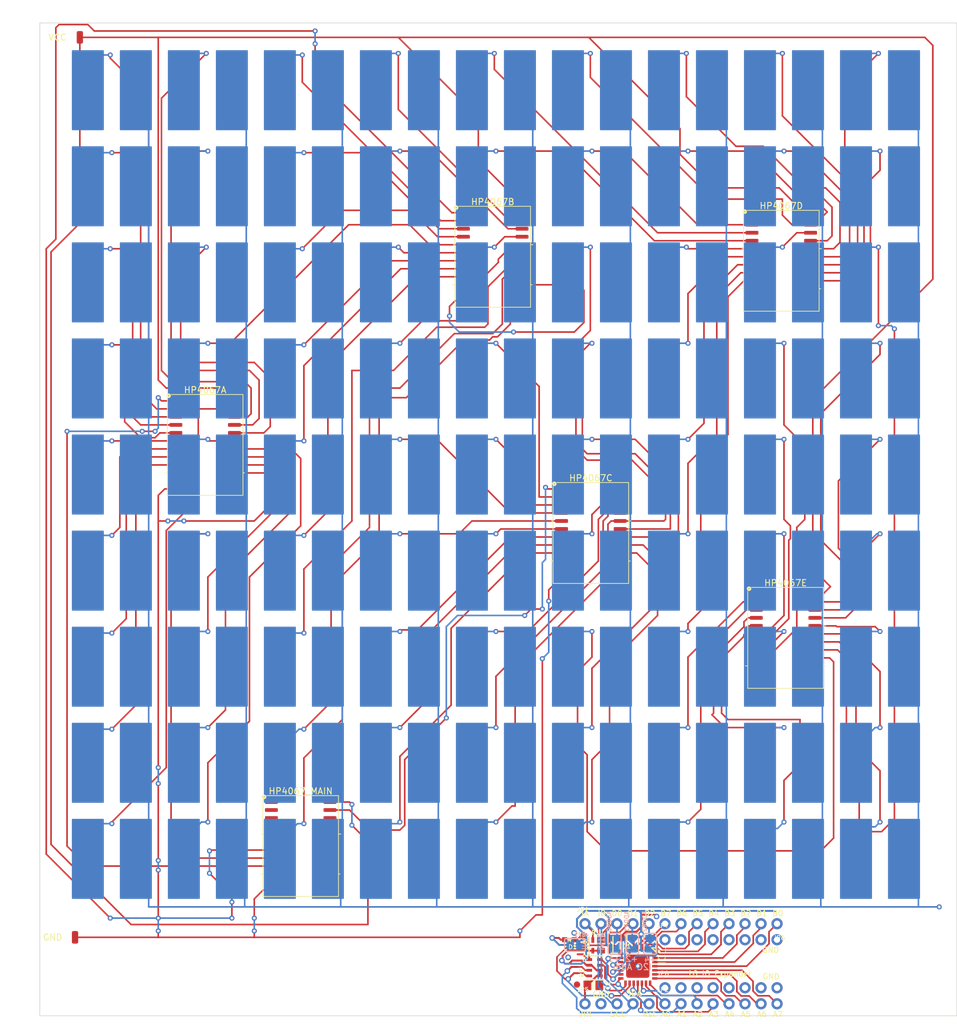
<source format=kicad_pcb>
(kicad_pcb (version 20221018) (generator pcbnew)
  (layers (0 "F.Cu" signal) (31 "B.Cu" signal) (34 "B.Paste" user) (35 "F.Paste" user) (36 "B.SilkS" user "B.Silkscreen") (37 "F.SilkS" user "F.Silkscreen") (38 "B.Mask" user) (39 "F.Mask" user) (44 "Edge.Cuts" user))
  (net 0 "")
  (footprint "1X08_ROUND_70" (layer "F.Cu") (at 128.4351 176.657)
    (fp_text reference "JP2")
    (fp_text value "")
  )
  (footprint "0603-NO" (layer "F.Cu") (at 113.4491 166.243 180)
    (fp_text reference "C1")
    (fp_text value "0.1uF")
  )
  (footprint "CHIPLED_0603_NOOUTLINE" (layer "F.Cu") (at 104.3686 166.497 90)
    (fp_text reference "D1")
    (fp_text value "GREEN" hide)
  )
  (footprint "0603-NO" (layer "F.Cu") (at 106.6546 166.878 -90)
    (fp_text reference "R2")
    (fp_text value "10k")
  )
  (footprint "PCM_Package_SO_AKL:SOIC-24W_7.5x15.4mm_P1.27mm" (layer "F.Cu") (at 138 58.801)
    (fp_text reference "HP4067D")
    (fp_text value "SOIC-24W_7.5x15.4mm_P1.27mm" hide)
  )
  (footprint "RESPACK_4X0603" (layer "F.Cu") (at 108.3691 170.942 90)
    (fp_text reference "R3")
    (fp_text value "10K")
  )
  (footprint "0805-NO" (layer "F.Cu") (at 108.1786 173.736)
    (fp_text reference "C2")
    (fp_text value "10uF")
  )
  (footprint "PCM_Package_SO_AKL:SOIC-24W_7.5x15.4mm_P1.27mm" (layer "F.Cu") (at 46.56 88.011)
    (fp_text reference "HP4067A")
    (fp_text value "SOIC-24W_7.5x15.4mm_P1.27mm" hide)
  )
  (footprint "PCM_Package_SO_AKL:SOIC-24W_7.5x15.4mm_P1.27mm" (layer "F.Cu") (at 107.774 101.981)
    (fp_text reference "HP4067C")
    (fp_text value "SOIC-24W_7.5x15.4mm_P1.27mm" hide)
  )
  (footprint "RESPACK_4X0603" (layer "F.Cu") (at 109.3851 167.386)
    (fp_text reference "R1")
    (fp_text value "10K")
  )
  (footprint "Connector_Wire:SolderWirePad_1x01_SMD_1x2mm" (layer "F.Cu") (at 26.67 23.368)
    (fp_text reference "VCC")
    (fp_text value "SolderWirePad_1x01_SMD_1x2mm")
  )
  (footprint "1X08_ROUND_70" (layer "F.Cu") (at 128.4351 163.957 180)
    (fp_text reference "JP6")
    (fp_text value "")
  )
  (footprint "PCM_Package_SO_AKL:SOIC-24W_7.5x15.4mm_P1.27mm" (layer "F.Cu") (at 138.684 118.618)
    (fp_text reference "HP4067E")
    (fp_text value "SOIC-24W_7.5x15.4mm_P1.27mm" hide)
  )
  (footprint "QFN28-ML_6X6MM" (layer "F.Cu") (at 115.2271 170.688 -90)
    (fp_text reference "IC1")
    (fp_text value "MCP23017ML" hide)
  )
  (footprint "1X08_ROUND_70" (layer "F.Cu") (at 128.4351 166.497)
    (fp_text reference "JP7")
    (fp_text value "")
  )
  (footprint "1X08_ROUND_70" (layer "F.Cu") (at 128.4351 174.117)
    (fp_text reference "JP8")
    (fp_text value "")
  )
  (footprint "PCM_Package_SO_AKL:SOIC-24W_7.5x15.4mm_P1.27mm" (layer "F.Cu") (at 61.722 151.638)
    (fp_text reference "HP4067_MAIN")
    (fp_text value "SOIC-24W_7.5x15.4mm_P1.27mm" hide)
  )
  (footprint "FIDUCIAL_1MM" (layer "F.Cu") (at 105.5751 173.609)
    (fp_text reference "FID3" hide)
    (fp_text value "FIDUCIAL_1MM" hide)
  )
  (footprint "PCM_Package_SO_AKL:SOIC-24W_7.5x15.4mm_P1.27mm" (layer "F.Cu") (at 92.202 58.166)
    (fp_text reference "HP4067B")
    (fp_text value "SOIC-24W_7.5x15.4mm_P1.27mm" hide)
  )
  (footprint "Connector_Wire:SolderWirePad_1x01_SMD_1x2mm" (layer "F.Cu") (at 25.908 166.116)
    (fp_text reference "GND")
    (fp_text value "SolderWirePad_1x01_SMD_1x2mm" hide)
  )
  (footprint "1X05_ROUND_70" (layer "F.Cu") (at 111.9251 163.957)
    (fp_text reference "JP1")
    (fp_text value "")
  )
  (footprint "1X05_ROUND_70" (layer "F.Cu") (at 111.9251 176.657)
    (fp_text reference "JP5")
    (fp_text value "")
  )
  (footprint "SOLDERJUMPER_CLOSEDWIRE" (layer "B.Cu") (at 105.2576 167.3225 180)
    (fp_text reference "SJ1")
    (fp_text value "")
  )
  (footprint "SOLDERJUMPER_ARROW_NOPASTE" (layer "B.Cu") (at 117.1956 167.132 -90)
    (fp_text reference "ADDR2")
    (fp_text value "")
  )
  (footprint "SOLDERJUMPER_ARROW_NOPASTE" (layer "B.Cu") (at 111.5441 167.132 -90)
    (fp_text reference "ADDR0")
    (fp_text value "")
  )
  (footprint "SOLDERJUMPER_ARROW_NOPASTE" (layer "B.Cu") (at 114.3381 167.132 -90)
    (fp_text reference "ADDR1")
    (fp_text value "")
  )
  (gr_rect (start 20.32 21.082) (end 165.862 178.562) (stroke (width 0.1)) (fill none) (layer "Edge.Cuts"))
  (gr_text "INTB" (at 109.3851 166.751 -90) (layer "B.SilkS") (effects (font (size 0.87376 0.87376) (thickness 0.14224)) (justify mirror)))
  (gr_text "+2" (at 114.2746 169.545) (layer "B.SilkS") (effects (font (size 0.87376 0.87376) (thickness 0.14224)) (justify mirror)))
  (gr_text "INTA" (at 106.8451 166.751 -90) (layer "B.SilkS") (effects (font (size 0.87376 0.87376) (thickness 0.14224)) (justify mirror)))
  (gr_text "+1" (at 111.4806 169.545) (layer "B.SilkS") (effects (font (size 0.87376 0.87376) (thickness 0.14224)) (justify mirror)))
  (gr_text "I2C Addr" (at 114.2746 170.815) (layer "B.SilkS") (effects (font (size 0.98298 0.98298) (thickness 0.16002)) (justify mirror)))
  (gr_text "+4" (at 117.1956 169.6085) (layer "B.SilkS") (effects (font (size 0.87376 0.87376) (thickness 0.14224)) (justify mirror)))
  (gr_text "16 IO Expander" (at 128.1811 171.8945) (layer "F.SilkS") (effects (font (size 0.8636 0.8636) (thickness 0.1524))))
  (gr_text "A6" (at 134.9121 178.308) (layer "F.SilkS") (effects (font (size 0.87376 0.87376) (thickness 0.14224))))
  (gr_text "B0" (at 137.4521 162.306) (layer "F.SilkS") (effects (font (size 0.87376 0.87376) (thickness 0.14224))))
  (gr_text "D1" (at 114.4651 162.306) (layer "F.SilkS") (effects (font (size 0.87376 0.87376) (thickness 0.14224))))
  (gr_text "B4" (at 127.2921 162.306) (layer "F.SilkS") (effects (font (size 0.87376 0.87376) (thickness 0.14224))))
  (gr_text "D2" (at 117.1321 162.306) (layer "F.SilkS") (effects (font (size 0.87376 0.87376) (thickness 0.14224))))
  (gr_text "B3" (at 129.8321 162.306) (layer "F.SilkS") (effects (font (size 0.87376 0.87376) (thickness 0.14224))))
  (gr_text "A3" (at 127.2921 178.308) (layer "F.SilkS") (effects (font (size 0.87376 0.87376) (thickness 0.14224))))
  (gr_text "Rst" (at 117.0051 178.308) (layer "F.SilkS") (effects (font (size 0.87376 0.87376) (thickness 0.14224))))
  (gr_text "A1" (at 122.2121 178.308) (layer "F.SilkS") (effects (font (size 0.87376 0.87376) (thickness 0.14224))))
  (gr_text "A2" (at 124.7521 178.308) (layer "F.SilkS") (effects (font (size 0.87376 0.87376) (thickness 0.14224))))
  (gr_text "B1" (at 134.9121 162.306) (layer "F.SilkS") (effects (font (size 0.87376 0.87376) (thickness 0.14224))))
  (gr_text "B5" (at 124.7521 162.306) (layer "F.SilkS") (effects (font (size 0.87376 0.87376) (thickness 0.14224))))
  (gr_text "GND" (at 136.3091 168.148) (layer "F.SilkS") (effects (font (size 0.87376 0.87376) (thickness 0.14224))))
  (gr_text "B6" (at 122.2121 162.306) (layer "F.SilkS") (effects (font (size 0.87376 0.87376) (thickness 0.14224))))
  (gr_text "VIN" (at 106.8451 178.308) (layer "F.SilkS") (effects (font (size 0.87376 0.87376) (thickness 0.14224))))
  (gr_text "GND" (at 136.3726 172.339) (layer "F.SilkS") (effects (font (size 0.87376 0.87376) (thickness 0.14224))))
  (gr_text "D0" (at 111.9251 162.306) (layer "F.SilkS") (effects (font (size 0.87376 0.87376) (thickness 0.14224))))
  (gr_text "A0" (at 119.6721 178.308) (layer "F.SilkS") (effects (font (size 0.87376 0.87376) (thickness 0.14224))))
  (gr_text "SCL" (at 112.0521 178.308) (layer "F.SilkS") (effects (font (size 0.87376 0.87376) (thickness 0.14224))))
  (gr_text "B7" (at 119.6721 162.306) (layer "F.SilkS") (effects (font (size 0.87376 0.87376) (thickness 0.14224))))
  (gr_text "GND" (at 109.3851 175.133) (layer "F.SilkS") (effects (font (size 0.87376 0.87376) (thickness 0.14224))))
  (gr_text "IA" (at 106.8451 162.306) (layer "F.SilkS") (effects (font (size 0.87376 0.87376) (thickness 0.14224))))
  (gr_text "A4" (at 129.8321 178.308) (layer "F.SilkS") (effects (font (size 0.87376 0.87376) (thickness 0.14224))))
  (gr_text "A7" (at 137.4521 178.308) (layer "F.SilkS") (effects (font (size 0.87376 0.87376) (thickness 0.14224))))
  (gr_text "B2" (at 132.3721 162.306) (layer "F.SilkS") (effects (font (size 0.87376 0.87376) (thickness 0.14224))))
  (gr_text "IB" (at 109.5121 162.306) (layer "F.SilkS") (effects (font (size 0.87376 0.87376) (thickness 0.14224))))
  (gr_text "SDA" (at 114.5921 175.006) (layer "F.SilkS") (effects (font (size 0.87376 0.87376) (thickness 0.14224))))
  (gr_text "A5" (at 132.3721 178.308) (layer "F.SilkS") (effects (font (size 0.87376 0.87376) (thickness 0.14224))))
  (segment (start 135.509 117.983) (end 134.034 117.983) (width 0.25) (layer "F.Cu") (net 0))
  (segment (start 26.67 23.368) (end 39.116 23.368) (width 0.25) (layer "F.Cu") (net 0))
  (segment (start 78.994 53.086) (end 82.169 56.261) (width 0.25) (layer "F.Cu") (net 0))
  (segment (start 117.9271 170.688) (end 132.4991 170.688) (width 0.254) (layer "F.Cu") (net 0))
  (segment (start 110.744 96.266) (end 112.424 96.266) (width 0.25) (layer "F.Cu") (net 0))
  (segment (start 54.356 166.116) (end 39.116 166.116) (width 0.25) (layer "F.Cu") (net 0))
  (segment (start 129.54 131.572) (end 128.524 130.556) (width 0.25) (layer "F.Cu") (net 0))
  (segment (start 130.9497 165.759032) (end 132.2451 164.463632) (width 0.254) (layer "F.Cu") (net 0))
  (segment (start 109.2191 172.242) (end 108.7226 172.242) (width 0.3048) (layer "F.Cu") (net 0))
  (segment (start 104.6941 170.807) (end 104.0511 171.45) (width 0.3048) (layer "F.Cu") (net 0))
  (segment (start 96.52 49.53) (end 96.774 49.53) (width 0.25) (layer "F.Cu") (net 0))
  (segment (start 39.116 100.076) (end 40.64 100.076) (width 0.25) (layer "F.Cu") (net 0))
  (segment (start 126.8857 168.8084) (end 128.4351 167.259) (width 0.254) (layer "F.Cu") (net 0))
  (segment (start 134.2771 175.387) (end 136.0551 175.387) (width 0.254) (layer "F.Cu") (net 0))
  (segment (start 105.6761 168.807) (end 106.4881 168.807) (width 0.3048) (layer "F.Cu") (net 0))
  (segment (start 132.4991 170.688) (end 136.0551 167.132) (width 0.254) (layer "F.Cu") (net 0))
  (segment (start 43.688 102.108) (end 41.148 104.648) (width 0.25) (layer "F.Cu") (net 0))
  (segment (start 149.352 106.68) (end 149.352 112.903) (width 0.25) (layer "F.Cu") (net 0))
  (segment (start 35.052 57.658) (end 35.052 83.566) (width 0.25) (layer "F.Cu") (net 0))
  (segment (start 116.5271 173.893) (end 118.2751 175.641) (width 0.254) (layer "F.Cu") (net 0))
  (segment (start 74.168 102.87) (end 68.326 108.712) (width 0.25) (layer "F.Cu") (net 0))
  (segment (start 27.813 154.813) (end 24.638 151.638) (width 0.25) (layer "F.Cu") (net 0))
  (segment (start 121.666 102.362) (end 121.412 102.616) (width 0.25) (layer "F.Cu") (net 0))
  (segment (start 33.02 89.916) (end 34.29 88.646) (width 0.25) (layer "F.Cu") (net 0))
  (segment (start 96.852 56.261) (end 95.377 56.261) (width 0.25) (layer "F.Cu") (net 0))
  (segment (start 41.402 77.978) (end 52.832 77.978) (width 0.25) (layer "F.Cu") (net 0))
  (segment (start 114.808 89.408) (end 120.142 94.742) (width 0.25) (layer "F.Cu") (net 0))
  (segment (start 125.73 64.77) (end 131.064 59.436) (width 0.25) (layer "F.Cu") (net 0))
  (segment (start 138.43 84.836) (end 141.732 88.138) (width 0.25) (layer "F.Cu") (net 0))
  (segment (start 40.132 94.996) (end 41.91 94.996) (width 0.25) (layer "F.Cu") (net 0))
  (segment (start 114.5771 174.3733) (end 114.4524 174.498) (width 0.254) (layer "F.Cu") (net 0))
  (segment (start 127.254 47.244) (end 137.668 47.244) (width 0.25) (layer "F.Cu") (net 0))
  (segment (start 96.52 165.1) (end 99.06 162.56) (width 0.25) (layer "F.Cu") (net 0))
  (segment (start 148.209 115.443) (end 150.368 113.284) (width 0.25) (layer "F.Cu") (net 0))
  (segment (start 95.25 61.976) (end 94.996 62.23) (width 0.25) (layer "F.Cu") (net 0))
  (segment (start 46.99 87.122) (end 47.244 87.376) (width 0.25) (layer "F.Cu") (net 0))
  (segment (start 95.377 56.261) (end 93.091 58.547) (width 0.25) (layer "F.Cu") (net 0))
  (segment (start 58.42 91.186) (end 51.21 91.186) (width 0.25) (layer "F.Cu") (net 0))
  (segment (start 108.696993 171.342) (end 107.896996 170.542) (width 0.3048) (layer "F.Cu") (net 0))
  (segment (start 77.47 137.414) (end 85.598 129.286) (width 0.25) (layer "F.Cu") (net 0))
  (segment (start 140.97 138.684) (end 140.97 131.572) (width 0.25) (layer "F.Cu") (net 0))
  (segment (start 111.5441 167.386) (end 112.5271 168.369) (width 0.254) (layer "F.Cu") (net 0))
  (segment (start 54.102 84.836) (end 51.21 84.836) (width 0.25) (layer "F.Cu") (net 0))
  (segment (start 85.598 117.094) (end 97.536 105.156) (width 0.25) (layer "F.Cu") (net 0))
  (segment (start 117.094 107.188) (end 115.062 105.156) (width 0.25) (layer "F.Cu") (net 0))
  (segment (start 105.664 135.636) (end 107.188 137.16) (width 0.25) (layer "F.Cu") (net 0))
  (segment (start 103.6701 170.2943) (end 103.1748 169.799) (width 0.3048) (layer "F.Cu") (net 0))
  (segment (start 98.298 114.046) (end 97.282 115.062) (width 0.25) (layer "F.Cu") (net 0))
  (segment (start 34.036 115.57) (end 34.036 90.932) (width 0.25) (layer "F.Cu") (net 0))
  (segment (start 96.852 53.721) (end 94.615 53.721) (width 0.25) (layer "F.Cu") (net 0))
  (segment (start 132.2451 164.463632) (end 132.2451 163.957) (width 0.254) (layer "F.Cu") (net 0))
  (segment (start 39.624 76.2) (end 41.402 77.978) (width 0.25) (layer "F.Cu") (net 0))
  (segment (start 111.7346 170.5085) (end 111.2901 170.5085) (width 0.254) (layer "F.Cu") (net 0))
  (segment (start 110.998 100.076) (end 112.424 100.076) (width 0.25) (layer "F.Cu") (net 0))
  (segment (start 115.7605 164.489188) (end 115.7605 163.441469) (width 0.3048) (layer "F.Cu") (net 0))
  (segment (start 110.49 108.966) (end 110.49 100.584) (width 0.25) (layer "F.Cu") (net 0))
  (segment (start 139.7 53.086) (end 138.176 51.562) (width 0.25) (layer "F.Cu") (net 0))
  (segment (start 128.7145 169.3926) (end 118.6845 169.3926) (width 0.254) (layer "F.Cu") (net 0))
  (segment (start 107.696 69.85) (end 105.41 72.136) (width 0.25) (layer "F.Cu") (net 0))
  (segment (start 148.336 121.92) (end 146.939 120.523) (width 0.25) (layer "F.Cu") (net 0))
  (segment (start 118.11 105.918) (end 116.078 103.886) (width 0.25) (layer "F.Cu") (net 0))
  (segment (start 129.1971 176.657) (end 127.889 175.3489) (width 0.254) (layer "F.Cu") (net 0))
  (segment (start 98.298 92.71) (end 98.298 97.028) (width 0.25) (layer "F.Cu") (net 0))
  (segment (start 128.4605 173.379032) (end 127.719468 172.638) (width 0.254) (layer "F.Cu") (net 0))
  (segment (start 115.7351 176.055) (end 115.2271 175.547) (width 0.254) (layer "F.Cu") (net 0))
  (segment (start 123.19 41.402) (end 133.604 41.402) (width 0.25) (layer "F.Cu") (net 0))
  (segment (start 109.728 98.298) (end 110.49 97.536) (width 0.25) (layer "F.Cu") (net 0))
  (segment (start 93.091 59.055) (end 93.091 58.547) (width 0.25) (layer "F.Cu") (net 0))
  (segment (start 135.509 120.523) (end 134.034 120.523) (width 0.25) (layer "F.Cu") (net 0))
  (segment (start 55.118 77.724) (end 55.118 83.82) (width 0.25) (layer "F.Cu") (net 0))
  (segment (start 95.377 61.341) (end 95.25 61.468) (width 0.25) (layer "F.Cu") (net 0))
  (segment (start 116.5271 167.483) (end 116.7773 167.2328) (width 0.254) (layer "F.Cu") (net 0))
  (segment (start 62.23 133.096) (end 66.548 128.778) (width 0.25) (layer "F.Cu") (net 0))
  (segment (start 110.6851 166.536) (end 110.6851 165.578) (width 0.254) (layer "F.Cu") (net 0))
  (segment (start 46.99 132.842) (end 49.784 130.048) (width 0.25) (layer "F.Cu") (net 0))
  (segment (start 35.56 129.286) (end 35.56 92.456) (width 0.25) (layer "F.Cu") (net 0))
  (segment (start 118.364 54.356) (end 133.35 54.356) (width 0.25) (layer "F.Cu") (net 0))
  (segment (start 129.54 86.36) (end 129.54 64.516) (width 0.25) (layer "F.Cu") (net 0))
  (segment (start 77.724 117.348) (end 80.264 117.348) (width 0.25) (layer "F.Cu") (net 0))
  (segment (start 112.5991 165.8366) (end 112.7887 165.8366) (width 0.3048) (layer "F.Cu") (net 0))
  (segment (start 108.0851 168.236) (end 108.9851 168.236) (width 0.3048) (layer "F.Cu") (net 0))
  (segment (start 64.008 22.352) (end 28.956 22.352) (width 0.25) (layer "F.Cu") (net 0))
  (segment (start 123.3551 165.227) (end 124.6251 163.957) (width 0.254) (layer "F.Cu") (net 0))
  (segment (start 118.364 115.062) (end 118.364 105.918) (width 0.25) (layer "F.Cu") (net 0))
  (segment (start 127.254 121.666) (end 132.08 116.84) (width 0.25) (layer "F.Cu") (net 0))
  (segment (start 132.08 116.078) (end 132.715 115.443) (width 0.25) (layer "F.Cu") (net 0))
  (segment (start 107.5229 167.386) (end 107.5229 166.878) (width 0.2032) (layer "F.Cu") (net 0))
  (segment (start 148.082 114.173) (end 143.334 114.173) (width 0.25) (layer "F.Cu") (net 0))
  (segment (start 54.356 74.93) (end 56.896 77.47) (width 0.25) (layer "F.Cu") (net 0))
  (segment (start 103.6186 166.497) (end 102.9836 166.497) (width 0.3048) (layer "F.Cu") (net 0))
  (segment (start 107.188 90.424) (end 114.3 90.424) (width 0.25) (layer "F.Cu") (net 0))
  (segment (start 138.43 102.108) (end 138.43 115.062) (width 0.25) (layer "F.Cu") (net 0))
  (segment (start 135.128 40.64) (end 141.732 47.244) (width 0.25) (layer "F.Cu") (net 0))
  (segment (start 111.9141 170.688) (end 111.7346 170.5085) (width 0.254) (layer "F.Cu") (net 0))
  (segment (start 34.036 90.932) (end 35.052 89.916) (width 0.25) (layer "F.Cu") (net 0))
  (segment (start 127.1651 177.165) (end 127.1651 176.657) (width 0.254) (layer "F.Cu") (net 0))
  (segment (start 136.0551 175.387) (end 137.3251 176.657) (width 0.254) (layer "F.Cu") (net 0))
  (segment (start 92.202 70.358) (end 93.726 68.834) (width 0.25) (layer "F.Cu") (net 0))
  (segment (start 102.9836 166.497) (end 102.6979 166.2113) (width 0.3048) (layer "F.Cu") (net 0))
  (segment (start 53.34 83.566) (end 51.21 83.566) (width 0.25) (layer "F.Cu") (net 0))
  (segment (start 35.56 92.456) (end 36.83 91.186) (width 0.25) (layer "F.Cu") (net 0))
  (segment (start 77.216 34.798) (end 94.869 52.451) (width 0.25) (layer "F.Cu") (net 0))
  (segment (start 74.168 81.788) (end 74.168 102.87) (width 0.25) (layer "F.Cu") (net 0))
  (segment (start 128.4605 174.6504) (end 129.1971 175.387) (width 0.254) (layer "F.Cu") (net 0))
  (segment (start 41.148 104.648) (end 41.148 151.384) (width 0.25) (layer "F.Cu") (net 0))
  (segment (start 138.176 35.814) (end 150.114 47.752) (width 0.25) (layer "F.Cu") (net 0))
  (segment (start 114.2991 166.243) (end 114.4261 166.116) (width 0.3048) (layer "F.Cu") (net 0))
  (segment (start 105.664 62.484) (end 106.68 63.5) (width 0.25) (layer "F.Cu") (net 0))
  (segment (start 113.9271 173.893) (end 112.4331 175.387) (width 0.254) (layer "F.Cu") (net 0))
  (segment (start 110.4773 170.625619) (end 109.493681 169.642) (width 0.254) (layer "F.Cu") (net 0))
  (segment (start 62.23 41.656) (end 71.628 41.656) (width 0.25) (layer "F.Cu") (net 0))
  (segment (start 109.728 100.076) (end 110.49 99.314) (width 0.25) (layer "F.Cu") (net 0))
  (segment (start 132.9055 175.4124) (end 134.1501 176.657) (width 0.254) (layer "F.Cu") (net 0))
  (segment (start 83.947 52.451) (end 87.552 52.451) (width 0.25) (layer "F.Cu") (net 0))
  (segment (start 147.32 55.88) (end 146.304 56.896) (width 0.25) (layer "F.Cu") (net 0))
  (segment (start 84.836 131.318) (end 78.232 137.922) (width 0.25) (layer "F.Cu") (net 0))
  (segment (start 125.8951 167.2082) (end 125.8951 165.227) (width 0.254) (layer "F.Cu") (net 0))
  (segment (start 147.066 104.394) (end 149.352 106.68) (width 0.25) (layer "F.Cu") (net 0))
  (segment (start 110.49 98.806) (end 112.424 98.806) (width 0.25) (layer "F.Cu") (net 0))
  (segment (start 140.97 131.572) (end 129.54 131.572) (width 0.25) (layer "F.Cu") (net 0))
  (segment (start 107.6071 167.386) (end 111.5441 167.386) (width 0.254) (layer "F.Cu") (net 0))
  (segment (start 50.8 163.068) (end 50.8 160.528) (width 0.25) (layer "F.Cu") (net 0))
  (segment (start 89.916 36.068) (end 89.916 42.926) (width 0.25) (layer "F.Cu") (net 0))
  (segment (start 129.1971 176.657) (end 129.7051 176.657) (width 0.254) (layer "F.Cu") (net 0))
  (segment (start 90.424 67.056) (end 89.154 68.326) (width 0.25) (layer "F.Cu") (net 0))
  (segment (start 119.634 99.822) (end 119.38 100.076) (width 0.25) (layer "F.Cu") (net 0))
  (segment (start 142.65 53.086) (end 139.7 53.086) (width 0.25) (layer "F.Cu") (net 0))
  (segment (start 52.832 77.978) (end 53.848 78.994) (width 0.25) (layer "F.Cu") (net 0))
  (segment (start 22.86 21.844) (end 22.86 55.372) (width 0.25) (layer "F.Cu") (net 0))
  (segment (start 83.439 54.991) (end 79.248 50.8) (width 0.25) (layer "F.Cu") (net 0))
  (segment (start 94.615 53.721) (end 82.296 41.402) (width 0.25) (layer "F.Cu") (net 0))
  (segment (start 108.966 106.426) (end 108.966 99.822) (width 0.25) (layer "F.Cu") (net 0))
  (segment (start 135.763 121.793) (end 134.034 121.793) (width 0.25) (layer "F.Cu") (net 0))
  (segment (start 148.844 60.706) (end 142.65 60.706) (width 0.25) (layer "F.Cu") (net 0))
  (segment (start 49.784 108.966) (end 60.452 98.298) (width 0.25) (layer "F.Cu") (net 0))
  (segment (start 115.8771 174.338594) (end 116.139803 174.601297) (width 0.254) (layer "F.Cu") (net 0))
  (segment (start 99.568 96.266) (end 103.124 96.266) (width 0.25) (layer "F.Cu") (net 0))
  (segment (start 107.0111 172.242) (end 106.5761 171.807) (width 0.254) (layer "F.Cu") (net 0))
  (segment (start 26.67 52.832) (end 22.098 57.404) (width 0.25) (layer "F.Cu") (net 0))
  (segment (start 146.304 122.428) (end 145.669 121.793) (width 0.25) (layer "F.Cu") (net 0))
  (segment (start 69.342 53.086) (end 78.994 53.086) (width 0.25) (layer "F.Cu") (net 0))
  (segment (start 39.116 163.068) (end 39.116 155.448) (width 0.25) (layer "F.Cu") (net 0))
  (segment (start 125.222 121.412) (end 132.461 114.173) (width 0.25) (layer "F.Cu") (net 0))
  (segment (start 147.828 106.68) (end 147.828 112.776) (width 0.25) (layer "F.Cu") (net 0))
  (segment (start 109.2191 170.542) (end 109.7471 170.542) (width 0.254) (layer "F.Cu") (net 0))
  (segment (start 132.588 116.84) (end 132.715 116.713) (width 0.25) (layer "F.Cu") (net 0))
  (segment (start 130.597518 170.038) (end 133.5532 167.082319) (width 0.254) (layer "F.Cu") (net 0))
  (segment (start 104.8051 169.807) (end 105.6761 169.807) (width 0.3048) (layer "F.Cu") (net 0))
  (segment (start 153.416 25.908) (end 148.082 31.242) (width 0.25) (layer "F.Cu") (net 0))
  (segment (start 118.478925 167.988) (end 118.842125 168.3512) (width 0.254) (layer "F.Cu") (net 0))
  (segment (start 69.469 144.653) (end 66.372 144.653) (width 0.25) (layer "F.Cu") (net 0))
  (segment (start 53.848 83.058) (end 53.34 83.566) (width 0.25) (layer "F.Cu") (net 0))
  (segment (start 54.356 160.02) (end 55.753 158.623) (width 0.25) (layer "F.Cu") (net 0))
  (segment (start 106.7271 168.021) (end 106.6546 168.021) (width 0.3048) (layer "F.Cu") (net 0))
  (segment (start 123.19 64.008) (end 129.032 58.166) (width 0.25) (layer "F.Cu") (net 0))
  (segment (start 105.664 123.952) (end 105.664 135.636) (width 0.25) (layer "F.Cu") (net 0))
  (segment (start 132.08 61.976) (end 133.35 61.976) (width 0.25) (layer "F.Cu") (net 0))
  (segment (start 33.02 101.092) (end 33.02 89.916) (width 0.25) (layer "F.Cu") (net 0))
  (segment (start 66.548 107.188) (end 72.644 101.092) (width 0.25) (layer "F.Cu") (net 0))
  (segment (start 110.4646 174.244) (end 110.4646 174.1805) (width 0.254) (layer "F.Cu") (net 0))
  (segment (start 43.18 100.076) (end 54.356 100.076) (width 0.25) (layer "F.Cu") (net 0))
  (segment (start 57.404 97.028) (end 57.404 92.456) (width 0.25) (layer "F.Cu") (net 0))
  (segment (start 131.7521 171.338) (end 133.5151 173.101) (width 0.254) (layer "F.Cu") (net 0))
  (segment (start 139.192 115.57) (end 139.192 103.124) (width 0.25) (layer "F.Cu") (net 0))
  (segment (start 80.264 117.348) (end 94.996 102.616) (width 0.25) (layer "F.Cu") (net 0))
  (segment (start 81.026 68.326) (end 77.47 71.882) (width 0.25) (layer "F.Cu") (net 0))
  (segment (start 108.0851 168.236) (end 106.9421 168.236) (width 0.3048) (layer "F.Cu") (net 0))
  (segment (start 111.145231 163.957) (end 111.9251 163.957) (width 0.254) (layer "F.Cu") (net 0))
  (segment (start 62.23 137.668) (end 62.23 148.082) (width 0.25) (layer "F.Cu") (net 0))
  (segment (start 39.37 86.106) (end 38.608 86.868) (width 0.25) (layer "F.Cu") (net 0))
  (segment (start 153.67 71.882) (end 153.67 73.66) (width 0.25) (layer "F.Cu") (net 0))
  (segment (start 31.496 26.162) (end 31.496 26.67) (width 0.25) (layer "F.Cu") (net 0))
  (segment (start 146.304 150.368) (end 146.304 122.428) (width 0.25) (layer "F.Cu") (net 0))
  (segment (start 145.288 51.054) (end 144.526 51.816) (width 0.25) (layer "F.Cu") (net 0))
  (segment (start 140.462 117.094) (end 135.763 121.793) (width 0.25) (layer "F.Cu") (net 0))
  (segment (start 87.552 54.991) (end 83.439 54.991) (width 0.25) (layer "F.Cu") (net 0))
  (segment (start 123.19 117.602) (end 123.19 116.332) (width 0.25) (layer "F.Cu") (net 0))
  (segment (start 60.198 88.646) (end 61.722 90.17) (width 0.25) (layer "F.Cu") (net 0))
  (segment (start 92.71 147.828) (end 95.25 145.288) (width 0.25) (layer "F.Cu") (net 0))
  (segment (start 110.49 97.536) (end 112.424 97.536) (width 0.25) (layer "F.Cu") (net 0))
  (segment (start 144.272 103.124) (end 147.828 106.68) (width 0.25) (layer "F.Cu") (net 0))
  (segment (start 121.92 41.91) (end 127.254 47.244) (width 0.25) (layer "F.Cu") (net 0))
  (segment (start 153.924 149.352) (end 150.368 149.352) (width 0.25) (layer "F.Cu") (net 0))
  (segment (start 115.022687 165.227) (end 115.7605 164.489188) (width 0.3048) (layer "F.Cu") (net 0))
  (segment (start 106.4881 168.807) (end 106.7227 169.0416) (width 0.3048) (layer "F.Cu") (net 0))
  (segment (start 75.438 80.518) (end 74.168 81.788) (width 0.25) (layer "F.Cu") (net 0))
  (segment (start 42.672 153.035) (end 43.18 153.543) (width 0.25) (layer "F.Cu") (net 0))
  (segment (start 149.352 112.903) (end 148.082 114.173) (width 0.25) (layer "F.Cu") (net 0))
  (segment (start 46.99 138.43) (end 46.99 147.828) (width 0.25) (layer "F.Cu") (net 0))
  (segment (start 95.25 61.468) (end 95.25 61.976) (width 0.25) (layer "F.Cu") (net 0))
  (segment (start 146.685 116.713) (end 143.334 116.713) (width 0.25) (layer "F.Cu") (net 0))
  (segment (start 132.715 116.713) (end 134.034 116.713) (width 0.25) (layer "F.Cu") (net 0))
  (segment (start 153.67 147.828) (end 153.67 139.7) (width 0.25) (layer "F.Cu") (net 0))
  (segment (start 140.462 101.092) (end 140.462 117.094) (width 0.25) (layer "F.Cu") (net 0))
  (segment (start 33.274 41.656) (end 36.322 44.704) (width 0.25) (layer "F.Cu") (net 0))
  (segment (start 106.0441 166.028) (end 105.5751 166.497) (width 0.254) (layer "F.Cu") (net 0))
  (segment (start 99.06 162.56) (end 100.076 162.56) (width 0.25) (layer "F.Cu") (net 0))
  (segment (start 145.796 110.49) (end 144.653 111.633) (width 0.25) (layer "F.Cu") (net 0))
  (segment (start 119.38 100.076) (end 112.424 100.076) (width 0.25) (layer "F.Cu") (net 0))
  (segment (start 33.782 72.136) (end 31.75 72.136) (width 0.25) (layer "F.Cu") (net 0))
  (segment (start 105.4989 167.7162) (end 105.8234 167.3917) (width 0.2032) (layer "F.Cu") (net 0))
  (segment (start 31.75 87.376) (end 41.91 87.376) (width 0.25) (layer "F.Cu") (net 0))
  (segment (start 22.098 151.384) (end 28.956 158.242) (width 0.25) (layer "F.Cu") (net 0))
  (segment (start 22.86 55.372) (end 21.336 56.896) (width 0.25) (layer "F.Cu") (net 0))
  (segment (start 78.232 137.922) (end 78.232 148.336) (width 0.25) (layer "F.Cu") (net 0))
  (segment (start 60.452 98.298) (end 60.452 91.186) (width 0.25) (layer "F.Cu") (net 0))
  (segment (start 116.371218 166.2938) (end 115.2271 167.437919) (width 0.254) (layer "F.Cu") (net 0))
  (segment (start 77.216 23.368) (end 107.442 23.368) (width 0.25) (layer "F.Cu") (net 0))
  (segment (start 105.6761 170.807) (end 104.6941 170.807) (width 0.3048) (layer "F.Cu") (net 0))
  (segment (start 144.526 50.292) (end 145.288 51.054) (width 0.25) (layer "F.Cu") (net 0))
  (segment (start 62.23 107.696) (end 62.23 117.856) (width 0.25) (layer "F.Cu") (net 0))
  (segment (start 146.05 54.864) (end 145.288 55.626) (width 0.25) (layer "F.Cu") (net 0))
  (segment (start 47.244 87.376) (end 51.21 87.376) (width 0.25) (layer "F.Cu") (net 0))
  (segment (start 97.536 105.156) (end 103.124 105.156) (width 0.25) (layer "F.Cu") (net 0))
  (segment (start 115.062 105.156) (end 112.424 105.156) (width 0.25) (layer "F.Cu") (net 0))
  (segment (start 102.6979 166.2113) (end 101.6381 166.2113) (width 0.3048) (layer "F.Cu") (net 0))
  (segment (start 134.7851 164.590632) (end 134.7851 163.957) (width 0.254) (layer "F.Cu") (net 0))
  (segment (start 125.222 145.796) (end 125.222 121.412) (width 0.25) (layer "F.Cu") (net 0))
  (segment (start 115.2271 167.988) (end 115.2271 167.437919) (width 0.254) (layer "F.Cu") (net 0))
  (segment (start 153.67 73.66) (end 144.272 83.058) (width 0.25) (layer "F.Cu") (net 0))
  (segment (start 31.75 147.828) (end 40.386 139.192) (width 0.25) (layer "F.Cu") (net 0))
  (segment (start 122.936 32.766) (end 130.81 40.64) (width 0.25) (layer "F.Cu") (net 0))
  (segment (start 133.5532 165.822532) (end 134.7851 164.590632) (width 0.254) (layer "F.Cu") (net 0))
  (segment (start 147.32 58.166) (end 142.65 58.166) (width 0.25) (layer "F.Cu") (net 0))
  (segment (start 39.624 81.026) (end 41.91 81.026) (width 0.25) (layer "F.Cu") (net 0))
  (segment (start 64.008 24.384) (end 64.008 29.464) (width 0.25) (layer "F.Cu") (net 0))
  (segment (start 60.452 91.186) (end 59.182 89.916) (width 0.25) (layer "F.Cu") (net 0))
  (segment (start 93.726 68.834) (end 93.726 61.722) (width 0.25) (layer "F.Cu") (net 0))
  (segment (start 129.032 132.842) (end 127 130.81) (width 0.25) (layer "F.Cu") (net 0))
  (segment (start 140.462 54.356) (end 142.65 54.356) (width 0.25) (layer "F.Cu") (net 0))
  (segment (start 68.326 108.712) (end 68.326 131.572) (width 0.25) (layer "F.Cu") (net 0))
  (segment (start 116.5271 173.388) (end 116.5271 173.893) (width 0.254) (layer "F.Cu") (net 0))
  (segment (start 46.99 41.402) (end 45.72 41.402) (width 0.25) (layer "F.Cu") (net 0))
  (segment (start 39.116 166.116) (end 25.908 166.116) (width 0.25) (layer "F.Cu") (net 0))
  (segment (start 68.326 131.572) (end 62.23 137.668) (width 0.25) (layer "F.Cu") (net 0))
  (segment (start 53.594 76.2) (end 55.118 77.724) (width 0.25) (layer "F.Cu") (net 0))
  (segment (start 132.715 115.443) (end 134.034 115.443) (width 0.25) (layer "F.Cu") (net 0))
  (segment (start 115.7351 177.620507) (end 115.682606 177.673) (width 0.254) (layer "F.Cu") (net 0))
  (segment (start 69.85 100.076) (end 62.23 107.696) (width 0.25) (layer "F.Cu") (net 0))
  (segment (start 66.04 75.438) (end 66.04 98.552) (width 0.25) (layer "F.Cu") (net 0))
  (segment (start 109.7851 165.317132) (end 111.145231 163.957) (width 0.254) (layer "F.Cu") (net 0))
  (segment (start 118.518843 168.738) (end 118.589243 168.8084) (width 0.254) (layer "F.Cu") (net 0))
  (segment (start 143.002 80.772) (end 143.002 107.696) (width 0.25) (layer "F.Cu") (net 0))
  (segment (start 126.4031 177.927) (end 127.1651 177.165) (width 0.254) (layer "F.Cu") (net 0))
  (segment (start 41.91 86.106) (end 39.37 86.106) (width 0.25) (layer "F.Cu") (net 0))
  (segment (start 83.693 53.721) (end 87.552 53.721) (width 0.25) (layer "F.Cu") (net 0))
  (segment (start 117.9271 169.388) (end 118.6891 169.388) (width 0.254) (layer "F.Cu") (net 0))
  (segment (start 123.19 116.332) (end 125.222 114.3) (width 0.25) (layer "F.Cu") (net 0))
  (segment (start 50.8 160.528) (end 50.8 159.512) (width 0.25) (layer "F.Cu") (net 0))
  (segment (start 116.371218 166.2938) (end 117.2718 166.2938) (width 0.254) (layer "F.Cu") (net 0))
  (segment (start 76.454 76.2) (end 69.85 76.2) (width 0.25) (layer "F.Cu") (net 0))
  (segment (start 99.568 78.74) (end 99.568 96.266) (width 0.25) (layer "F.Cu") (net 0))
  (segment (start 124.7521 168.3512) (end 125.8951 167.2082) (width 0.254) (layer "F.Cu") (net 0))
  (segment (start 37.592 81.026) (end 38.862 82.296) (width 0.25) (layer "F.Cu") (net 0))
  (segment (start 113.9271 167.988) (end 113.9271 169.388) (width 0.3048) (layer "F.Cu") (net 0))
  (segment (start 145.288 55.626) (end 142.65 55.626) (width 0.25) (layer "F.Cu") (net 0))
  (segment (start 103.124 94.996) (end 100.838 94.996) (width 0.25) (layer "F.Cu") (net 0))
  (segment (start 87.552 61.341) (end 80.137 61.341) (width 0.25) (layer "F.Cu") (net 0))
  (segment (start 83.312 87.122) (end 94.996 98.806) (width 0.25) (layer "F.Cu") (net 0))
  (segment (start 40.386 139.192) (end 40.386 101.6) (width 0.25) (layer "F.Cu") (net 0))
  (segment (start 123.19 56.896) (end 133.35 56.896) (width 0.25) (layer "F.Cu") (net 0))
  (segment (start 131.634131 175.4124) (end 132.9055 175.4124) (width 0.254) (layer "F.Cu") (net 0))
  (segment (start 144.272 48.514) (end 146.05 50.292) (width 0.25) (layer "F.Cu") (net 0))
  (segment (start 115.8771 173.388) (end 115.8771 174.338594) (width 0.254) (layer "F.Cu") (net 0))
  (segment (start 143.334 117.983) (end 147.701 117.983) (width 0.25) (layer "F.Cu") (net 0))
  (segment (start 41.148 74.422) (end 42.926 76.2) (width 0.25) (layer "F.Cu") (net 0))
  (segment (start 135.509 119.253) (end 139.192 115.57) (width 0.25) (layer "F.Cu") (net 0))
  (segment (start 155.956 147.32) (end 153.924 149.352) (width 0.25) (layer "F.Cu") (net 0))
  (segment (start 105.6761 169.807) (end 106.3451 169.807) (width 0.3048) (layer "F.Cu") (net 0))
  (segment (start 123.19 71.882) (end 123.19 64.008) (width 0.25) (layer "F.Cu") (net 0))
  (segment (start 53.594 108.966) (end 53.594 131.826) (width 0.25) (layer "F.Cu") (net 0))
  (segment (start 31.75 148.082) (end 31.75 147.828) (width 0.25) (layer "F.Cu") (net 0))
  (segment (start 138.176 25.908) (end 138.176 35.814) (width 0.25) (layer "F.Cu") (net 0))
  (segment (start 91.694 71.374) (end 87.63 71.374) (width 0.25) (layer "F.Cu") (net 0))
  (segment (start 110.4773 171.9707) (end 110.4773 170.625619) (width 0.254) (layer "F.Cu") (net 0))
  (segment (start 147.701 112.903) (end 143.334 112.903) (width 0.25) (layer "F.Cu") (net 0))
  (segment (start 45.466 96.52) (end 45.466 82.296) (width 0.25) (layer "F.Cu") (net 0))
  (segment (start 85.598 129.286) (end 85.598 117.094) (width 0.25) (layer "F.Cu") (net 0))
  (segment (start 128.4605 173.379032) (end 128.4605 174.6504) (width 0.254) (layer "F.Cu") (net 0))
  (segment (start 77.216 25.908) (end 77.216 34.798) (width 0.25) (layer "F.Cu") (net 0))
  (segment (start 31.75 41.656) (end 33.274 41.656) (width 0.25) (layer "F.Cu") (net 0))
  (segment (start 109.728 152.4) (end 144.272 152.4) (width 0.25) (layer "F.Cu") (net 0))
  (segment (start 128.7145 169.3926) (end 130.9497 167.1574) (width 0.254) (layer "F.Cu") (net 0))
  (segment (start 69.469 145.923) (end 66.372 145.923) (width 0.25) (layer "F.Cu") (net 0))
  (segment (start 106.68 63.5) (end 106.68 68.58) (width 0.25) (layer "F.Cu") (net 0))
  (segment (start 148.844 56.642) (end 147.32 58.166) (width 0.25) (layer "F.Cu") (net 0))
  (segment (start 45.466 82.296) (end 51.21 82.296) (width 0.25) (layer "F.Cu") (net 0))
  (segment (start 122.936 25.908) (end 122.936 32.766) (width 0.25) (layer "F.Cu") (net 0))
  (segment (start 128.4351 167.259) (end 128.4351 165.227) (width 0.254) (layer "F.Cu") (net 0))
  (segment (start 131.953 112.903) (end 134.034 112.903) (width 0.25) (layer "F.Cu") (net 0))
  (segment (start 112.0671 171.988) (end 111.3028 172.7523) (width 0.254) (layer "F.Cu") (net 0))
  (segment (start 112.5991 166.243) (end 112.5991 165.8366) (width 0.3048) (layer "F.Cu") (net 0))
  (segment (start 94.869 52.451) (end 96.852 52.451) (width 0.25) (layer "F.Cu") (net 0))
  (segment (start 94.996 62.23) (end 94.996 68.834) (width 0.25) (layer "F.Cu") (net 0))
  (segment (start 42.672 152.908) (end 42.672 153.035) (width 0.25) (layer "F.Cu") (net 0))
  (segment (start 107.95 87.122) (end 114.808 87.122) (width 0.25) (layer "F.Cu") (net 0))
  (segment (start 77.47 87.122) (end 83.312 87.122) (width 0.25) (layer "F.Cu") (net 0))
  (segment (start 128.524 130.556) (end 128.524 121.92) (width 0.25) (layer "F.Cu") (net 0))
  (segment (start 68.072 50.8) (end 61.976 56.896) (width 0.25) (layer "F.Cu") (net 0))
  (segment (start 140.716 50.292) (end 144.526 50.292) (width 0.25) (layer "F.Cu") (net 0))
  (segment (start 95.758 145.288) (end 95.758 123.698) (width 0.25) (layer "F.Cu") (net 0))
  (segment (start 123.19 147.828) (end 125.222 145.796) (width 0.25) (layer "F.Cu") (net 0))
  (segment (start 153.67 87.122) (end 147.066 93.726) (width 0.25) (layer "F.Cu") (net 0))
  (segment (start 66.548 128.778) (end 66.548 107.188) (width 0.25) (layer "F.Cu") (net 0))
  (segment (start 77.216 56.642) (end 78.105 57.531) (width 0.25) (layer "F.Cu") (net 0))
  (segment (start 132.588 117.602) (end 132.588 116.84) (width 0.25) (layer "F.Cu") (net 0))
  (segment (start 112.1156 173.0495) (end 112.1156 173.5455) (width 0.254) (layer "F.Cu") (net 0))
  (segment (start 110.6851 165.578) (end 110.9091 165.354) (width 0.254) (layer "F.Cu") (net 0))
  (segment (start 36.322 86.868) (end 33.782 84.328) (width 0.25) (layer "F.Cu") (net 0))
  (segment (start 46.736 56.642) (end 42.672 60.706) (width 0.25) (layer "F.Cu") (net 0))
  (segment (start 153.67 117.602) (end 152.908 116.84) (width 0.25) (layer "F.Cu") (net 0))
  (segment (start 113.2771 173.388) (end 113.2771 173.8325) (width 0.254) (layer "F.Cu") (net 0))
  (segment (start 147.828 59.436) (end 142.65 59.436) (width 0.25) (layer "F.Cu") (net 0))
  (segment (start 118.2751 175.641) (end 118.2751 177.293369) (width 0.254) (layer "F.Cu") (net 0))
  (segment (start 56.896 77.47) (end 56.896 85.09) (width 0.25) (layer "F.Cu") (net 0))
  (segment (start 82.169 56.261) (end 87.552 56.261) (width 0.25) (layer "F.Cu") (net 0))
  (segment (start 61.722 90.17) (end 61.722 100.838) (width 0.25) (layer "F.Cu") (net 0))
  (segment (start 151.13 46.736) (end 151.13 58.42) (width 0.25) (layer "F.Cu") (net 0))
  (segment (start 121.666 93.98) (end 121.666 102.362) (width 0.25) (layer "F.Cu") (net 0))
  (segment (start 109.728 151.892) (end 109.728 152.4) (width 0.25) (layer "F.Cu") (net 0))
  (segment (start 72.39 164.084) (end 72.39 150.876) (width 0.25) (layer "F.Cu") (net 0))
  (segment (start 92.71 117.602) (end 97.79 117.602) (width 0.25) (layer "F.Cu") (net 0))
  (segment (start 108.0851 166.536) (end 108.0851 165.197) (width 0.254) (layer "F.Cu") (net 0))
  (segment (start 152.146 45.974) (end 152.146 59.69) (width 0.25) (layer "F.Cu") (net 0))
  (segment (start 138.43 141.224) (end 140.97 138.684) (width 0.25) (layer "F.Cu") (net 0))
  (segment (start 136.0551 165.227) (end 137.3251 163.957) (width 0.254) (layer "F.Cu") (net 0))
  (segment (start 149.86 121.92) (end 147.193 119.253) (width 0.25) (layer "F.Cu") (net 0))
  (segment (start 97.79 117.602) (end 108.966 106.426) (width 0.25) (layer "F.Cu") (net 0))
  (segment (start 91.44 62.943) (end 91.44 68.834) (width 0.25) (layer "F.Cu") (net 0))
  (segment (start 77.216 23.368) (end 89.916 36.068) (width 0.25) (layer "F.Cu") (net 0))
  (segment (start 140.716 48.514) (end 144.272 48.514) (width 0.25) (layer "F.Cu") (net 0))
  (segment (start 143.002 107.696) (end 145.796 110.49) (width 0.25) (layer "F.Cu") (net 0))
  (segment (start 109.2191 172.242) (end 109.2191 171.342) (width 0.3048) (layer "F.Cu") (net 0))
  (segment (start 86.233 65.151) (end 87.552 65.151) (width 0.25) (layer "F.Cu") (net 0))
  (segment (start 121.412 102.616) (end 112.424 102.616) (width 0.25) (layer "F.Cu") (net 0))
  (segment (start 115.7732 166.116) (end 114.4261 166.116) (width 0.3048) (layer "F.Cu") (net 0))
  (segment (start 150.368 113.284) (end 150.368 105.41) (width 0.25) (layer "F.Cu") (net 0))
  (segment (start 117.511731 166.751) (end 119.061131 165.2016) (width 0.254) (layer "F.Cu") (net 0))
  (segment (start 118.589243 168.8084) (end 126.8857 168.8084) (width 0.254) (layer "F.Cu") (net 0))
  (segment (start 150.368 149.352) (end 150.368 137.668) (width 0.25) (layer "F.Cu") (net 0))
  (segment (start 85.344 67.564) (end 85.344 66.04) (width 0.25) (layer "F.Cu") (net 0))
  (segment (start 61.976 30.48) (end 83.947 52.451) (width 0.25) (layer "F.Cu") (net 0))
  (segment (start 114.5771 173.388) (end 114.5771 174.3733) (width 0.254) (layer "F.Cu") (net 0))
  (segment (start 105.41 72.136) (end 105.41 88.646) (width 0.25) (layer "F.Cu") (net 0))
  (segment (start 78.105 57.531) (end 87.552 57.531) (width 0.25) (layer "F.Cu") (net 0))
  (segment (start 100.838 94.996) (end 100.584 94.742) (width 0.25) (layer "F.Cu") (net 0))
  (segment (start 118.842125 168.3512) (end 124.7521 168.3512) (width 0.254) (layer "F.Cu") (net 0))
  (segment (start 134.1501 176.657) (end 134.7851 176.657) (width 0.254) (layer "F.Cu") (net 0))
  (segment (start 92.456 28.448) (end 118.364 54.356) (width 0.25) (layer "F.Cu") (net 0))
  (segment (start 117.1771 173.388) (end 117.1771 173.591869) (width 0.254) (layer "F.Cu") (net 0))
  (segment (start 141.224 41.402) (end 148.844 49.022) (width 0.25) (layer "F.Cu") (net 0))
  (segment (start 109.7851 166.536) (end 109.7851 165.317132) (width 0.254) (layer "F.Cu") (net 0))
  (segment (start 153.67 41.402) (end 153.67 44.45) (width 0.25) (layer "F.Cu") (net 0))
  (segment (start 107.188 137.16) (end 107.188 149.352) (width 0.25) (layer "F.Cu") (net 0))
  (segment (start 129.1971 175.387) (end 130.5941 175.387) (width 0.254) (layer "F.Cu") (net 0))
  (segment (start 42.672 152.908) (end 41.148 151.384) (width 0.25) (layer "F.Cu") (net 0))
  (segment (start 36.322 82.296) (end 37.592 83.566) (width 0.25) (layer "F.Cu") (net 0))
  (segment (start 125.73 84.582) (end 125.73 64.77) (width 0.25) (layer "F.Cu") (net 0))
  (segment (start 72.644 78.994) (end 77.47 78.994) (width 0.25) (layer "F.Cu") (net 0))
  (segment (start 112.5271 171.988) (end 112.0671 171.988) (width 0.254) (layer "F.Cu") (net 0))
  (segment (start 112.7887 165.7604) (end 113.3221 165.227) (width 0.3048) (layer "F.Cu") (net 0))
  (segment (start 54.356 166.116) (end 96.52 166.116) (width 0.25) (layer "F.Cu") (net 0))
  (segment (start 49.784 130.048) (end 49.784 108.966) (width 0.25) (layer "F.Cu") (net 0))
  (segment (start 103.9114 167.7162) (end 105.4989 167.7162) (width 0.2032) (layer "F.Cu") (net 0))
  (segment (start 131.8641 176.657) (end 130.5941 175.387) (width 0.254) (layer "F.Cu") (net 0))
  (segment (start 96.012 103.886) (end 103.124 103.886) (width 0.25) (layer "F.Cu") (net 0))
  (segment (start 112.7887 165.8366) (end 112.7887 165.7604) (width 0.3048) (layer "F.Cu") (net 0))
  (segment (start 117.9271 168.738) (end 118.518843 168.738) (width 0.254) (layer "F.Cu") (net 0))
  (segment (start 100.076 162.56) (end 100.076 121.92) (width 0.25) (layer "F.Cu") (net 0))
  (segment (start 90.424 61.722) (end 93.091 59.055) (width 0.25) (layer "F.Cu") (net 0))
  (segment (start 96.852 57.531) (end 91.44 62.943) (width 0.25) (layer "F.Cu") (net 0))
  (segment (start 107.188 89.408) (end 114.808 89.408) (width 0.25) (layer "F.Cu") (net 0))
  (segment (start 143.334 115.443) (end 148.209 115.443) (width 0.25) (layer "F.Cu") (net 0))
  (segment (start 104.1781 172.72) (end 103.6701 172.72) (width 0.254) (layer "F.Cu") (net 0))
  (segment (start 55.753 158.623) (end 57.072 158.623) (width 0.25) (layer "F.Cu") (net 0))
  (segment (start 37.592 32.766) (end 37.592 81.026) (width 0.25) (layer "F.Cu") (net 0))
  (segment (start 31.75 133.096) (end 35.56 129.286) (width 0.25) (layer "F.Cu") (net 0))
  (segment (start 118.501531 167.2328) (end 119.162731 167.894) (width 0.254) (layer "F.Cu") (net 0))
  (segment (start 115.7351 176.055) (end 115.7351 177.620507) (width 0.254) (layer "F.Cu") (net 0))
  (segment (start 80.137 61.341) (end 66.04 75.438) (width 0.25) (layer "F.Cu") (net 0))
  (segment (start 69.85 145.034) (end 69.469 144.653) (width 0.25) (layer "F.Cu") (net 0))
  (segment (start 117.1771 167.988) (end 118.478925 167.988) (width 0.254) (layer "F.Cu") (net 0))
  (segment (start 55.118 83.82) (end 54.102 84.836) (width 0.25) (layer "F.Cu") (net 0))
  (segment (start 134.034 119.253) (end 135.509 119.253) (width 0.25) (layer "F.Cu") (net 0))
  (segment (start 109.728 99.06) (end 109.728 98.298) (width 0.25) (layer "F.Cu") (net 0))
  (segment (start 93.726 61.722) (end 95.377 60.071) (width 0.25) (layer "F.Cu") (net 0))
  (segment (start 118.364 105.918) (end 118.11 105.918) (width 0.25) (layer "F.Cu") (net 0))
  (segment (start 106.426 88.646) (end 107.188 89.408) (width 0.25) (layer "F.Cu") (net 0))
  (segment (start 109.493681 169.642) (end 109.2191 169.642) (width 0.254) (layer "F.Cu") (net 0))
  (segment (start 28.956 22.352) (end 27.94 21.336) (width 0.25) (layer "F.Cu") (net 0))
  (segment (start 119.5451 164.0205) (end 119.5451 163.957) (width 0.254) (layer "F.Cu") (net 0))
  (segment (start 155.956 69.596) (end 155.956 147.32) (width 0.25) (layer "F.Cu") (net 0))
  (segment (start 104.3178 170.2943) (end 103.6701 170.2943) (width 0.3048) (layer "F.Cu") (net 0))
  (segment (start 77.47 78.994) (end 86.106 70.358) (width 0.25) (layer "F.Cu") (net 0))
  (segment (start 108.0851 165.197) (end 106.8451 163.957) (width 0.254) (layer "F.Cu") (net 0))
  (segment (start 130.9497 174.727969) (end 131.634131 175.4124) (width 0.254) (layer "F.Cu") (net 0))
  (segment (start 104.8051 169.807) (end 104.3178 170.2943) (width 0.3048) (layer "F.Cu") (net 0))
  (segment (start 82.296 41.402) (end 77.47 41.402) (width 0.25) (layer "F.Cu") (net 0))
  (segment (start 110.6343 169.388) (end 110.5281 169.4942) (width 0.254) (layer "F.Cu") (net 0))
  (segment (start 69.85 76.2) (end 69.85 100.076) (width 0.25) (layer "F.Cu") (net 0))
  (segment (start 39.116 166.116) (end 39.116 165.1) (width 0.25) (layer "F.Cu") (net 0))
  (segment (start 116.5271 167.988) (end 116.5271 167.483) (width 0.254) (layer "F.Cu") (net 0))
  (segment (start 123.19 102.108) (end 123.19 90.932) (width 0.25) (layer "F.Cu") (net 0))
  (segment (start 138.43 99.822) (end 138.43 87.122) (width 0.25) (layer "F.Cu") (net 0))
  (segment (start 106.68 68.58) (end 105.156 70.104) (width 0.25) (layer "F.Cu") (net 0))
  (segment (start 146.939 120.523) (end 143.334 120.523) (width 0.25) (layer "F.Cu") (net 0))
  (segment (start 133.5151 173.101) (end 133.5151 174.625) (width 0.254) (layer "F.Cu") (net 0))
  (segment (start 107.95 117.602) (end 107.95 121.666) (width 0.25) (layer "F.Cu") (net 0))
  (segment (start 148.082 31.242) (end 148.082 43.688) (width 0.25) (layer "F.Cu") (net 0))
  (segment (start 92.456 56.642) (end 94.107 54.991) (width 0.25) (layer "F.Cu") (net 0))
  (segment (start 92.71 102.108) (end 93.472 101.346) (width 0.25) (layer "F.Cu") (net 0))
  (segment (start 38.608 86.868) (end 36.322 86.868) (width 0.25) (layer "F.Cu") (net 0))
  (segment (start 33.782 84.328) (end 33.782 72.136) (width 0.25) (layer "F.Cu") (net 0))
  (segment (start 39.116 77.724) (end 40.386 78.994) (width 0.25) (layer "F.Cu") (net 0))
  (segment (start 61.976 26.162) (end 61.976 30.48) (width 0.25) (layer "F.Cu") (net 0))
  (segment (start 107.0801 170.542) (end 107.5191 170.542) (width 0.3048) (layer "F.Cu") (net 0))
  (segment (start 129.8621 171.988) (end 130.9497 173.0756) (width 0.254) (layer "F.Cu") (net 0))
  (segment (start 86.868 102.108) (end 77.47 102.108) (width 0.25) (layer "F.Cu") (net 0))
  (segment (start 39.116 139.192) (end 39.116 100.076) (width 0.25) (layer "F.Cu") (net 0))
  (segment (start 160.782 23.368) (end 162.052 24.638) (width 0.25) (layer "F.Cu") (net 0))
  (segment (start 138.43 71.882) (end 138.43 84.836) (width 0.25) (layer "F.Cu") (net 0))
  (segment (start 115.8621 162.56) (end 117.9576 162.56) (width 0.3048) (layer "F.Cu") (net 0))
  (segment (start 39.116 153.924) (end 39.116 141.732) (width 0.25) (layer "F.Cu") (net 0))
  (segment (start 108.9851 164.357) (end 109.3851 163.957) (width 0.254) (layer "F.Cu") (net 0))
  (segment (start 117.9271 171.338) (end 131.7521 171.338) (width 0.254) (layer "F.Cu") (net 0))
  (segment (start 50.8 159.512) (end 47.244 155.956) (width 0.25) (layer "F.Cu") (net 0))
  (segment (start 40.386 78.994) (end 52.324 78.994) (width 0.25) (layer "F.Cu") (net 0))
  (segment (start 96.52 166.116) (end 96.52 165.1) (width 0.25) (layer "F.Cu") (net 0))
  (segment (start 106.6546 167.728) (end 106.6546 168.021) (width 0.3048) (layer "F.Cu") (net 0))
  (segment (start 120.396 101.346) (end 112.424 101.346) (width 0.25) (layer "F.Cu") (net 0))
  (segment (start 113.3221 165.227) (end 115.022687 165.227) (width 0.3048) (layer "F.Cu") (net 0))
  (segment (start 127 49.022) (end 107.696 29.718) (width 0.25) (layer "F.Cu") (net 0))
  (segment (start 125.8951 165.227) (end 127.1651 163.957) (width 0.254) (layer "F.Cu") (net 0))
  (segment (start 152.908 116.84) (end 146.812 116.84) (width 0.25) (layer "F.Cu") (net 0))
  (segment (start 110.9853 172.4348) (end 110.9414 172.4348) (width 0.254) (layer "F.Cu") (net 0))
  (segment (start 138.43 132.842) (end 129.032 132.842) (width 0.25) (layer "F.Cu") (net 0))
  (segment (start 114.3 90.424) (end 119.634 95.758) (width 0.25) (layer "F.Cu") (net 0))
  (segment (start 58.42 97.536) (end 58.42 91.186) (width 0.25) (layer "F.Cu") (net 0))
  (segment (start 112.5271 172.638) (end 112.1156 173.0495) (width 0.254) (layer "F.Cu") (net 0))
  (segment (start 92.964 70.866) (end 92.202 70.866) (width 0.25) (layer "F.Cu") (net 0))
  (segment (start 85.344 66.04) (end 86.233 65.151) (width 0.25) (layer "F.Cu") (net 0))
  (segment (start 86.106 70.358) (end 92.202 70.358) (width 0.25) (layer "F.Cu") (net 0))
  (segment (start 94.996 68.834) (end 92.964 70.866) (width 0.25) (layer "F.Cu") (net 0))
  (segment (start 107.5191 169.0806) (end 107.5191 169.642) (width 0.3048) (layer "F.Cu") (net 0))
  (segment (start 121.3485 165.2016) (end 122.0851 164.465) (width 0.254) (layer "F.Cu") (net 0))
  (segment (start 109.2191 171.342) (end 108.696993 171.342) (width 0.3048) (layer "F.Cu") (net 0))
  (segment (start 123.19 132.842) (end 123.19 121.666) (width 0.25) (layer "F.Cu") (net 0))
  (segment (start 148.844 49.022) (end 148.844 56.642) (width 0.25) (layer "F.Cu") (net 0))
  (segment (start 31.75 102.362) (end 33.02 101.092) (width 0.25) (layer "F.Cu") (net 0))
  (segment (start 50.546 71.882) (end 69.342 53.086) (width 0.25) (layer "F.Cu") (net 0))
  (segment (start 110.7821 174.5615) (end 110.4646 174.244) (width 0.254) (layer "F.Cu") (net 0))
  (segment (start 37.592 83.566) (end 41.91 83.566) (width 0.25) (layer "F.Cu") (net 0))
  (segment (start 118.2751 177.293369) (end 118.908731 177.927) (width 0.254) (layer "F.Cu") (net 0))
  (segment (start 88.9 100.076) (end 86.868 102.108) (width 0.25) (layer "F.Cu") (net 0))
  (segment (start 133.5151 174.625) (end 134.2771 175.387) (width 0.254) (layer "F.Cu") (net 0))
  (segment (start 39.116 23.368) (end 39.116 77.724) (width 0.25) (layer "F.Cu") (net 0))
  (segment (start 34.29 88.646) (end 41.91 88.646) (width 0.25) (layer "F.Cu") (net 0))
  (segment (start 153.416 56.642) (end 153.416 69.088) (width 0.25) (layer "F.Cu") (net 0))
  (segment (start 91.44 68.834) (end 90.932 69.342) (width 0.25) (layer "F.Cu") (net 0))
  (segment (start 77.47 132.842) (end 83.058 127.254) (width 0.25) (layer "F.Cu") (net 0))
  (segment (start 127.762 86.36) (end 127.762 64.516) (width 0.25) (layer "F.Cu") (net 0))
  (segment (start 35.052 89.916) (end 41.91 89.916) (width 0.25) (layer "F.Cu") (net 0))
  (segment (start 87.63 71.374) (end 78.486 80.518) (width 0.25) (layer "F.Cu") (net 0))
  (segment (start 42.926 76.2) (end 53.594 76.2) (width 0.25) (layer "F.Cu") (net 0))
  (segment (start 107.95 132.842) (end 107.95 123.444) (width 0.25) (layer "F.Cu") (net 0))
  (segment (start 95.377 60.071) (end 96.852 60.071) (width 0.25) (layer "F.Cu") (net 0))
  (segment (start 51.21 88.646) (end 60.198 88.646) (width 0.25) (layer "F.Cu") (net 0))
  (segment (start 57.072 154.813) (end 27.813 154.813) (width 0.25) (layer "F.Cu") (net 0))
  (segment (start 78.486 80.518) (end 75.438 80.518) (width 0.25) (layer "F.Cu") (net 0))
  (segment (start 105.8234 166.878) (end 107.5229 166.878) (width 0.2032) (layer "F.Cu") (net 0))
  (segment (start 31.496 26.67) (end 37.592 32.766) (width 0.25) (layer "F.Cu") (net 0))
  (segment (start 36.83 91.186) (end 41.91 91.186) (width 0.25) (layer "F.Cu") (net 0))
  (segment (start 114.2991 166.243) (end 114.5771 166.521) (width 0.3048) (layer "F.Cu") (net 0))
  (segment (start 42.672 60.706) (end 42.672 72.898) (width 0.25) (layer "F.Cu") (net 0))
  (segment (start 153.67 123.952) (end 153.67 132.842) (width 0.25) (layer "F.Cu") (net 0))
  (segment (start 125.222 114.3) (end 125.222 90.678) (width 0.25) (layer "F.Cu") (net 0))
  (segment (start 24.638 151.638) (end 24.638 85.852) (width 0.25) (layer "F.Cu") (net 0))
  (segment (start 94.107 54.991) (end 96.852 54.991) (width 0.25) (layer "F.Cu") (net 0))
  (segment (start 107.95 123.444) (end 117.094 114.3) (width 0.25) (layer "F.Cu") (net 0))
  (segment (start 72.644 101.092) (end 72.644 78.994) (width 0.25) (layer "F.Cu") (net 0))
  (segment (start 77.597 60.071) (end 62.23 75.438) (width 0.25) (layer "F.Cu") (net 0))
  (segment (start 107.95 121.666) (end 105.664 123.952) (width 0.25) (layer "F.Cu") (net 0))
  (segment (start 131.572 60.706) (end 133.35 60.706) (width 0.25) (layer "F.Cu") (net 0))
  (segment (start 162.052 61.722) (end 143.002 80.772) (width 0.25) (layer "F.Cu") (net 0))
  (segment (start 38.608 85.852) (end 36.576 85.852) (width 0.25) (layer "F.Cu") (net 0))
  (segment (start 150.114 47.752) (end 150.114 57.15) (width 0.25) (layer "F.Cu") (net 0))
  (segment (start 136.0551 167.132) (end 136.0551 165.227) (width 0.254) (layer "F.Cu") (net 0))
  (segment (start 144.653 111.633) (end 143.334 111.633) (width 0.25) (layer "F.Cu") (net 0))
  (segment (start 34.798 164.084) (end 72.39 164.084) (width 0.25) (layer "F.Cu") (net 0))
  (segment (start 105.1186 166.497) (end 105.5751 166.497) (width 0.254) (layer "F.Cu") (net 0))
  (segment (start 61.722 100.838) (end 53.594 108.966) (width 0.25) (layer "F.Cu") (net 0))
  (segment (start 96.774 49.53) (end 96.852 49.608) (width 0.25) (layer "F.Cu") (net 0))
  (segment (start 107.696 71.882) (end 106.426 73.152) (width 0.25) (layer "F.Cu") (net 0))
  (segment (start 133.5532 167.082319) (end 133.5532 165.822532) (width 0.254) (layer "F.Cu") (net 0))
  (segment (start 44.704 74.93) (end 54.356 74.93) (width 0.25) (layer "F.Cu") (net 0))
  (segment (start 83.058 116.84) (end 96.012 103.886) (width 0.25) (layer "F.Cu") (net 0))
  (segment (start 128.524 121.92) (end 132.08 118.364) (width 0.25) (layer "F.Cu") (net 0))
  (segment (start 89.916 42.926) (end 96.52 49.53) (width 0.25) (layer "F.Cu") (net 0))
  (segment (start 113.7031 163.957) (end 112.3061 165.354) (width 0.254) (layer "F.Cu") (net 0))
  (segment (start 108.7226 172.242) (end 107.2286 173.736) (width 0.3048) (layer "F.Cu") (net 0))
  (segment (start 52.324 78.994) (end 52.324 79.912) (width 0.25) (layer "F.Cu") (net 0))
  (segment (start 96.852 61.341) (end 95.377 61.341) (width 0.25) (layer "F.Cu") (net 0))
  (segment (start 109.728 107.696) (end 109.728 100.076) (width 0.25) (layer "F.Cu") (net 0))
  (segment (start 105.537 62.611) (end 105.664 62.484) (width 0.25) (layer "F.Cu") (net 0))
  (segment (start 92.202 70.866) (end 91.694 71.374) (width 0.25) (layer "F.Cu") (net 0))
  (segment (start 118.934131 175.3489) (end 117.1771 173.591869) (width 0.254) (layer "F.Cu") (net 0))
  (segment (start 41.148 45.974) (end 41.148 74.422) (width 0.25) (layer "F.Cu") (net 0))
  (segment (start 130.81 40.64) (end 135.128 40.64) (width 0.25) (layer "F.Cu") (net 0))
  (segment (start 112.5271 168.738) (end 112.5271 168.369) (width 0.254) (layer "F.Cu") (net 0))
  (segment (start 107.0111 172.242) (end 107.5191 172.242) (width 0.254) (layer "F.Cu") (net 0))
  (segment (start 107.95 99.06) (end 110.744 96.266) (width 0.25) (layer "F.Cu") (net 0))
  (segment (start 116.5606 166.751) (end 117.511731 166.751) (width 0.254) (layer "F.Cu") (net 0))
  (segment (start 47.371 152.273) (end 57.072 152.273) (width 0.25) (layer "F.Cu") (net 0))
  (segment (start 90.932 69.342) (end 83.312 69.342) (width 0.25) (layer "F.Cu") (net 0))
  (segment (start 132.08 116.84) (end 132.08 116.078) (width 0.25) (layer "F.Cu") (net 0))
  (segment (start 125.222 90.678) (end 129.54 86.36) (width 0.25) (layer "F.Cu") (net 0))
  (segment (start 128.4351 165.227) (end 129.7051 163.957) (width 0.254) (layer "F.Cu") (net 0))
  (segment (start 105.0911 171.807) (end 104.1781 172.72) (width 0.3048) (layer "F.Cu") (net 0))
  (segment (start 131.064 59.436) (end 133.35 59.436) (width 0.25) (layer "F.Cu") (net 0))
  (segment (start 110.744 135.128) (end 110.744 122.682) (width 0.25) (layer "F.Cu") (net 0))
  (segment (start 120.396 94.742) (end 120.396 101.346) (width 0.25) (layer "F.Cu") (net 0))
  (segment (start 53.848 78.994) (end 53.848 83.058) (width 0.25) (layer "F.Cu") (net 0))
  (segment (start 46.736 25.908) (end 39.624 33.02) (width 0.25) (layer "F.Cu") (net 0))
  (segment (start 89.154 68.326) (end 81.026 68.326) (width 0.25) (layer "F.Cu") (net 0))
  (segment (start 112.4331 175.387) (end 111.0361 175.387) (width 0.254) (layer "F.Cu") (net 0))
  (segment (start 22.098 57.404) (end 22.098 151.384) (width 0.25) (layer "F.Cu") (net 0))
  (segment (start 127.254 130.556) (end 127.254 121.666) (width 0.25) (layer "F.Cu") (net 0))
  (segment (start 26.67 23.368) (end 26.67 52.832) (width 0.25) (layer "F.Cu") (net 0))
  (segment (start 127 130.81) (end 127.254 130.556) (width 0.25) (layer "F.Cu") (net 0))
  (segment (start 23.368 21.336) (end 22.86 21.844) (width 0.25) (layer "F.Cu") (net 0))
  (segment (start 103.632 41.402) (end 117.856 55.626) (width 0.25) (layer "F.Cu") (net 0))
  (segment (start 87.552 60.071) (end 77.597 60.071) (width 0.25) (layer "F.Cu") (net 0))
  (segment (start 108.9851 166.536) (end 108.9851 164.357) (width 0.254) (layer "F.Cu") (net 0))
  (segment (start 103.2891 169.6847) (end 103.1748 169.799) (width 0.3048) (layer "F.Cu") (net 0))
  (segment (start 45.72 41.402) (end 41.148 45.974) (width 0.25) (layer "F.Cu") (net 0))
  (segment (start 115.2271 173.388) (end 115.2271 175.547) (width 0.254) (layer "F.Cu") (net 0))
  (segment (start 39.624 81.026) (end 39.116 80.518) (width 0.25) (layer "F.Cu") (net 0))
  (segment (start 46.99 102.108) (end 43.688 102.108) (width 0.25) (layer "F.Cu") (net 0))
  (segment (start 106.426 73.152) (end 106.426 88.646) (width 0.25) (layer "F.Cu") (net 0))
  (segment (start 62.23 75.438) (end 62.23 87.376) (width 0.25) (layer "F.Cu") (net 0))
  (segment (start 147.066 93.726) (end 147.066 104.394) (width 0.25) (layer "F.Cu") (net 0))
  (segment (start 138.176 56.642) (end 140.462 54.356) (width 0.25) (layer "F.Cu") (net 0))
  (segment (start 146.304 56.896) (end 142.65 56.896) (width 0.25) (layer "F.Cu") (net 0))
  (segment (start 92.71 71.882) (end 99.568 78.74) (width 0.25) (layer "F.Cu") (net 0))
  (segment (start 36.322 84.836) (end 41.91 84.836) (width 0.25) (layer "F.Cu") (net 0))
  (segment (start 110.49 99.314) (end 110.49 98.806) (width 0.25) (layer "F.Cu") (net 0))
  (segment (start 122.0851 164.465) (end 122.0851 163.957) (width 0.254) (layer "F.Cu") (net 0))
  (segment (start 72.644 149.098) (end 69.469 145.923) (width 0.25) (layer "F.Cu") (net 0))
  (segment (start 112.0521 173.609) (end 111.0361 173.609) (width 0.254) (layer "F.Cu") (net 0))
  (segment (start 120.142 94.742) (end 120.396 94.742) (width 0.25) (layer "F.Cu") (net 0))
  (segment (start 113.03 41.402) (end 124.714 53.086) (width 0.25) (layer "F.Cu") (net 0))
  (segment (start 111.3028 172.7523) (end 110.9853 172.4348) (width 0.254) (layer "F.Cu") (net 0))
  (segment (start 139.446 100.838) (end 139.446 102.87) (width 0.25) (layer "F.Cu") (net 0))
  (segment (start 56.896 85.09) (end 55.88 86.106) (width 0.25) (layer "F.Cu") (net 0))
  (segment (start 47.244 152.4) (end 47.371 152.273) (width 0.25) (layer "F.Cu") (net 0))
  (segment (start 113.9271 173.388) (end 113.9271 173.893) (width 0.254) (layer "F.Cu") (net 0))
  (segment (start 153.67 139.7) (end 149.86 135.89) (width 0.25) (layer "F.Cu") (net 0))
  (segment (start 129.54 64.516) (end 132.08 61.976) (width 0.25) (layer "F.Cu") (net 0))
  (segment (start 110.9414 172.4348) (end 110.4773 171.9707) (width 0.254) (layer "F.Cu") (net 0))
  (segment (start 83.058 127.254) (end 83.058 116.84) (width 0.25) (layer "F.Cu") (net 0))
  (segment (start 117.856 55.626) (end 133.35 55.626) (width 0.25) (layer "F.Cu") (net 0))
  (segment (start 105.6761 170.807) (end 106.3491 170.807) (width 0.254) (layer "F.Cu") (net 0))
  (segment (start 98.298 97.028) (end 98.806 97.536) (width 0.25) (layer "F.Cu") (net 0))
  (segment (start 98.806 97.536) (end 103.124 97.536) (width 0.25) (layer "F.Cu") (net 0))
  (segment (start 152.146 59.69) (end 149.86 61.976) (width 0.25) (layer "F.Cu") (net 0))
  (segment (start 53.594 131.826) (end 46.99 138.43) (width 0.25) (layer "F.Cu") (net 0))
  (segment (start 147.828 112.776) (end 147.701 112.903) (width 0.25) (layer "F.Cu") (net 0))
  (segment (start 94.996 98.806) (end 103.124 98.806) (width 0.25) (layer "F.Cu") (net 0))
  (segment (start 77.47 149.098) (end 72.644 149.098) (width 0.25) (layer "F.Cu") (net 0))
  (segment (start 42.672 72.898) (end 44.704 74.93) (width 0.25) (layer "F.Cu") (net 0))
  (segment (start 137.668 47.244) (end 140.716 50.292) (width 0.25) (layer "F.Cu") (net 0))
  (segment (start 107.696 56.642) (end 107.696 69.85) (width 0.25) (layer "F.Cu") (net 0))
  (segment (start 107.442 23.368) (end 121.92 37.846) (width 0.25) (layer "F.Cu") (net 0))
  (segment (start 52.324 79.912) (end 51.21 81.026) (width 0.25) (layer "F.Cu") (net 0))
  (segment (start 78.232 148.336) (end 77.47 149.098) (width 0.25) (layer "F.Cu") (net 0))
  (segment (start 96.852 62.611) (end 105.537 62.611) (width 0.25) (layer "F.Cu") (net 0))
  (segment (start 35.052 83.566) (end 36.322 84.836) (width 0.25) (layer "F.Cu") (net 0))
  (segment (start 95.758 123.698) (end 110.49 108.966) (width 0.25) (layer "F.Cu") (net 0))
  (segment (start 138.43 115.062) (end 135.509 117.983) (width 0.25) (layer "F.Cu") (net 0))
  (segment (start 123.3551 167.259) (end 123.3551 165.227) (width 0.254) (layer "F.Cu") (net 0))
  (segment (start 111.0361 173.609) (end 110.0201 172.593) (width 0.254) (layer "F.Cu") (net 0))
  (segment (start 92.71 132.842) (end 92.71 124.714) (width 0.25) (layer "F.Cu") (net 0))
  (segment (start 39.116 23.368) (end 77.216 23.368) (width 0.25) (layer "F.Cu") (net 0))
  (segment (start 55.88 86.106) (end 51.21 86.106) (width 0.25) (layer "F.Cu") (net 0))
  (segment (start 118.6845 169.3926) (end 118.6891 169.388) (width 0.254) (layer "F.Cu") (net 0))
  (segment (start 119.5451 164.0205) (end 117.2718 166.2938) (width 0.254) (layer "F.Cu") (net 0))
  (segment (start 147.193 119.253) (end 143.334 119.253) (width 0.25) (layer "F.Cu") (net 0))
  (segment (start 124.714 53.086) (end 133.35 53.086) (width 0.25) (layer "F.Cu") (net 0))
  (segment (start 138.176 49.022) (end 127 49.022) (width 0.25) (layer "F.Cu") (net 0))
  (segment (start 79.248 50.8) (end 68.072 50.8) (width 0.25) (layer "F.Cu") (net 0))
  (segment (start 93.472 101.346) (end 103.124 101.346) (width 0.25) (layer "F.Cu") (net 0))
  (segment (start 77.47 147.828) (end 77.47 137.414) (width 0.25) (layer "F.Cu") (net 0))
  (segment (start 114.808 87.122) (end 121.666 93.98) (width 0.25) (layer "F.Cu") (net 0))
  (segment (start 145.034 47.244) (end 147.32 49.53) (width 0.25) (layer "F.Cu") (net 0))
  (segment (start 123.19 87.122) (end 125.73 84.582) (width 0.25) (layer "F.Cu") (net 0))
  (segment (start 106.8841 171.342) (end 106.3491 170.807) (width 0.254) (layer "F.Cu") (net 0))
  (segment (start 107.5229 167.386) (end 107.6071 167.386) (width 0.2032) (layer "F.Cu") (net 0))
  (segment (start 107.95 102.108) (end 107.95 99.06) (width 0.25) (layer "F.Cu") (net 0))
  (segment (start 34.29 56.896) (end 35.052 57.658) (width 0.25) (layer "F.Cu") (net 0))
  (segment (start 75.565 58.801) (end 87.552 58.801) (width 0.25) (layer "F.Cu") (net 0))
  (segment (start 106.8451 174.1195) (end 107.2286 173.736) (width 0.3048) (layer "F.Cu") (net 0))
  (segment (start 113.9271 169.388) (end 115.2271 170.688) (width 0.3048) (layer "F.Cu") (net 0))
  (segment (start 113.2771 173.8325) (end 112.5481 174.5615) (width 0.254) (layer "F.Cu") (net 0))
  (segment (start 112.5481 174.5615) (end 110.7821 174.5615) (width 0.254) (layer "F.Cu") (net 0))
  (segment (start 106.0441 166.028) (end 106.6546 166.028) (width 0.254) (layer "F.Cu") (net 0))
  (segment (start 141.732 99.822) (end 140.462 101.092) (width 0.25) (layer "F.Cu") (net 0))
  (segment (start 122.7201 167.894) (end 123.3551 167.259) (width 0.254) (layer "F.Cu") (net 0))
  (segment (start 132.08 118.364) (end 132.08 118.11) (width 0.25) (layer "F.Cu") (net 0))
  (segment (start 117.094 114.3) (end 117.094 107.188) (width 0.25) (layer "F.Cu") (net 0))
  (segment (start 112.5271 171.338) (end 111.5291 171.338) (width 0.254) (layer "F.Cu") (net 0))
  (segment (start 127.762 64.516) (end 131.572 60.706) (width 0.25) (layer "F.Cu") (net 0))
  (segment (start 103.124 100.076) (end 88.9 100.076) (width 0.25) (layer "F.Cu") (net 0))
  (segment (start 92.71 41.402) (end 103.632 41.402) (width 0.25) (layer "F.Cu") (net 0))
  (segment (start 149.86 61.976) (end 142.65 61.976) (width 0.25) (layer "F.Cu") (net 0))
  (segment (start 138.43 147.828) (end 138.43 141.224) (width 0.25) (layer "F.Cu") (net 0))
  (segment (start 107.95 147.828) (end 107.95 137.922) (width 0.25) (layer "F.Cu") (net 0))
  (segment (start 107.4801 169.0416) (end 107.5191 169.0806) (width 0.3048) (layer "F.Cu") (net 0))
  (segment (start 148.082 43.688) (end 151.13 46.736) (width 0.25) (layer "F.Cu") (net 0))
  (segment (start 123.19 121.666) (end 131.953 112.903) (width 0.25) (layer "F.Cu") (net 0))
  (segment (start 39.624 33.02) (end 39.624 76.2) (width 0.25) (layer "F.Cu") (net 0))
  (segment (start 105.6761 171.807) (end 106.5761 171.807) (width 0.254) (layer "F.Cu") (net 0))
  (segment (start 139.446 100.838) (end 138.43 99.822) (width 0.25) (layer "F.Cu") (net 0))
  (segment (start 106.8841 171.342) (end 107.5191 171.342) (width 0.254) (layer "F.Cu") (net 0))
  (segment (start 146.812 116.84) (end 146.685 116.713) (width 0.25) (layer "F.Cu") (net 0))
  (segment (start 46.99 117.602) (end 46.99 108.966) (width 0.25) (layer "F.Cu") (net 0))
  (segment (start 115.8621 163.339869) (end 115.8621 162.56) (width 0.3048) (layer "F.Cu") (net 0))
  (segment (start 62.23 72.136) (end 75.565 58.801) (width 0.25) (layer "F.Cu") (net 0))
  (segment (start 105.156 70.104) (end 95.504 70.104) (width 0.25) (layer "F.Cu") (net 0))
  (segment (start 103.6701 172.72) (end 102.4001 171.45) (width 0.254) (layer "F.Cu") (net 0))
  (segment (start 119.162731 167.894) (end 122.7201 167.894) (width 0.254) (layer "F.Cu") (net 0))
  (segment (start 95.25 145.288) (end 95.758 145.288) (width 0.25) (layer "F.Cu") (net 0))
  (segment (start 54.356 163.068) (end 54.356 160.02) (width 0.25) (layer "F.Cu") (net 0))
  (segment (start 149.86 135.89) (end 149.86 121.92) (width 0.25) (layer "F.Cu") (net 0))
  (segment (start 144.526 51.816) (end 142.65 51.816) (width 0.25) (layer "F.Cu") (net 0))
  (segment (start 132.461 114.173) (end 134.034 114.173) (width 0.25) (layer "F.Cu") (net 0))
  (segment (start 162.052 24.638) (end 162.052 61.722) (width 0.25) (layer "F.Cu") (net 0))
  (segment (start 57.404 92.456) (end 51.21 92.456) (width 0.25) (layer "F.Cu") (net 0))
  (segment (start 46.99 71.882) (end 50.546 71.882) (width 0.25) (layer "F.Cu") (net 0))
  (segment (start 43.18 153.543) (end 57.072 153.543) (width 0.25) (layer "F.Cu") (net 0))
  (segment (start 150.368 105.41) (end 153.67 102.108) (width 0.25) (layer "F.Cu") (net 0))
  (segment (start 118.934131 175.3489) (end 127.889 175.3489) (width 0.254) (layer "F.Cu") (net 0))
  (segment (start 102.4001 171.45) (end 102.4001 169.2275) (width 0.254) (layer "F.Cu") (net 0))
  (segment (start 107.896996 170.542) (end 107.5191 170.542) (width 0.3048) (layer "F.Cu") (net 0))
  (segment (start 148.336 135.636) (end 148.336 121.92) (width 0.25) (layer "F.Cu") (net 0))
  (segment (start 141.732 47.244) (end 145.034 47.244) (width 0.25) (layer "F.Cu") (net 0))
  (segment (start 129.032 58.166) (end 133.35 58.166) (width 0.25) (layer "F.Cu") (net 0))
  (segment (start 92.456 25.908) (end 92.456 28.448) (width 0.25) (layer "F.Cu") (net 0))
  (segment (start 106.3451 169.807) (end 107.0801 170.542) (width 0.3048) (layer "F.Cu") (net 0))
  (segment (start 92.71 124.714) (end 109.728 107.696) (width 0.25) (layer "F.Cu") (net 0))
  (segment (start 153.67 44.45) (end 152.146 45.974) (width 0.25) (layer "F.Cu") (net 0))
  (segment (start 119.634 95.758) (end 119.634 99.822) (width 0.25) (layer "F.Cu") (net 0))
  (segment (start 71.628 41.656) (end 83.693 53.721) (width 0.25) (layer "F.Cu") (net 0))
  (segment (start 111.266396 171.600704) (end 111.5291 171.338) (width 0.254) (layer "F.Cu") (net 0))
  (segment (start 38.862 82.296) (end 41.91 82.296) (width 0.25) (layer "F.Cu") (net 0))
  (segment (start 72.39 150.876) (end 69.85 148.336) (width 0.25) (layer "F.Cu") (net 0))
  (segment (start 112.5271 169.388) (end 110.6343 169.388) (width 0.254) (layer "F.Cu") (net 0))
  (segment (start 138.176 51.562) (end 138.176 49.022) (width 0.25) (layer "F.Cu") (net 0))
  (segment (start 107.188 149.352) (end 109.728 151.892) (width 0.25) (layer "F.Cu") (net 0))
  (segment (start 59.182 89.916) (end 51.21 89.916) (width 0.25) (layer "F.Cu") (net 0))
  (segment (start 100.076 114.046) (end 98.298 114.046) (width 0.25) (layer "F.Cu") (net 0))
  (segment (start 101.092 110.998) (end 103.124 108.966) (width 0.25) (layer "F.Cu") (net 0))
  (segment (start 147.701 117.983) (end 153.67 123.952) (width 0.25) (layer "F.Cu") (net 0))
  (segment (start 31.496 56.896) (end 34.29 56.896) (width 0.25) (layer "F.Cu") (net 0))
  (segment (start 150.368 137.668) (end 148.336 135.636) (width 0.25) (layer "F.Cu") (net 0))
  (segment (start 27.94 21.336) (end 23.368 21.336) (width 0.25) (layer "F.Cu") (net 0))
  (segment (start 117.9271 172.638) (end 127.719468 172.638) (width 0.254) (layer "F.Cu") (net 0))
  (segment (start 122.936 56.642) (end 123.19 56.896) (width 0.25) (layer "F.Cu") (net 0))
  (segment (start 28.956 158.242) (end 34.798 164.084) (width 0.25) (layer "F.Cu") (net 0))
  (segment (start 83.312 69.342) (end 76.454 76.2) (width 0.25) (layer "F.Cu") (net 0))
  (segment (start 144.272 152.4) (end 146.304 150.368) (width 0.25) (layer "F.Cu") (net 0))
  (segment (start 115.7605 163.441469) (end 115.8621 163.339869) (width 0.3048) (layer "F.Cu") (net 0))
  (segment (start 146.05 50.292) (end 146.05 54.864) (width 0.25) (layer "F.Cu") (net 0))
  (segment (start 107.696 29.718) (end 107.696 25.908) (width 0.25) (layer "F.Cu") (net 0))
  (segment (start 39.116 96.012) (end 40.132 94.996) (width 0.25) (layer "F.Cu") (net 0))
  (segment (start 107.95 41.402) (end 113.03 41.402) (width 0.25) (layer "F.Cu") (net 0))
  (segment (start 147.32 49.53) (end 147.32 55.88) (width 0.25) (layer "F.Cu") (net 0))
  (segment (start 110.0201 170.815) (end 110.0201 172.593) (width 0.254) (layer "F.Cu") (net 0))
  (segment (start 36.322 44.704) (end 36.322 82.296) (width 0.25) (layer "F.Cu") (net 0))
  (segment (start 106.6546 168.021) (end 106.6546 168.148) (width 0.3048) (layer "F.Cu") (net 0))
  (segment (start 21.336 152.908) (end 31.496 163.068) (width 0.25) (layer "F.Cu") (net 0))
  (segment (start 138.43 117.602) (end 135.509 120.523) (width 0.25) (layer "F.Cu") (net 0))
  (segment (start 101.092 112.776) (end 101.092 110.998) (width 0.25) (layer "F.Cu") (net 0))
  (segment (start 139.446 102.87) (end 139.192 103.124) (width 0.25) (layer "F.Cu") (net 0))
  (segment (start 116.078 103.886) (end 112.424 103.886) (width 0.25) (layer "F.Cu") (net 0))
  (segment (start 66.04 98.552) (end 62.23 102.362) (width 0.25) (layer "F.Cu") (net 0))
  (segment (start 138.43 41.402) (end 141.224 41.402) (width 0.25) (layer "F.Cu") (net 0))
  (segment (start 107.95 137.922) (end 110.744 135.128) (width 0.25) (layer "F.Cu") (net 0))
  (segment (start 21.336 56.896) (end 21.336 152.908) (width 0.25) (layer "F.Cu") (net 0))
  (segment (start 92.71 87.122) (end 98.298 92.71) (width 0.25) (layer "F.Cu") (net 0))
  (segment (start 144.272 83.058) (end 144.272 103.124) (width 0.25) (layer "F.Cu") (net 0))
  (segment (start 110.9091 165.354) (end 112.3061 165.354) (width 0.254) (layer "F.Cu") (net 0))
  (segment (start 121.92 37.846) (end 121.92 41.91) (width 0.25) (layer "F.Cu") (net 0))
  (segment (start 150.114 57.15) (end 147.828 59.436) (width 0.25) (layer "F.Cu") (net 0))
  (segment (start 115.8771 167.988) (end 115.8771 167.4345) (width 0.254) (layer "F.Cu") (net 0))
  (segment (start 110.744 122.682) (end 118.364 115.062) (width 0.25) (layer "F.Cu") (net 0))
  (segment (start 54.356 165.1) (end 54.356 166.116) (width 0.25) (layer "F.Cu") (net 0))
  (segment (start 64.008 29.464) (end 85.725 51.181) (width 0.25) (layer "F.Cu") (net 0))
  (segment (start 107.442 23.368) (end 160.782 23.368) (width 0.25) (layer "F.Cu") (net 0))
  (segment (start 118.908731 177.927) (end 126.4031 177.927) (width 0.254) (layer "F.Cu") (net 0))
  (segment (start 145.669 121.793) (end 143.334 121.793) (width 0.25) (layer "F.Cu") (net 0))
  (segment (start 114.4651 163.957) (end 113.7031 163.957) (width 0.254) (layer "F.Cu") (net 0))
  (segment (start 115.8771 167.4345) (end 116.5606 166.751) (width 0.254) (layer "F.Cu") (net 0))
  (segment (start 107.95 71.882) (end 107.696 71.882) (width 0.25) (layer "F.Cu") (net 0))
  (segment (start 105.41 88.646) (end 107.188 90.424) (width 0.25) (layer "F.Cu") (net 0))
  (segment (start 105.8234 167.3917) (end 105.8234 166.878) (width 0.2032) (layer "F.Cu") (net 0))
  (segment (start 96.852 49.608) (end 96.852 51.181) (width 0.25) (layer "F.Cu") (net 0))
  (segment (start 132.08 118.11) (end 132.588 117.602) (width 0.25) (layer "F.Cu") (net 0))
  (segment (start 123.19 90.932) (end 127.762 86.36) (width 0.25) (layer "F.Cu") (net 0))
  (segment (start 108.966 99.822) (end 109.728 99.06) (width 0.25) (layer "F.Cu") (net 0))
  (segment (start 112.5271 170.688) (end 111.9141 170.688) (width 0.254) (layer "F.Cu") (net 0))
  (segment (start 40.386 101.6) (end 45.466 96.52) (width 0.25) (layer "F.Cu") (net 0))
  (segment (start 117.9271 171.988) (end 129.8621 171.988) (width 0.254) (layer "F.Cu") (net 0))
  (segment (start 119.061131 165.2016) (end 121.3485 165.2016) (width 0.254) (layer "F.Cu") (net 0))
  (segment (start 110.49 100.584) (end 110.998 100.076) (width 0.25) (layer "F.Cu") (net 0))
  (segment (start 131.8641 176.657) (end 132.2451 176.657) (width 0.254) (layer "F.Cu") (net 0))
  (segment (start 130.9497 173.0756) (end 130.9497 174.727969) (width 0.254) (layer "F.Cu") (net 0))
  (segment (start 39.116 100.076) (end 39.116 96.012) (width 0.25) (layer "F.Cu") (net 0))
  (segment (start 109.7471 170.542) (end 110.0201 170.815) (width 0.254) (layer "F.Cu") (net 0))
  (segment (start 141.732 88.138) (end 141.732 99.822) (width 0.25) (layer "F.Cu") (net 0))
  (segment (start 85.725 51.181) (end 87.552 51.181) (width 0.25) (layer "F.Cu") (net 0))
  (segment (start 105.6761 171.807) (end 105.0911 171.807) (width 0.3048) (layer "F.Cu") (net 0))
  (segment (start 54.356 100.076) (end 57.404 97.028) (width 0.25) (layer "F.Cu") (net 0))
  (segment (start 90.424 61.722) (end 90.424 67.056) (width 0.25) (layer "F.Cu") (net 0))
  (segment (start 46.99 108.966) (end 58.42 97.536) (width 0.25) (layer "F.Cu") (net 0))
  (segment (start 133.604 41.402) (end 140.716 48.514) (width 0.25) (layer "F.Cu") (net 0))
  (segment (start 31.75 117.856) (end 34.036 115.57) (width 0.25) (layer "F.Cu") (net 0))
  (segment (start 117.9576 162.56) (end 118.2116 162.814) (width 0.3048) (layer "F.Cu") (net 0))
  (segment (start 114.5771 166.521) (end 114.5771 167.988) (width 0.3048) (layer "F.Cu") (net 0))
  (segment (start 115.7732 165.608) (end 115.7732 166.116) (width 0.3048) (layer "F.Cu") (net 0))
  (segment (start 106.7227 169.0416) (end 107.4801 169.0416) (width 0.3048) (layer "F.Cu") (net 0))
  (segment (start 106.6546 168.148) (end 104.1781 168.148) (width 0.254) (layer "F.Cu") (net 0))
  (segment (start 94.996 102.616) (end 103.124 102.616) (width 0.25) (layer "F.Cu") (net 0))
  (segment (start 151.13 58.42) (end 148.844 60.706) (width 0.25) (layer "F.Cu") (net 0))
  (segment (start 106.8451 176.657) (end 106.8451 174.1195) (width 0.3048) (layer "F.Cu") (net 0))
  (segment (start 106.9421 168.236) (end 106.7271 168.021) (width 0.3048) (layer "F.Cu") (net 0))
  (segment (start 112.1156 173.5455) (end 112.0521 173.609) (width 0.254) (layer "F.Cu") (net 0))
  (segment (start 117.9271 170.038) (end 130.597518 170.038) (width 0.254) (layer "F.Cu") (net 0))
  (segment (start 116.7773 167.2328) (end 118.501531 167.2328) (width 0.254) (layer "F.Cu") (net 0))
  (segment (start 103.2891 169.037) (end 103.2891 169.6847) (width 0.3048) (layer "F.Cu") (net 0))
  (segment (start 130.9497 167.1574) (end 130.9497 165.759032) (width 0.254) (layer "F.Cu") (net 0))
  (segment (start 102.4001 169.2275) (end 103.9114 167.7162) (width 0.2032) (layer "F.Cu") (net 0))
  (segment (start 104.1781 168.148) (end 103.2891 169.037) (width 0.254) (layer "F.Cu") (net 0))
  (via (at 101.6381 166.2113) (size 0.889) (drill 0.4826) (layers "F.Cu" "B.Cu") (net 0))
  (via (at 43.18 100.076) (size 0.8) (drill 0.4) (layers "F.Cu" "B.Cu") (net 0))
  (via (at 46.736 25.908) (size 0.8) (drill 0.4) (layers "F.Cu" "B.Cu") (net 0))
  (via (at 64.008 22.352) (size 0.8) (drill 0.4) (layers "F.Cu" "B.Cu") (net 0))
  (via (at 40.64 100.076) (size 0.8) (drill 0.4) (layers "F.Cu" "B.Cu") (net 0))
  (via (at 107.95 147.828) (size 0.8) (drill 0.4) (layers "F.Cu" "B.Cu") (net 0))
  (via (at 153.67 117.602) (size 0.8) (drill 0.4) (layers "F.Cu" "B.Cu") (net 0))
  (via (at 92.456 56.642) (size 0.8) (drill 0.4) (layers "F.Cu" "B.Cu") (net 0))
  (via (at 92.71 102.108) (size 0.8) (drill 0.4) (layers "F.Cu" "B.Cu") (net 0))
  (via (at 138.176 56.642) (size 0.8) (drill 0.4) (layers "F.Cu" "B.Cu") (net 0))
  (via (at 62.23 72.136) (size 0.8) (drill 0.4) (layers "F.Cu" "B.Cu") (net 0))
  (via (at 77.47 132.842) (size 0.8) (drill 0.4) (layers "F.Cu" "B.Cu") (net 0))
  (via (at 31.75 72.136) (size 0.8) (drill 0.4) (layers "F.Cu" "B.Cu") (net 0))
  (via (at 97.282 115.062) (size 0.8) (drill 0.4) (layers "F.Cu" "B.Cu") (net 0))
  (via (at 118.2116 162.814) (size 0.889) (drill 0.4826) (layers "F.Cu" "B.Cu") (net 0))
  (via (at 153.416 25.908) (size 0.8) (drill 0.4) (layers "F.Cu" "B.Cu") (net 0))
  (via (at 92.71 41.402) (size 0.8) (drill 0.4) (layers "F.Cu" "B.Cu") (net 0))
  (via (at 47.244 152.4) (size 0.8) (drill 0.4) (layers "F.Cu" "B.Cu") (net 0))
  (via (at 123.19 132.842) (size 0.8) (drill 0.4) (layers "F.Cu" "B.Cu") (net 0))
  (via (at 107.95 117.602) (size 0.8) (drill 0.4) (layers "F.Cu" "B.Cu") (net 0))
  (via (at 36.576 85.852) (size 0.8) (drill 0.4) (layers "F.Cu" "B.Cu") (net 0))
  (via (at 39.116 165.1) (size 0.8) (drill 0.4) (layers "F.Cu" "B.Cu") (net 0))
  (via (at 103.1748 169.799) (size 0.889) (drill 0.4826) (layers "F.Cu" "B.Cu") (net 0))
  (via (at 116.139803 174.601297) (size 0.889) (drill 0.4826) (layers "F.Cu" "B.Cu") (net 0))
  (via (at 54.356 165.1) (size 0.8) (drill 0.4) (layers "F.Cu" "B.Cu") (net 0))
  (via (at 46.99 132.842) (size 0.8) (drill 0.4) (layers "F.Cu" "B.Cu") (net 0))
  (via (at 38.608 85.852) (size 0.8) (drill 0.4) (layers "F.Cu" "B.Cu") (net 0))
  (via (at 50.8 160.528) (size 0.8) (drill 0.4) (layers "F.Cu" "B.Cu") (net 0))
  (via (at 31.75 87.376) (size 0.8) (drill 0.4) (layers "F.Cu" "B.Cu") (net 0))
  (via (at 107.95 71.882) (size 0.8) (drill 0.4) (layers "F.Cu" "B.Cu") (net 0))
  (via (at 111.2901 170.5085) (size 0.889) (drill 0.4826) (layers "F.Cu" "B.Cu") (net 0))
  (via (at 104.1781 172.72) (size 0.889) (drill 0.4826) (layers "F.Cu" "B.Cu") (net 0))
  (via (at 123.19 102.108) (size 0.8) (drill 0.4) (layers "F.Cu" "B.Cu") (net 0))
  (via (at 39.116 155.448) (size 0.8) (drill 0.4) (layers "F.Cu" "B.Cu") (net 0))
  (via (at 77.47 147.828) (size 0.8) (drill 0.4) (layers "F.Cu" "B.Cu") (net 0))
  (via (at 62.23 41.656) (size 0.8) (drill 0.4) (layers "F.Cu" "B.Cu") (net 0))
  (via (at 50.8 163.068) (size 0.8) (drill 0.4) (layers "F.Cu" "B.Cu") (net 0))
  (via (at 77.47 87.122) (size 0.8) (drill 0.4) (layers "F.Cu" "B.Cu") (net 0))
  (via (at 111.3028 172.7523) (size 0.889) (drill 0.4826) (layers "F.Cu" "B.Cu") (net 0))
  (via (at 62.23 102.362) (size 0.8) (drill 0.4) (layers "F.Cu" "B.Cu") (net 0))
  (via (at 31.75 133.096) (size 0.8) (drill 0.4) (layers "F.Cu" "B.Cu") (net 0))
  (via (at 31.75 117.856) (size 0.8) (drill 0.4) (layers "F.Cu" "B.Cu") (net 0))
  (via (at 138.43 117.602) (size 0.8) (drill 0.4) (layers "F.Cu" "B.Cu") (net 0))
  (via (at 92.71 87.122) (size 0.8) (drill 0.4) (layers "F.Cu" "B.Cu") (net 0))
  (via (at 77.47 41.402) (size 0.8) (drill 0.4) (layers "F.Cu" "B.Cu") (net 0))
  (via (at 123.19 117.602) (size 0.8) (drill 0.4) (layers "F.Cu" "B.Cu") (net 0))
  (via (at 31.496 163.068) (size 0.8) (drill 0.4) (layers "F.Cu" "B.Cu") (net 0))
  (via (at 85.344 67.564) (size 0.8) (drill 0.4) (layers "F.Cu" "B.Cu") (net 0))
  (via (at 153.416 69.088) (size 0.8) (drill 0.4) (layers "F.Cu" "B.Cu") (net 0))
  (via (at 77.216 25.908) (size 0.8) (drill 0.4) (layers "F.Cu" "B.Cu") (net 0))
  (via (at 112.1156 173.5455) (size 0.889) (drill 0.4826) (layers "F.Cu" "B.Cu") (net 0))
  (via (at 115.7732 165.608) (size 0.889) (drill 0.4826) (layers "F.Cu" "B.Cu") (net 0))
  (via (at 46.736 56.642) (size 0.8) (drill 0.4) (layers "F.Cu" "B.Cu") (net 0))
  (via (at 46.99 147.828) (size 0.8) (drill 0.4) (layers "F.Cu" "B.Cu") (net 0))
  (via (at 100.076 121.92) (size 0.8) (drill 0.4) (layers "F.Cu" "B.Cu") (net 0))
  (via (at 105.1306 165.4175) (size 0.889) (drill 0.4826) (layers "F.Cu" "B.Cu") (net 0))
  (via (at 123.19 71.882) (size 0.8) (drill 0.4) (layers "F.Cu" "B.Cu") (net 0))
  (via (at 138.43 132.842) (size 0.8) (drill 0.4) (layers "F.Cu" "B.Cu") (net 0))
  (via (at 46.99 71.882) (size 0.8) (drill 0.4) (layers "F.Cu" "B.Cu") (net 0))
  (via (at 107.696 25.908) (size 0.8) (drill 0.4) (layers "F.Cu" "B.Cu") (net 0))
  (via (at 100.076 114.046) (size 0.8) (drill 0.4) (layers "F.Cu" "B.Cu") (net 0))
  (via (at 39.116 141.732) (size 0.8) (drill 0.4) (layers "F.Cu" "B.Cu") (net 0))
  (via (at 153.416 56.642) (size 0.8) (drill 0.4) (layers "F.Cu" "B.Cu") (net 0))
  (via (at 39.116 139.192) (size 0.8) (drill 0.4) (layers "F.Cu" "B.Cu") (net 0))
  (via (at 84.836 131.318) (size 0.8) (drill 0.4) (layers "F.Cu" "B.Cu") (net 0))
  (via (at 138.43 102.108) (size 0.8) (drill 0.4) (layers "F.Cu" "B.Cu") (net 0))
  (via (at 138.43 87.122) (size 0.8) (drill 0.4) (layers "F.Cu" "B.Cu") (net 0))
  (via (at 115.682606 177.673) (size 0.889) (drill 0.4826) (layers "F.Cu" "B.Cu") (net 0))
  (via (at 46.99 117.602) (size 0.8) (drill 0.4) (layers "F.Cu" "B.Cu") (net 0))
  (via (at 122.936 56.642) (size 0.8) (drill 0.4) (layers "F.Cu" "B.Cu") (net 0))
  (via (at 92.71 147.828) (size 0.8) (drill 0.4) (layers "F.Cu" "B.Cu") (net 0))
  (via (at 31.75 41.656) (size 0.8) (drill 0.4) (layers "F.Cu" "B.Cu") (net 0))
  (via (at 46.99 102.108) (size 0.8) (drill 0.4) (layers "F.Cu" "B.Cu") (net 0))
  (via (at 54.356 163.068) (size 0.8) (drill 0.4) (layers "F.Cu" "B.Cu") (net 0))
  (via (at 111.266396 171.600704) (size 0.889) (drill 0.4826) (layers "F.Cu" "B.Cu") (net 0))
  (via (at 46.99 87.122) (size 0.8) (drill 0.4) (layers "F.Cu" "B.Cu") (net 0))
  (via (at 47.244 155.956) (size 0.8) (drill 0.4) (layers "F.Cu" "B.Cu") (net 0))
  (via (at 115.2271 170.688) (size 0.889) (drill 0.4826) (layers "F.Cu" "B.Cu") (net 0))
  (via (at 69.85 145.034) (size 0.8) (drill 0.4) (layers "F.Cu" "B.Cu") (net 0))
  (via (at 138.176 25.908) (size 0.8) (drill 0.4) (layers "F.Cu" "B.Cu") (net 0))
  (via (at 64.008 24.384) (size 0.8) (drill 0.4) (layers "F.Cu" "B.Cu") (net 0))
  (via (at 61.976 56.896) (size 0.8) (drill 0.4) (layers "F.Cu" "B.Cu") (net 0))
  (via (at 61.976 26.162) (size 0.8) (drill 0.4) (layers "F.Cu" "B.Cu") (net 0))
  (via (at 107.95 41.402) (size 0.8) (drill 0.4) (layers "F.Cu" "B.Cu") (net 0))
  (via (at 107.95 132.842) (size 0.8) (drill 0.4) (layers "F.Cu" "B.Cu") (net 0))
  (via (at 122.936 25.908) (size 0.8) (drill 0.4) (layers "F.Cu" "B.Cu") (net 0))
  (via (at 62.23 117.856) (size 0.8) (drill 0.4) (layers "F.Cu" "B.Cu") (net 0))
  (via (at 163.068 161.29) (size 0.8) (drill 0.4) (layers "F.Cu" "B.Cu") (net 0))
  (via (at 153.67 102.108) (size 0.8) (drill 0.4) (layers "F.Cu" "B.Cu") (net 0))
  (via (at 123.19 87.122) (size 0.8) (drill 0.4) (layers "F.Cu" "B.Cu") (net 0))
  (via (at 153.67 87.122) (size 0.8) (drill 0.4) (layers "F.Cu" "B.Cu") (net 0))
  (via (at 104.1781 169.291) (size 0.889) (drill 0.4826) (layers "F.Cu" "B.Cu") (net 0))
  (via (at 39.116 163.068) (size 0.8) (drill 0.4) (layers "F.Cu" "B.Cu") (net 0))
  (via (at 110.5281 169.4942) (size 0.889) (drill 0.4826) (layers "F.Cu" "B.Cu") (net 0))
  (via (at 153.67 71.882) (size 0.8) (drill 0.4) (layers "F.Cu" "B.Cu") (net 0))
  (via (at 31.75 102.362) (size 0.8) (drill 0.4) (layers "F.Cu" "B.Cu") (net 0))
  (via (at 39.116 153.924) (size 0.8) (drill 0.4) (layers "F.Cu" "B.Cu") (net 0))
  (via (at 110.4646 174.1805) (size 0.889) (drill 0.4826) (layers "F.Cu" "B.Cu") (net 0))
  (via (at 62.23 87.376) (size 0.8) (drill 0.4) (layers "F.Cu" "B.Cu") (net 0))
  (via (at 31.75 148.082) (size 0.8) (drill 0.4) (layers "F.Cu" "B.Cu") (net 0))
  (via (at 107.95 87.122) (size 0.8) (drill 0.4) (layers "F.Cu" "B.Cu") (net 0))
  (via (at 31.496 26.162) (size 0.8) (drill 0.4) (layers "F.Cu" "B.Cu") (net 0))
  (via (at 69.85 148.336) (size 0.8) (drill 0.4) (layers "F.Cu" "B.Cu") (net 0))
  (via (at 100.584 94.742) (size 0.8) (drill 0.4) (layers "F.Cu" "B.Cu") (net 0))
  (via (at 104.0511 171.45) (size 0.889) (drill 0.4826) (layers "F.Cu" "B.Cu") (net 0))
  (via (at 153.67 147.828) (size 0.8) (drill 0.4) (layers "F.Cu" "B.Cu") (net 0))
  (via (at 62.23 133.096) (size 0.8) (drill 0.4) (layers "F.Cu" "B.Cu") (net 0))
  (via (at 92.71 132.842) (size 0.8) (drill 0.4) (layers "F.Cu" "B.Cu") (net 0))
  (via (at 24.638 85.852) (size 0.8) (drill 0.4) (layers "F.Cu" "B.Cu") (net 0))
  (via (at 107.696 56.642) (size 0.8) (drill 0.4) (layers "F.Cu" "B.Cu") (net 0))
  (via (at 155.956 69.596) (size 0.8) (drill 0.4) (layers "F.Cu" "B.Cu") (net 0))
  (via (at 107.95 102.108) (size 0.8) (drill 0.4) (layers "F.Cu" "B.Cu") (net 0))
  (via (at 39.116 80.518) (size 0.8) (drill 0.4) (layers "F.Cu" "B.Cu") (net 0))
  (via (at 138.43 147.828) (size 0.8) (drill 0.4) (layers "F.Cu" "B.Cu") (net 0))
  (via (at 96.52 165.1) (size 0.8) (drill 0.4) (layers "F.Cu" "B.Cu") (net 0))
  (via (at 153.67 132.842) (size 0.8) (drill 0.4) (layers "F.Cu" "B.Cu") (net 0))
  (via (at 62.23 148.082) (size 0.8) (drill 0.4) (layers "F.Cu" "B.Cu") (net 0))
  (via (at 77.47 102.108) (size 0.8) (drill 0.4) (layers "F.Cu" "B.Cu") (net 0))
  (via (at 92.71 117.602) (size 0.8) (drill 0.4) (layers "F.Cu" "B.Cu") (net 0))
  (via (at 92.456 25.908) (size 0.8) (drill 0.4) (layers "F.Cu" "B.Cu") (net 0))
  (via (at 101.092 112.776) (size 0.8) (drill 0.4) (layers "F.Cu" "B.Cu") (net 0))
  (via (at 111.0361 175.387) (size 0.889) (drill 0.4826) (layers "F.Cu" "B.Cu") (net 0))
  (via (at 153.67 41.402) (size 0.8) (drill 0.4) (layers "F.Cu" "B.Cu") (net 0))
  (via (at 46.99 41.402) (size 0.8) (drill 0.4) (layers "F.Cu" "B.Cu") (net 0))
  (via (at 31.496 56.896) (size 0.8) (drill 0.4) (layers "F.Cu" "B.Cu") (net 0))
  (via (at 92.71 71.882) (size 0.8) (drill 0.4) (layers "F.Cu" "B.Cu") (net 0))
  (via (at 77.47 71.882) (size 0.8) (drill 0.4) (layers "F.Cu" "B.Cu") (net 0))
  (via (at 77.216 56.642) (size 0.8) (drill 0.4) (layers "F.Cu" "B.Cu") (net 0))
  (via (at 95.504 70.104) (size 0.8) (drill 0.4) (layers "F.Cu" "B.Cu") (net 0))
  (via (at 138.43 71.882) (size 0.8) (drill 0.4) (layers "F.Cu" "B.Cu") (net 0))
  (via (at 123.19 41.402) (size 0.8) (drill 0.4) (layers "F.Cu" "B.Cu") (net 0))
  (via (at 77.47 117.602) (size 0.8) (drill 0.4) (layers "F.Cu" "B.Cu") (net 0))
  (via (at 138.43 41.402) (size 0.8) (drill 0.4) (layers "F.Cu" "B.Cu") (net 0))
  (via (at 114.4524 174.498) (size 0.889) (drill 0.4826) (layers "F.Cu" "B.Cu") (net 0))
  (via (at 123.19 147.828) (size 0.8) (drill 0.4) (layers "F.Cu" "B.Cu") (net 0))
  (segment (start 86.614 115.062) (end 84.836 116.84) (width 0.25) (layer "B.Cu") (net 0))
  (segment (start 113.792 161.29) (end 128.778 161.29) (width 0.25) (layer "B.Cu") (net 0))
  (segment (start 117.1956 168.148) (end 115.7351 168.148) (width 0.3048) (layer "B.Cu") (net 0))
  (segment (start 136.906 87.122) (end 134.493 89.535) (width 0.25) (layer "B.Cu") (net 0))
  (segment (start 103.251 172.2501) (end 103.251 173.403263) (width 0.254) (layer "B.Cu") (net 0))
  (segment (start 109.5121 161.925) (end 110.6551 163.068) (width 0.3048) (layer "B.Cu") (net 0))
  (segment (start 114.3381 166.116) (end 113.1951 166.116) (width 0.254) (layer "B.Cu") (net 0))
  (segment (start 100.076 106.68) (end 100.584 106.172) (width 0.25) (layer "B.Cu") (net 0))
  (segment (start 115.7224 175.387) (end 114.8334 174.498) (width 0.254) (layer "B.Cu") (net 0))
  (segment (start 112.6871 169.175) (end 111.3536 170.5085) (width 0.254) (layer "B.Cu") (net 0))
  (segment (start 110.6551 164.719) (end 110.2106 165.1635) (width 0.3048) (layer "B.Cu") (net 0))
  (segment (start 110.046562 174.9298) (end 110.503762 175.387) (width 0.2032) (layer "B.Cu") (net 0))
  (segment (start 31.75 117.856) (end 29.972 117.856) (width 0.25) (layer "B.Cu") (net 0))
  (segment (start 137.414 148.844) (end 138.43 147.828) (width 0.25) (layer "B.Cu") (net 0))
  (segment (start 110.503762 175.387) (end 110.5916 175.387) (width 0.2032) (layer "B.Cu") (net 0))
  (segment (start 138.43 71.882) (end 136.398 71.882) (width 0.25) (layer "B.Cu") (net 0))
  (segment (start 29.21 87.376) (end 27.178 89.408) (width 0.25) (layer "B.Cu") (net 0))
  (segment (start 31.496 56.896) (end 28.956 56.896) (width 0.25) (layer "B.Cu") (net 0))
  (segment (start 153.416 56.642) (end 151.638 56.642) (width 0.25) (layer "B.Cu") (net 0))
  (segment (start 151.384 71.882) (end 149.86 73.406) (width 0.25) (layer "B.Cu") (net 0))
  (segment (start 83.312 161.29) (end 83.312 159.004) (width 0.25) (layer "B.Cu") (net 0))
  (segment (start 153.67 132.842) (end 152.908 132.842) (width 0.25) (layer "B.Cu") (net 0))
  (segment (start 111.3028 172.7523) (end 111.3028 172.7073) (width 0.254) (layer "B.Cu") (net 0))
  (segment (start 98.552 161.29) (end 113.792 161.29) (width 0.25) (layer "B.Cu") (net 0))
  (segment (start 46.99 41.402) (end 43.688 41.402) (width 0.25) (layer "B.Cu") (net 0))
  (segment (start 46.99 132.842) (end 44.45 132.842) (width 0.25) (layer "B.Cu") (net 0))
  (segment (start 144.526 151.13) (end 144.526 26.162) (width 0.25) (layer "B.Cu") (net 0))
  (segment (start 128.778 161.29) (end 128.778 158.496) (width 0.25) (layer "B.Cu") (net 0))
  (segment (start 92.71 41.402) (end 89.916 41.402) (width 0.25) (layer "B.Cu") (net 0))
  (segment (start 103.1748 169.799) (end 103.6828 170.307) (width 0.3048) (layer "B.Cu") (net 0))
  (segment (start 46.99 117.602) (end 44.704 117.602) (width 0.25) (layer "B.Cu") (net 0))
  (segment (start 92.71 102.108) (end 90.17 102.108) (width 0.25) (layer "B.Cu") (net 0))
  (segment (start 29.972 117.856) (end 28.194 119.634) (width 0.25) (layer "B.Cu") (net 0))
  (segment (start 29.464 133.096) (end 27.94 134.62) (width 0.25) (layer "B.Cu") (net 0))
  (segment (start 37.592 159.512) (end 37.592 161.29) (width 0.25) (layer "B.Cu") (net 0))
  (segment (start 106.172 117.602) (end 104.394 119.38) (width 0.25) (layer "B.Cu") (net 0))
  (segment (start 121.92 147.828) (end 123.19 147.828) (width 0.25) (layer "B.Cu") (net 0))
  (segment (start 75.438 148.082) (end 77.216 148.082) (width 0.25) (layer "B.Cu") (net 0))
  (segment (start 106.8451 161.925) (end 109.5121 161.925) (width 0.3048) (layer "B.Cu") (net 0))
  (segment (start 62.23 41.656) (end 58.42 41.656) (width 0.25) (layer "B.Cu") (net 0))
  (segment (start 74.93 25.908) (end 74.676 26.162) (width 0.25) (layer "B.Cu") (net 0))
  (segment (start 124.079 175.3489) (end 124.6251 175.895) (width 0.254) (layer "B.Cu") (net 0))
  (segment (start 124.6251 175.895) (end 124.6251 176.657) (width 0.254) (layer "B.Cu") (net 0))
  (segment (start 118.186528 174.601297) (end 118.934131 175.3489) (width 0.254) (layer "B.Cu") (net 0))
  (segment (start 136.906 117.602) (end 134.366 120.142) (width 0.25) (layer "B.Cu") (net 0))
  (segment (start 58.42 41.656) (end 58.166 41.402) (width 0.25) (layer "B.Cu") (net 0))
  (segment (start 107.95 132.842) (end 105.156 132.842) (width 0.25) (layer "B.Cu") (net 0))
  (segment (start 74.676 117.602) (end 72.898 119.38) (width 0.25) (layer "B.Cu") (net 0))
  (segment (start 101.092 120.904) (end 101.092 112.776) (width 0.25) (layer "B.Cu") (net 0))
  (segment (start 29.718 148.59) (end 30.226 148.082) (width 0.25) (layer "B.Cu") (net 0))
  (segment (start 111.9251 165.735) (end 111.9251 163.957) (width 0.254) (layer "B.Cu") (net 0))
  (segment (start 60.198 102.362) (end 58.42 104.14) (width 0.25) (layer "B.Cu") (net 0))
  (segment (start 159.766 161.29) (end 163.068 161.29) (width 0.25) (layer "B.Cu") (net 0))
  (segment (start 117.0051 165.735) (end 117.0051 163.957) (width 0.254) (layer "B.Cu") (net 0))
  (segment (start 62.23 102.362) (end 60.198 102.362) (width 0.25) (layer "B.Cu") (net 0))
  (segment (start 107.95 71.882) (end 105.41 71.882) (width 0.25) (layer "B.Cu") (net 0))
  (segment (start 121.412 71.882) (end 119.38 73.914) (width 0.25) (layer "B.Cu") (net 0))
  (segment (start 106.2736 170.307) (end 103.6828 170.307) (width 0.3048) (layer "B.Cu") (net 0))
  (segment (start 53.086 152.908) (end 53.086 32.512) (width 0.25) (layer "B.Cu") (net 0))
  (segment (start 109.3851 163.957) (end 109.4486 164.0205) (width 0.254) (layer "B.Cu") (net 0))
  (segment (start 136.144 148.844) (end 137.414 148.844) (width 0.25) (layer "B.Cu") (net 0))
  (segment (start 85.344 68.58) (end 86.868 70.104) (width 0.25) (layer "B.Cu") (net 0))
  (segment (start 137.108393 161.925) (end 115.4176 161.925) (width 0.3048) (layer "B.Cu") (net 0))
  (segment (start 61.468 133.096) (end 57.404 137.16) (width 0.25) (layer "B.Cu") (net 0))
  (segment (start 123.19 132.842) (end 120.65 132.842) (width 0.25) (layer "B.Cu") (net 0))
  (segment (start 129.286 26.67) (end 129.286 157.48) (width 0.25) (layer "B.Cu") (net 0))
  (segment (start 153.162 102.108) (end 150.368 104.902) (width 0.25) (layer "B.Cu") (net 0))
  (segment (start 107.95 87.122) (end 106.172 87.122) (width 0.25) (layer "B.Cu") (net 0))
  (segment (start 115.7351 165.6461) (end 115.7351 168.148) (width 0.3048) (layer "B.Cu") (net 0))
  (segment (start 39.116 85.344) (end 38.608 85.852) (width 0.25) (layer "B.Cu") (net 0))
  (segment (start 111.2901 170.5085) (end 111.3536 170.5085) (width 0.254) (layer "B.Cu") (net 0))
  (segment (start 136.398 71.882) (end 134.112 74.168) (width 0.25) (layer "B.Cu") (net 0))
  (segment (start 151.638 56.642) (end 150.114 58.166) (width 0.25) (layer "B.Cu") (net 0))
  (segment (start 111.1631 168.148) (end 110.2106 167.1955) (width 0.3048) (layer "B.Cu") (net 0))
  (segment (start 153.416 69.088) (end 155.448 69.088) (width 0.25) (layer "B.Cu") (net 0))
  (segment (start 62.23 72.136) (end 59.436 72.136) (width 0.25) (layer "B.Cu") (net 0))
  (segment (start 91.44 147.828) (end 92.71 147.828) (width 0.25) (layer "B.Cu") (net 0))
  (segment (start 31.75 41.656) (end 28.448 41.656) (width 0.25) (layer "B.Cu") (net 0))
  (segment (start 152.908 148.59) (end 153.67 147.828) (width 0.25) (layer "B.Cu") (net 0))
  (segment (start 60.452 117.856) (end 58.166 120.142) (width 0.25) (layer "B.Cu") (net 0))
  (segment (start 105.41 71.882) (end 104.14 73.152) (width 0.25) (layer "B.Cu") (net 0))
  (segment (start 117.2591 165.735) (end 117.1956 165.6715) (width 0.254) (layer "B.Cu") (net 0))
  (segment (start 69.85 148.336) (end 69.85 145.034) (width 0.25) (layer "B.Cu") (net 0))
  (segment (start 144.272 161.29) (end 159.766 161.29) (width 0.25) (layer "B.Cu") (net 0))
  (segment (start 120.65 132.842) (end 118.618 134.874) (width 0.25) (layer "B.Cu") (net 0))
  (segment (start 138.176 25.908) (end 135.382 25.908) (width 0.25) (layer "B.Cu") (net 0))
  (segment (start 92.456 56.642) (end 90.424 56.642) (width 0.25) (layer "B.Cu") (net 0))
  (segment (start 61.976 56.896) (end 59.182 56.896) (width 0.25) (layer "B.Cu") (net 0))
  (segment (start 45.974 147.828) (end 46.99 147.828) (width 0.25) (layer "B.Cu") (net 0))
  (segment (start 77.47 102.108) (end 75.692 102.108) (width 0.25) (layer "B.Cu") (net 0))
  (segment (start 123.19 117.602) (end 121.666 117.602) (width 0.25) (layer "B.Cu") (net 0))
  (segment (start 115.7351 168.148) (end 114.3381 168.148) (width 0.3048) (layer "B.Cu") (net 0))
  (segment (start 121.666 87.122) (end 119.634 89.154) (width 0.25) (layer "B.Cu") (net 0))
  (segment (start 114.3381 164.084) (end 114.4651 163.957) (width 0.254) (layer "B.Cu") (net 0))
  (segment (start 106.426 102.108) (end 104.648 103.886) (width 0.25) (layer "B.Cu") (net 0))
  (segment (start 46.99 71.882) (end 45.212 71.882) (width 0.25) (layer "B.Cu") (net 0))
  (segment (start 59.944 87.376) (end 58.166 89.154) (width 0.25) (layer "B.Cu") (net 0))
  (segment (start 107.0991 163.957) (end 106.8451 163.957) (width 0.254) (layer "B.Cu") (net 0))
  (segment (start 138.43 132.842) (end 137.16 132.842) (width 0.25) (layer "B.Cu") (net 0))
  (segment (start 61.214 148.082) (end 62.23 148.082) (width 0.25) (layer "B.Cu") (net 0))
  (segment (start 105.156 132.842) (end 104.902 133.096) (width 0.25) (layer "B.Cu") (net 0))
  (segment (start 46.736 25.908) (end 44.704 25.908) (width 0.25) (layer "B.Cu") (net 0))
  (segment (start 39.116 80.518) (end 39.116 85.344) (width 0.25) (layer "B.Cu") (net 0))
  (segment (start 89.916 117.602) (end 87.884 119.634) (width 0.25) (layer "B.Cu") (net 0))
  (segment (start 106.934 147.828) (end 107.95 147.828) (width 0.25) (layer "B.Cu") (net 0))
  (segment (start 151.384 117.602) (end 149.86 119.126) (width 0.25) (layer "B.Cu") (net 0))
  (segment (start 152.908 132.842) (end 151.384 134.366) (width 0.25) (layer "B.Cu") (net 0))
  (segment (start 128.778 161.29) (end 144.272 161.29) (width 0.25) (layer "B.Cu") (net 0))
  (segment (start 121.666 56.642) (end 119.888 58.42) (width 0.25) (layer "B.Cu") (net 0))
  (segment (start 100.076 121.92) (end 101.092 120.904) (width 0.25) (layer "B.Cu") (net 0))
  (segment (start 153.67 117.602) (end 151.384 117.602) (width 0.25) (layer "B.Cu") (net 0))
  (segment (start 84.836 116.84) (end 84.836 131.318) (width 0.25) (layer "B.Cu") (net 0))
  (segment (start 31.496 26.162) (end 28.956 26.162) (width 0.25) (layer "B.Cu") (net 0))
  (segment (start 74.93 71.882) (end 73.152 73.66) (width 0.25) (layer "B.Cu") (net 0))
  (segment (start 114.111906 176.657) (end 110.2741 172.819194) (width 0.254) (layer "B.Cu") (net 0))
  (segment (start 113.1951 166.116) (end 113.1951 170.0091) (width 0.254) (layer "B.Cu") (net 0))
  (segment (start 83.566 153.67) (end 83.566 35.814) (width 0.25) (layer "B.Cu") (net 0))
  (segment (start 61.976 26.162) (end 58.928 26.162) (width 0.25) (layer "B.Cu") (net 0))
  (segment (start 152.146 87.122) (end 149.352 89.916) (width 0.25) (layer "B.Cu") (net 0))
  (segment (start 62.23 117.856) (end 60.452 117.856) (width 0.25) (layer "B.Cu") (net 0))
  (segment (start 90.678 87.122) (end 88.646 89.154) (width 0.25) (layer "B.Cu") (net 0))
  (segment (start 31.75 102.362) (end 29.972 102.362) (width 0.25) (layer "B.Cu") (net 0))
  (segment (start 111.1631 176.657) (end 109.8677 175.3616) (width 0.254) (layer "B.Cu") (net 0))
  (segment (start 136.144 56.642) (end 134.366 58.42) (width 0.25) (layer "B.Cu") (net 0))
  (segment (start 43.434 150.368) (end 45.974 147.828) (width 0.25) (layer "B.Cu") (net 0))
  (segment (start 106.8451 161.925) (end 105.5751 163.195) (width 0.3048) (layer "B.Cu") (net 0))
  (segment (start 62.23 87.376) (end 59.944 87.376) (width 0.25) (layer "B.Cu") (net 0))
  (segment (start 120.904 148.844) (end 121.92 147.828) (width 0.25) (layer "B.Cu") (net 0))
  (segment (start 117.1956 166.116) (end 117.1956 165.6715) (width 0.254) (layer "B.Cu") (net 0))
  (segment (start 135.382 25.908) (end 135.128 26.162) (width 0.25) (layer "B.Cu") (net 0))
  (segment (start 118.3132 166.7891) (end 118.3132 168.7449) (width 0.254) (layer "B.Cu") (net 0))
  (segment (start 98.552 35.052) (end 98.552 153.416) (width 0.25) (layer "B.Cu") (net 0))
  (segment (start 43.688 41.402) (end 43.434 41.656) (width 0.25) (layer "B.Cu") (net 0))
  (segment (start 120.396 41.402) (end 120.142 41.656) (width 0.25) (layer "B.Cu") (net 0))
  (segment (start 46.99 87.122) (end 44.958 87.122) (width 0.25) (layer "B.Cu") (net 0))
  (segment (start 153.67 87.122) (end 152.146 87.122) (width 0.25) (layer "B.Cu") (net 0))
  (segment (start 115.7732 165.608) (end 115.7351 165.6461) (width 0.3048) (layer "B.Cu") (net 0))
  (segment (start 64.008 24.384) (end 64.008 22.352) (width 0.25) (layer "B.Cu") (net 0))
  (segment (start 30.226 148.082) (end 31.75 148.082) (width 0.25) (layer "B.Cu") (net 0))
  (segment (start 24.638 85.852) (end 24.384 85.852) (width 0.25) (layer "B.Cu") (net 0))
  (segment (start 77.47 71.882) (end 74.93 71.882) (width 0.25) (layer "B.Cu") (net 0))
  (segment (start 59.436 149.86) (end 61.214 148.082) (width 0.25) (layer "B.Cu") (net 0))
  (segment (start 46.99 102.108) (end 44.45 102.108) (width 0.25) (layer "B.Cu") (net 0))
  (segment (start 77.47 117.602) (end 74.676 117.602) (width 0.25) (layer "B.Cu") (net 0))
  (segment (start 121.666 117.602) (end 119.888 119.38) (width 0.25) (layer "B.Cu") (net 0))
  (segment (start 112.1156 173.5455) (end 112.1791 173.5455) (width 0.254) (layer "B.Cu") (net 0))
  (segment (start 108.9406 173.9773) (end 109.8931 174.9298) (width 0.2032) (layer "B.Cu") (net 0))
  (segment (start 39.116 155.448) (end 39.116 153.924) (width 0.25) (layer "B.Cu") (net 0))
  (segment (start 105.5751 163.195) (end 105.5751 164.465) (width 0.3048) (layer "B.Cu") (net 0))
  (segment (start 113.792 161.29) (end 113.792 159.258) (width 0.25) (layer "B.Cu") (net 0))
  (segment (start 86.868 70.104) (end 95.504 70.104) (width 0.25) (layer "B.Cu") (net 0))
  (segment (start 77.47 41.402) (end 74.168 41.402) (width 0.25) (layer "B.Cu") (net 0))
  (segment (start 107.95 102.108) (end 106.426 102.108) (width 0.25) (layer "B.Cu") (net 0))
  (segment (start 112.6871 169.175) (end 112.6871 166.116) (width 0.254) (layer "B.Cu") (net 0))
  (segment (start 68.072 161.29) (end 68.072 158.496) (width 0.25) (layer "B.Cu") (net 0))
  (segment (start 68.072 161.29) (end 83.312 161.29) (width 0.25) (layer "B.Cu") (net 0))
  (segment (start 83.566 35.814) (end 83.312 35.56) (width 0.25) (layer "B.Cu") (net 0))
  (segment (start 137.16 132.842) (end 135.128 134.874) (width 0.25) (layer "B.Cu") (net 0))
  (segment (start 44.704 117.602) (end 42.926 119.38) (width 0.25) (layer "B.Cu") (net 0))
  (segment (start 108.9406 165.7985) (end 107.0991 163.957) (width 0.254) (layer "B.Cu") (net 0))
  (segment (start 37.592 161.29) (end 52.832 161.29) (width 0.25) (layer "B.Cu") (net 0))
  (segment (start 123.19 87.122) (end 121.666 87.122) (width 0.25) (layer "B.Cu") (net 0))
  (segment (start 117.2591 165.735) (end 117.0051 165.735) (width 0.254) (layer "B.Cu") (net 0))
  (segment (start 92.71 87.122) (end 90.678 87.122) (width 0.25) (layer "B.Cu") (net 0))
  (segment (start 153.67 102.108) (end 153.162 102.108) (width 0.25) (layer "B.Cu") (net 0))
  (segment (start 100.584 94.742) (end 100.584 106.172) (width 0.25) (layer "B.Cu") (net 0))
  (segment (start 98.552 161.29) (end 98.552 161.036) (width 0.25) (layer "B.Cu") (net 0))
  (segment (start 138.43 41.402) (end 134.874 41.402) (width 0.25) (layer "B.Cu") (net 0))
  (segment (start 115.7351 162.2425) (end 115.7351 165.5699) (width 0.3048) (layer "B.Cu") (net 0))
  (segment (start 144.272 161.29) (end 144.272 158.75) (width 0.25) (layer "B.Cu") (net 0))
  (segment (start 84.836 131.318) (end 84.836 131.064) (width 0.25) (layer "B.Cu") (net 0))
  (segment (start 44.958 87.122) (end 42.672 89.408) (width 0.25) (layer "B.Cu") (net 0))
  (segment (start 153.416 25.908) (end 149.606 25.908) (width 0.25) (layer "B.Cu") (net 0))
  (segment (start 110.5281 169.9387) (end 110.2741 170.1927) (width 0.254) (layer "B.Cu") (net 0))
  (segment (start 106.172 87.122) (end 104.394 88.9) (width 0.25) (layer "B.Cu") (net 0))
  (segment (start 159.766 37.592) (end 159.766 150.114) (width 0.25) (layer "B.Cu") (net 0))
  (segment (start 105.5257 177.3696) (end 106.2101 178.054) (width 0.254) (layer "B.Cu") (net 0))
  (segment (start 104.0511 171.45) (end 103.251 172.2501) (width 0.254) (layer "B.Cu") (net 0))
  (segment (start 110.5916 175.387) (end 111.0361 175.387) (width 0.254) (layer "B.Cu") (net 0))
  (segment (start 29.718 72.136) (end 27.94 73.914) (width 0.25) (layer "B.Cu") (net 0))
  (segment (start 90.424 56.642) (end 88.646 58.42) (width 0.25) (layer "B.Cu") (net 0))
  (segment (start 75.946 132.842) (end 74.676 134.112) (width 0.25) (layer "B.Cu") (net 0))
  (segment (start 100.076 114.046) (end 100.076 106.68) (width 0.25) (layer "B.Cu") (net 0))
  (segment (start 111.266396 171.600704) (end 111.603496 171.600704) (width 0.254) (layer "B.Cu") (net 0))
  (segment (start 153.67 71.882) (end 151.384 71.882) (width 0.25) (layer "B.Cu") (net 0))
  (segment (start 44.45 132.842) (end 42.672 134.62) (width 0.25) (layer "B.Cu") (net 0))
  (segment (start 92.456 25.908) (end 89.662 25.908) (width 0.25) (layer "B.Cu") (net 0))
  (segment (start 90.424 148.844) (end 91.44 147.828) (width 0.25) (layer "B.Cu") (net 0))
  (segment (start 89.916 132.842) (end 88.646 134.112) (width 0.25) (layer "B.Cu") (net 0))
  (segment (start 108.9406 165.7985) (end 108.9406 173.9773) (width 0.2032) (layer "B.Cu") (net 0))
  (segment (start 104.1781 172.72) (end 104.1781 173.1485) (width 0.254) (layer "B.Cu") (net 0))
  (segment (start 103.251 173.403263) (end 105.5257 175.677963) (width 0.254) (layer "B.Cu") (net 0))
  (segment (start 137.16 102.108) (end 134.874 104.394) (width 0.25) (layer "B.Cu") (net 0))
  (segment (start 114.111906 176.657) (end 114.4651 176.657) (width 0.254) (layer "B.Cu") (net 0))
  (segment (start 85.344 68.58) (end 85.344 67.564) (width 0.25) (layer "B.Cu") (net 0))
  (segment (start 58.928 26.162) (end 58.674 26.416) (width 0.25) (layer "B.Cu") (net 0))
  (segment (start 105.41 25.908) (end 105.156 26.162) (width 0.25) (layer "B.Cu") (net 0))
  (segment (start 110.5281 169.4942) (end 110.5281 169.9387) (width 0.254) (layer "B.Cu") (net 0))
  (segment (start 159.766 161.29) (end 159.766 158.242) (width 0.25) (layer "B.Cu") (net 0))
  (segment (start 105.664 149.098) (end 106.934 147.828) (width 0.25) (layer "B.Cu") (net 0))
  (segment (start 123.19 71.882) (end 121.412 71.882) (width 0.25) (layer "B.Cu") (net 0))
  (segment (start 111.1631 176.657) (end 111.9251 176.657) (width 0.254) (layer "B.Cu") (net 0))
  (segment (start 62.23 133.096) (end 61.468 133.096) (width 0.25) (layer "B.Cu") (net 0))
  (segment (start 114.046 156.21) (end 114.046 31.242) (width 0.25) (layer "B.Cu") (net 0))
  (segment (start 105.5257 175.677963) (end 105.5257 177.3696) (width 0.254) (layer "B.Cu") (net 0))
  (segment (start 115.7224 175.387) (end 118.2751 175.387) (width 0.254) (layer "B.Cu") (net 0))
  (segment (start 59.182 56.896) (end 57.912 58.166) (width 0.25) (layer "B.Cu") (net 0))
  (segment (start 75.184 56.642) (end 73.66 58.166) (width 0.25) (layer "B.Cu") (net 0))
  (segment (start 118.3132 166.7891) (end 117.2591 165.735) (width 0.254) (layer "B.Cu") (net 0))
  (segment (start 31.75 87.376) (end 29.21 87.376) (width 0.25) (layer "B.Cu") (net 0))
  (segment (start 92.71 132.842) (end 89.916 132.842) (width 0.25) (layer "B.Cu") (net 0))
  (segment (start 54.356 165.1) (end 54.356 163.068) (width 0.25) (layer "B.Cu") (net 0))
  (segment (start 37.592 32.004) (end 37.592 151.638) (width 0.25) (layer "B.Cu") (net 0))
  (segment (start 31.496 163.068) (end 50.8 163.068) (width 0.25) (layer "B.Cu") (net 0))
  (segment (start 118.0211 169.037) (end 114.9731 169.037) (width 0.254) (layer "B.Cu") (net 0))
  (segment (start 110.2741 170.1927) (end 110.2741 172.819194) (width 0.254) (layer "B.Cu") (net 0))
  (segment (start 144.526 26.162) (end 144.272 25.908) (width 0.25) (layer "B.Cu") (net 0))
  (segment (start 138.43 102.108) (end 137.16 102.108) (width 0.25) (layer "B.Cu") (net 0))
  (segment (start 122.936 25.908) (end 119.38 25.908) (width 0.25) (layer "B.Cu") (net 0))
  (segment (start 155.448 69.088) (end 155.956 69.596) (width 0.25) (layer "B.Cu") (net 0))
  (segment (start 106.3912 175.3616) (end 104.1781 173.1485) (width 0.254) (layer "B.Cu") (net 0))
  (segment (start 104.902 133.096) (end 104.394 133.604) (width 0.25) (layer "B.Cu") (net 0))
  (segment (start 68.326 35.814) (end 68.326 153.416) (width 0.25) (layer "B.Cu") (net 0))
  (segment (start 110.6551 163.068) (end 110.6551 164.719) (width 0.3048) (layer "B.Cu") (net 0))
  (segment (start 106.3912 175.3616) (end 109.8677 175.3616) (width 0.254) (layer "B.Cu") (net 0))
  (segment (start 138.43 87.122) (end 136.906 87.122) (width 0.25) (layer "B.Cu") (net 0))
  (segment (start 75.438 148.844) (end 75.438 148.082) (width 0.25) (layer "B.Cu") (net 0))
  (segment (start 77.216 25.908) (end 74.93 25.908) (width 0.25) (layer "B.Cu") (net 0))
  (segment (start 123.19 102.108) (end 121.92 102.108) (width 0.25) (layer "B.Cu") (net 0))
  (segment (start 118.2751 175.387) (end 119.5451 176.657) (width 0.254) (layer "B.Cu") (net 0))
  (segment (start 151.892 148.59) (end 152.908 148.59) (width 0.25) (layer "B.Cu") (net 0))
  (segment (start 40.64 100.076) (end 43.18 100.076) (width 0.25) (layer "B.Cu") (net 0))
  (segment (start 98.552 161.29) (end 83.312 161.29) (width 0.25) (layer "B.Cu") (net 0))
  (segment (start 107.696 56.642) (end 105.41 56.642) (width 0.25) (layer "B.Cu") (net 0))
  (segment (start 114.9731 169.037) (end 111.3028 172.7073) (width 0.254) (layer "B.Cu") (net 0))
  (segment (start 77.216 148.082) (end 77.47 147.828) (width 0.25) (layer "B.Cu") (net 0))
  (segment (start 119.38 25.908) (end 119.126 26.162) (width 0.25) (layer "B.Cu") (net 0))
  (segment (start 114.4524 174.498) (end 114.8334 174.498) (width 0.254) (layer "B.Cu") (net 0))
  (segment (start 114.3381 164.084) (end 114.3381 166.116) (width 0.254) (layer "B.Cu") (net 0))
  (segment (start 118.186528 174.601297) (end 116.139803 174.601297) (width 0.254) (layer "B.Cu") (net 0))
  (segment (start 104.4956 167.3225) (end 102.7493 167.3225) (width 0.3048) (layer "B.Cu") (net 0))
  (segment (start 107.696 25.908) (end 105.41 25.908) (width 0.25) (layer "B.Cu") (net 0))
  (segment (start 105.5751 164.465) (end 107.0356 165.9255) (width 0.3048) (layer "B.Cu") (net 0))
  (segment (start 138.43 117.602) (end 136.906 117.602) (width 0.25) (layer "B.Cu") (net 0))
  (segment (start 75.692 102.108) (end 73.406 104.394) (width 0.25) (layer "B.Cu") (net 0))
  (segment (start 52.832 161.29) (end 52.832 156.718) (width 0.25) (layer "B.Cu") (net 0))
  (segment (start 107.95 41.402) (end 104.648 41.402) (width 0.25) (layer "B.Cu") (net 0))
  (segment (start 112.6871 166.116) (end 111.5441 166.116) (width 0.254) (layer "B.Cu") (net 0))
  (segment (start 102.7493 167.3225) (end 101.6381 166.2113) (width 0.3048) (layer "B.Cu") (net 0))
  (segment (start 45.212 71.882) (end 43.18 73.914) (width 0.25) (layer "B.Cu") (net 0))
  (segment (start 36.576 85.852) (end 24.638 85.852) (width 0.25) (layer "B.Cu") (net 0))
  (segment (start 123.19 41.402) (end 120.396 41.402) (width 0.25) (layer "B.Cu") (net 0))
  (segment (start 115.7732 165.608) (end 115.7351 165.5699) (width 0.3048) (layer "B.Cu") (net 0))
  (segment (start 134.874 41.402) (end 134.62 41.656) (width 0.25) (layer "B.Cu") (net 0))
  (segment (start 29.972 102.362) (end 27.686 104.648) (width 0.25) (layer "B.Cu") (net 0))
  (segment (start 120.74124 178.00086) (end 116.010465 178.00086) (width 0.254) (layer "B.Cu") (net 0))
  (segment (start 98.552 161.29) (end 98.552 158.75) (width 0.25) (layer "B.Cu") (net 0))
  (segment (start 77.216 56.642) (end 75.184 56.642) (width 0.25) (layer "B.Cu") (net 0))
  (segment (start 92.71 71.882) (end 90.17 71.882) (width 0.25) (layer "B.Cu") (net 0))
  (segment (start 31.75 133.096) (end 29.464 133.096) (width 0.25) (layer "B.Cu") (net 0))
  (segment (start 114.0206 175.387) (end 114.9731 175.387) (width 0.254) (layer "B.Cu") (net 0))
  (segment (start 114.9731 175.387) (end 116.2431 176.657) (width 0.254) (layer "B.Cu") (net 0))
  (segment (start 120.74124 178.00086) (end 122.0851 176.657) (width 0.254) (layer "B.Cu") (net 0))
  (segment (start 115.682606 177.673) (end 116.010465 178.00086) (width 0.254) (layer "B.Cu") (net 0))
  (segment (start 44.45 102.108) (end 42.164 104.394) (width 0.25) (layer "B.Cu") (net 0))
  (segment (start 116.2431 176.657) (end 117.0051 176.657) (width 0.254) (layer "B.Cu") (net 0))
  (segment (start 74.93 149.352) (end 75.438 148.844) (width 0.25) (layer "B.Cu") (net 0))
  (segment (start 77.47 87.122) (end 76.2 87.122) (width 0.25) (layer "B.Cu") (net 0))
  (segment (start 28.448 41.656) (end 28.194 41.402) (width 0.25) (layer "B.Cu") (net 0))
  (segment (start 114.4651 177.038) (end 114.4651 176.657) (width 0.254) (layer "B.Cu") (net 0))
  (segment (start 113.4491 178.054) (end 114.4651 177.038) (width 0.254) (layer "B.Cu") (net 0))
  (segment (start 115.4176 161.925) (end 109.5121 161.925) (width 0.3048) (layer "B.Cu") (net 0))
  (segment (start 39.116 141.732) (end 39.116 139.192) (width 0.25) (layer "B.Cu") (net 0))
  (segment (start 159.766 150.114) (end 159.512 150.368) (width 0.25) (layer "B.Cu") (net 0))
  (segment (start 31.75 72.136) (end 29.718 72.136) (width 0.25) (layer "B.Cu") (net 0))
  (segment (start 59.436 72.136) (end 57.912 73.66) (width 0.25) (layer "B.Cu") (net 0))
  (segment (start 138.176 56.642) (end 136.144 56.642) (width 0.25) (layer "B.Cu") (net 0))
  (segment (start 90.17 102.108) (end 88.646 103.632) (width 0.25) (layer "B.Cu") (net 0))
  (segment (start 107.0356 169.545) (end 106.2736 170.307) (width 0.3048) (layer "B.Cu") (net 0))
  (segment (start 106.2101 178.054) (end 113.4491 178.054) (width 0.254) (layer "B.Cu") (net 0))
  (segment (start 114.0206 175.387) (end 112.1791 173.5455) (width 0.254) (layer "B.Cu") (net 0))
  (segment (start 107.0356 165.9255) (end 107.0356 169.545) (width 0.3048) (layer "B.Cu") (net 0))
  (segment (start 43.942 56.642) (end 43.434 57.15) (width 0.25) (layer "B.Cu") (net 0))
  (segment (start 121.92 102.108) (end 120.142 103.886) (width 0.25) (layer "B.Cu") (net 0))
  (segment (start 109.4486 164.0205) (end 109.4486 173.1645) (width 0.254) (layer "B.Cu") (net 0))
  (segment (start 28.956 56.896) (end 28.702 57.15) (width 0.25) (layer "B.Cu") (net 0))
  (segment (start 77.47 132.842) (end 75.946 132.842) (width 0.25) (layer "B.Cu") (net 0))
  (segment (start 113.1951 170.0091) (end 111.603496 171.600704) (width 0.254) (layer "B.Cu") (net 0))
  (segment (start 110.2106 165.1635) (end 110.2106 167.1955) (width 0.3048) (layer "B.Cu") (net 0))
  (segment (start 118.3132 168.7449) (end 118.0211 169.037) (width 0.254) (layer "B.Cu") (net 0))
  (segment (start 111.9251 165.735) (end 111.5441 166.116) (width 0.254) (layer "B.Cu") (net 0))
  (segment (start 76.2 87.122) (end 73.914 89.408) (width 0.25) (layer "B.Cu") (net 0))
  (segment (start 107.95 117.602) (end 106.172 117.602) (width 0.25) (layer "B.Cu") (net 0))
  (segment (start 118.934131 175.3489) (end 124.079 175.3489) (width 0.254) (layer "B.Cu") (net 0))
  (segment (start 97.282 115.062) (end 86.614 115.062) (width 0.25) (layer "B.Cu") (net 0))
  (segment (start 153.67 41.402) (end 150.622 41.402) (width 0.25) (layer "B.Cu") (net 0))
  (segment (start 105.41 56.642) (end 103.886 58.166) (width 0.25) (layer "B.Cu") (net 0))
  (segment (start 122.936 56.642) (end 121.666 56.642) (width 0.25) (layer "B.Cu") (net 0))
  (segment (start 110.4646 174.1805) (end 109.4486 173.1645) (width 0.254) (layer "B.Cu") (net 0))
  (segment (start 47.244 155.956) (end 47.244 152.4) (width 0.25) (layer "B.Cu") (net 0))
  (segment (start 104.394 133.604) (end 104.394 135.128) (width 0.25) (layer "B.Cu") (net 0))
  (segment (start 46.736 56.642) (end 43.942 56.642) (width 0.25) (layer "B.Cu") (net 0))
  (segment (start 52.832 161.29) (end 68.072 161.29) (width 0.25) (layer "B.Cu") (net 0))
  (segment (start 150.622 41.402) (end 150.368 41.148) (width 0.25) (layer "B.Cu") (net 0))
  (segment (start 115.7351 162.2425) (end 115.4176 161.925) (width 0.3048) (layer "B.Cu") (net 0))
  (segment (start 90.17 71.882) (end 88.392 73.66) (width 0.25) (layer "B.Cu") (net 0))
  (segment (start 111.5441 168.148) (end 111.1631 168.148) (width 0.3048) (layer "B.Cu") (net 0))
  (segment (start 109.8931 174.9298) (end 110.046562 174.9298) (width 0.2032) (layer "B.Cu") (net 0))
  (segment (start 92.71 117.602) (end 89.916 117.602) (width 0.25) (layer "B.Cu") (net 0))
  (segment (start 39.116 165.1) (end 39.116 163.068) (width 0.25) (layer "B.Cu") (net 0))
  (zone (net 0) (net_name "") (layer "B.Cu") (connect_pads (clearance 0)) (min_thickness 0.25) (fill yes (thermal_gap 0.5) (thermal_bridge_width 0.5) (island_removal_mode 1) (island_area_min 10))
    (polygon (pts (xy 25.4 55.88) (xy 30.48 55.88) (xy 30.48 68.58) (xy 25.4 68.58)))
  )
  (zone (net 0) (net_name "") (layer "B.Cu") (connect_pads (clearance 0)) (min_thickness 0.25) (fill yes (thermal_gap 0.5) (thermal_bridge_width 0.5) (island_removal_mode 1) (island_area_min 10))
    (polygon (pts (xy 71.12 116.84) (xy 76.2 116.84) (xy 76.2 129.54) (xy 71.12 129.54)))
  )
  (zone (net 0) (net_name "") (layer "B.Cu") (connect_pads (clearance 0)) (min_thickness 0.25) (fill yes (thermal_gap 0.5) (thermal_bridge_width 0.5) (island_removal_mode 1) (island_area_min 10))
    (polygon (pts (xy 78.74 132.08) (xy 83.82 132.08) (xy 83.82 144.78) (xy 78.74 144.78)))
  )
  (zone (net 0) (net_name "") (layer "B.Cu") (connect_pads (clearance 0)) (min_thickness 0.25) (fill yes (thermal_gap 0.5) (thermal_bridge_width 0.5) (island_removal_mode 1) (island_area_min 10))
    (polygon (pts (xy 124.46 86.36) (xy 129.54 86.36) (xy 129.54 99.06) (xy 124.46 99.06)))
  )
  (zone (net 0) (net_name "") (layer "B.Cu") (connect_pads (clearance 0)) (min_thickness 0.25) (fill yes (thermal_gap 0.5) (thermal_bridge_width 0.5) (island_removal_mode 1) (island_area_min 10))
    (polygon (pts (xy 101.6 40.64) (xy 106.68 40.64) (xy 106.68 53.34) (xy 101.6 53.34)))
  )
  (zone (net 0) (net_name "") (layer "B.Cu") (connect_pads (clearance 0)) (min_thickness 0.25) (fill yes (thermal_gap 0.5) (thermal_bridge_width 0.5) (island_removal_mode 1) (island_area_min 10))
    (polygon (pts (xy 154.94 71.12) (xy 160.02 71.12) (xy 160.02 83.82) (xy 154.94 83.82)))
  )
  (zone (net 0) (net_name "") (layer "B.Cu") (connect_pads (clearance 0)) (min_thickness 0.25) (fill yes (thermal_gap 0.5) (thermal_bridge_width 0.5) (island_removal_mode 1) (island_area_min 10))
    (polygon (pts (xy 139.7 40.64) (xy 144.78 40.64) (xy 144.78 53.34) (xy 139.7 53.34)))
  )
  (zone (net 0) (net_name "") (layer "B.Cu") (connect_pads (clearance 0)) (min_thickness 0.25) (fill yes (thermal_gap 0.5) (thermal_bridge_width 0.5) (island_removal_mode 1) (island_area_min 10))
    (polygon (pts (xy 78.74 40.64) (xy 83.82 40.64) (xy 83.82 53.34) (xy 78.74 53.34)))
  )
  (zone (net 0) (net_name "") (layer "B.Cu") (connect_pads (clearance 0)) (min_thickness 0.25) (fill yes (thermal_gap 0.5) (thermal_bridge_width 0.5) (island_removal_mode 1) (island_area_min 10))
    (polygon (pts (xy 109.22 116.84) (xy 114.3 116.84) (xy 114.3 129.54) (xy 109.22 129.54)))
  )
  (zone (net 0) (net_name "") (layer "B.Cu") (connect_pads (clearance 0)) (min_thickness 0.25) (fill yes (thermal_gap 0.5) (thermal_bridge_width 0.5) (island_removal_mode 1) (island_area_min 10))
    (polygon (pts (xy 147.32 132.08) (xy 152.4 132.08) (xy 152.4 144.78) (xy 147.32 144.78)))
  )
  (zone (net 0) (net_name "") (layer "B.Cu") (connect_pads (clearance 0)) (min_thickness 0.25) (fill yes (thermal_gap 0.5) (thermal_bridge_width 0.5) (island_removal_mode 1) (island_area_min 10))
    (polygon (pts (xy 33.02 25.4) (xy 38.1 25.4) (xy 38.1 38.1) (xy 33.02 38.1)))
  )
  (zone (net 0) (net_name "") (layer "B.Cu") (connect_pads (clearance 0)) (min_thickness 0.25) (fill yes (thermal_gap 0.5) (thermal_bridge_width 0.5) (island_removal_mode 1) (island_area_min 10))
    (polygon (pts (xy 25.4 71.12) (xy 30.48 71.12) (xy 30.48 83.82) (xy 25.4 83.82)))
  )
  (zone (net 0) (net_name "") (layer "B.Cu") (connect_pads (clearance 0)) (min_thickness 0.25) (fill yes (thermal_gap 0.5) (thermal_bridge_width 0.5) (island_removal_mode 1) (island_area_min 10))
    (polygon (pts (xy 86.36 101.6) (xy 91.44 101.6) (xy 91.44 114.3) (xy 86.36 114.3)))
  )
  (zone (net 0) (net_name "") (layer "B.Cu") (connect_pads (clearance 0)) (min_thickness 0.25) (fill yes (thermal_gap 0.5) (thermal_bridge_width 0.5) (island_removal_mode 1) (island_area_min 10))
    (polygon (pts (xy 63.5 86.36) (xy 68.58 86.36) (xy 68.58 99.06) (xy 63.5 99.06)))
  )
  (zone (net 0) (net_name "") (layer "B.Cu") (connect_pads (clearance 0)) (min_thickness 0.25) (fill yes (thermal_gap 0.5) (thermal_bridge_width 0.5) (island_removal_mode 1) (island_area_min 10))
    (polygon (pts (xy 101.6 147.32) (xy 106.68 147.32) (xy 106.68 160.02) (xy 101.6 160.02)))
  )
  (zone (net 0) (net_name "") (layer "B.Cu") (connect_pads (clearance 0)) (min_thickness 0.25) (fill yes (thermal_gap 0.5) (thermal_bridge_width 0.5) (island_removal_mode 1) (island_area_min 10))
    (polygon (pts (xy 93.98 116.84) (xy 99.06 116.84) (xy 99.06 129.54) (xy 93.98 129.54)))
  )
  (zone (net 0) (net_name "") (layer "B.Cu") (connect_pads (clearance 0)) (min_thickness 0.25) (fill yes (thermal_gap 0.5) (thermal_bridge_width 0.5) (island_removal_mode 1) (island_area_min 10))
    (polygon (pts (xy 93.98 55.88) (xy 99.06 55.88) (xy 99.06 68.58) (xy 93.98 68.58)))
  )
  (zone (net 0) (net_name "") (layer "B.Cu") (connect_pads (clearance 0)) (min_thickness 0.25) (fill yes (thermal_gap 0.5) (thermal_bridge_width 0.5) (island_removal_mode 1) (island_area_min 10))
    (polygon (pts (xy 48.26 101.6) (xy 53.34 101.6) (xy 53.34 114.3) (xy 48.26 114.3)))
  )
  (zone (net 0) (net_name "") (layer "B.Cu") (connect_pads (clearance 0)) (min_thickness 0.25) (fill yes (thermal_gap 0.5) (thermal_bridge_width 0.5) (island_removal_mode 1) (island_area_min 10))
    (polygon (pts (xy 154.94 55.88) (xy 160.02 55.88) (xy 160.02 68.58) (xy 154.94 68.58)))
  )
  (zone (net 0) (net_name "") (layer "B.Cu") (connect_pads (clearance 0)) (min_thickness 0.25) (fill yes (thermal_gap 0.5) (thermal_bridge_width 0.5) (island_removal_mode 1) (island_area_min 10))
    (polygon (pts (xy 124.46 40.64) (xy 129.54 40.64) (xy 129.54 53.34) (xy 124.46 53.34)))
  )
  (zone (net 0) (net_name "") (layer "B.Cu") (connect_pads (clearance 0)) (min_thickness 0.25) (fill yes (thermal_gap 0.5) (thermal_bridge_width 0.5) (island_removal_mode 1) (island_area_min 10))
    (polygon (pts (xy 132.08 132.08) (xy 137.16 132.08) (xy 137.16 144.78) (xy 132.08 144.78)))
  )
  (zone (net 0) (net_name "") (layer "B.Cu") (connect_pads (clearance 0)) (min_thickness 0.25) (fill yes (thermal_gap 0.5) (thermal_bridge_width 0.5) (island_removal_mode 1) (island_area_min 10))
    (polygon (pts (xy 25.4 25.4) (xy 30.48 25.4) (xy 30.48 38.1) (xy 25.4 38.1)))
  )
  (zone (net 0) (net_name "") (layer "B.Cu") (connect_pads (clearance 0)) (min_thickness 0.25) (fill yes (thermal_gap 0.5) (thermal_bridge_width 0.5) (island_removal_mode 1) (island_area_min 10))
    (polygon (pts (xy 63.5 40.64) (xy 68.58 40.64) (xy 68.58 53.34) (xy 63.5 53.34)))
  )
  (zone (net 0) (net_name "") (layer "B.Cu") (connect_pads (clearance 0)) (min_thickness 0.25) (fill yes (thermal_gap 0.5) (thermal_bridge_width 0.5) (island_removal_mode 1) (island_area_min 10))
    (polygon (pts (xy 40.64 40.64) (xy 45.72 40.64) (xy 45.72 53.34) (xy 40.64 53.34)))
  )
  (zone (net 0) (net_name "") (layer "B.Cu") (connect_pads (clearance 0)) (min_thickness 0.25) (fill yes (thermal_gap 0.5) (thermal_bridge_width 0.5) (island_removal_mode 1) (island_area_min 10))
    (polygon (pts (xy 147.32 25.4) (xy 152.4 25.4) (xy 152.4 38.1) (xy 147.32 38.1)))
  )
  (zone (net 0) (net_name "") (layer "B.Cu") (connect_pads (clearance 0)) (min_thickness 0.25) (fill yes (thermal_gap 0.5) (thermal_bridge_width 0.5) (island_removal_mode 1) (island_area_min 10))
    (polygon (pts (xy 86.36 55.88) (xy 91.44 55.88) (xy 91.44 68.58) (xy 86.36 68.58)))
  )
  (zone (net 0) (net_name "") (layer "B.Cu") (connect_pads (clearance 0)) (min_thickness 0.25) (fill yes (thermal_gap 0.5) (thermal_bridge_width 0.5) (island_removal_mode 1) (island_area_min 10))
    (polygon (pts (xy 139.7 116.84) (xy 144.78 116.84) (xy 144.78 129.54) (xy 139.7 129.54)))
  )
  (zone (net 0) (net_name "") (layer "B.Cu") (connect_pads (clearance 0)) (min_thickness 0.25) (fill yes (thermal_gap 0.5) (thermal_bridge_width 0.5) (island_removal_mode 1) (island_area_min 10))
    (polygon (pts (xy 86.36 132.08) (xy 91.44 132.08) (xy 91.44 144.78) (xy 86.36 144.78)))
  )
  (zone (net 0) (net_name "") (layer "B.Cu") (connect_pads (clearance 0)) (min_thickness 0.25) (fill yes (thermal_gap 0.5) (thermal_bridge_width 0.5) (island_removal_mode 1) (island_area_min 10))
    (polygon (pts (xy 86.36 86.36) (xy 91.44 86.36) (xy 91.44 99.06) (xy 86.36 99.06)))
  )
  (zone (net 0) (net_name "") (layer "B.Cu") (connect_pads (clearance 0)) (min_thickness 0.25) (fill yes (thermal_gap 0.5) (thermal_bridge_width 0.5) (island_removal_mode 1) (island_area_min 10))
    (polygon (pts (xy 25.4 101.6) (xy 30.48 101.6) (xy 30.48 114.3) (xy 25.4 114.3)))
  )
  (zone (net 0) (net_name "") (layer "B.Cu") (connect_pads (clearance 0)) (min_thickness 0.25) (fill yes (thermal_gap 0.5) (thermal_bridge_width 0.5) (island_removal_mode 1) (island_area_min 10))
    (polygon (pts (xy 48.26 40.64) (xy 53.34 40.64) (xy 53.34 53.34) (xy 48.26 53.34)))
  )
  (zone (net 0) (net_name "") (layer "B.Cu") (connect_pads (clearance 0)) (min_thickness 0.25) (fill yes (thermal_gap 0.5) (thermal_bridge_width 0.5) (island_removal_mode 1) (island_area_min 10))
    (polygon (pts (xy 116.84 147.32) (xy 121.92 147.32) (xy 121.92 160.02) (xy 116.84 160.02)))
  )
  (zone (net 0) (net_name "") (layer "B.Cu") (connect_pads (clearance 0)) (min_thickness 0.25) (fill yes (thermal_gap 0.5) (thermal_bridge_width 0.5) (island_removal_mode 1) (island_area_min 10))
    (polygon (pts (xy 78.74 147.32) (xy 83.82 147.32) (xy 83.82 160.02) (xy 78.74 160.02)))
  )
  (zone (net 0) (net_name "") (layer "B.Cu") (connect_pads (clearance 0)) (min_thickness 0.25) (fill yes (thermal_gap 0.5) (thermal_bridge_width 0.5) (island_removal_mode 1) (island_area_min 10))
    (polygon (pts (xy 55.88 132.08) (xy 60.96 132.08) (xy 60.96 144.78) (xy 55.88 144.78)))
  )
  (zone (net 0) (net_name "") (layer "B.Cu") (connect_pads (clearance 0)) (min_thickness 0.25) (fill yes (thermal_gap 0.5) (thermal_bridge_width 0.5) (island_removal_mode 1) (island_area_min 10))
    (polygon (pts (xy 109.22 71.12) (xy 114.3 71.12) (xy 114.3 83.82) (xy 109.22 83.82)))
  )
  (zone (net 0) (net_name "") (layer "B.Cu") (connect_pads (clearance 0)) (min_thickness 0.25) (fill yes (thermal_gap 0.5) (thermal_bridge_width 0.5) (island_removal_mode 1) (island_area_min 10))
    (polygon (pts (xy 132.08 71.12) (xy 137.16 71.12) (xy 137.16 83.82) (xy 132.08 83.82)))
  )
  (zone (net 0) (net_name "") (layer "B.Cu") (connect_pads (clearance 0)) (min_thickness 0.25) (fill yes (thermal_gap 0.5) (thermal_bridge_width 0.5) (island_removal_mode 1) (island_area_min 10))
    (polygon (pts (xy 78.74 101.6) (xy 83.82 101.6) (xy 83.82 114.3) (xy 78.74 114.3)))
  )
  (zone (net 0) (net_name "") (layer "B.Cu") (connect_pads (clearance 0)) (min_thickness 0.25) (fill yes (thermal_gap 0.5) (thermal_bridge_width 0.5) (island_removal_mode 1) (island_area_min 10))
    (polygon (pts (xy 132.08 147.32) (xy 137.16 147.32) (xy 137.16 160.02) (xy 132.08 160.02)))
  )
  (zone (net 0) (net_name "") (layer "B.Cu") (connect_pads (clearance 0)) (min_thickness 0.25) (fill yes (thermal_gap 0.5) (thermal_bridge_width 0.5) (island_removal_mode 1) (island_area_min 10))
    (polygon (pts (xy 109.22 132.08) (xy 114.3 132.08) (xy 114.3 144.78) (xy 109.22 144.78)))
  )
  (zone (net 0) (net_name "") (layer "B.Cu") (connect_pads (clearance 0)) (min_thickness 0.25) (fill yes (thermal_gap 0.5) (thermal_bridge_width 0.5) (island_removal_mode 1) (island_area_min 10))
    (polygon (pts (xy 86.36 147.32) (xy 91.44 147.32) (xy 91.44 160.02) (xy 86.36 160.02)))
  )
  (zone (net 0) (net_name "") (layer "B.Cu") (connect_pads (clearance 0)) (min_thickness 0.25) (fill yes (thermal_gap 0.5) (thermal_bridge_width 0.5) (island_removal_mode 1) (island_area_min 10))
    (polygon (pts (xy 154.94 132.08) (xy 160.02 132.08) (xy 160.02 144.78) (xy 154.94 144.78)))
  )
  (zone (net 0) (net_name "") (layer "B.Cu") (connect_pads (clearance 0)) (min_thickness 0.25) (fill yes (thermal_gap 0.5) (thermal_bridge_width 0.5) (island_removal_mode 1) (island_area_min 10))
    (polygon (pts (xy 139.7 147.32) (xy 144.78 147.32) (xy 144.78 160.02) (xy 139.7 160.02)))
  )
  (zone (net 0) (net_name "") (layer "B.Cu") (connect_pads (clearance 0)) (min_thickness 0.25) (fill yes (thermal_gap 0.5) (thermal_bridge_width 0.5) (island_removal_mode 1) (island_area_min 10))
    (polygon (pts (xy 48.26 25.4) (xy 53.34 25.4) (xy 53.34 38.1) (xy 48.26 38.1)))
  )
  (zone (net 0) (net_name "") (layer "B.Cu") (connect_pads (clearance 0)) (min_thickness 0.25) (fill yes (thermal_gap 0.5) (thermal_bridge_width 0.5) (island_removal_mode 1) (island_area_min 10))
    (polygon (pts (xy 63.5 132.08) (xy 68.58 132.08) (xy 68.58 144.78) (xy 63.5 144.78)))
  )
  (zone (net 0) (net_name "") (layer "B.Cu") (connect_pads (clearance 0)) (min_thickness 0.25) (fill yes (thermal_gap 0.5) (thermal_bridge_width 0.5) (island_removal_mode 1) (island_area_min 10))
    (polygon (pts (xy 40.64 55.88) (xy 45.72 55.88) (xy 45.72 68.58) (xy 40.64 68.58)))
  )
  (zone (net 0) (net_name "") (layer "B.Cu") (connect_pads (clearance 0)) (min_thickness 0.25) (fill yes (thermal_gap 0.5) (thermal_bridge_width 0.5) (island_removal_mode 1) (island_area_min 10))
    (polygon (pts (xy 48.26 55.88) (xy 53.34 55.88) (xy 53.34 68.58) (xy 48.26 68.58)))
  )
  (zone (net 0) (net_name "") (layer "B.Cu") (connect_pads (clearance 0)) (min_thickness 0.25) (fill yes (thermal_gap 0.5) (thermal_bridge_width 0.5) (island_removal_mode 1) (island_area_min 10))
    (polygon (pts (xy 78.74 25.4) (xy 83.82 25.4) (xy 83.82 38.1) (xy 78.74 38.1)))
  )
  (zone (net 0) (net_name "") (layer "B.Cu") (connect_pads (clearance 0)) (min_thickness 0.25) (fill yes (thermal_gap 0.5) (thermal_bridge_width 0.5) (island_removal_mode 1) (island_area_min 10))
    (polygon (pts (xy 109.22 25.4) (xy 114.3 25.4) (xy 114.3 38.1) (xy 109.22 38.1)))
  )
  (zone (net 0) (net_name "") (layer "B.Cu") (connect_pads (clearance 0)) (min_thickness 0.25) (fill yes (thermal_gap 0.5) (thermal_bridge_width 0.5) (island_removal_mode 1) (island_area_min 10))
    (polygon (pts (xy 48.26 71.12) (xy 53.34 71.12) (xy 53.34 83.82) (xy 48.26 83.82)))
  )
  (zone (net 0) (net_name "") (layer "B.Cu") (connect_pads (clearance 0)) (min_thickness 0.25) (fill yes (thermal_gap 0.5) (thermal_bridge_width 0.5) (island_removal_mode 1) (island_area_min 10))
    (polygon (pts (xy 63.5 71.12) (xy 68.58 71.12) (xy 68.58 83.82) (xy 63.5 83.82)))
  )
  (zone (net 0) (net_name "") (layer "B.Cu") (connect_pads (clearance 0)) (min_thickness 0.25) (fill yes (thermal_gap 0.5) (thermal_bridge_width 0.5) (island_removal_mode 1) (island_area_min 10))
    (polygon (pts (xy 132.08 86.36) (xy 137.16 86.36) (xy 137.16 99.06) (xy 132.08 99.06)))
  )
  (zone (net 0) (net_name "") (layer "B.Cu") (connect_pads (clearance 0)) (min_thickness 0.25) (fill yes (thermal_gap 0.5) (thermal_bridge_width 0.5) (island_removal_mode 1) (island_area_min 10))
    (polygon (pts (xy 55.88 86.36) (xy 60.96 86.36) (xy 60.96 99.06) (xy 55.88 99.06)))
  )
  (zone (net 0) (net_name "") (layer "B.Cu") (connect_pads (clearance 0)) (min_thickness 0.25) (fill yes (thermal_gap 0.5) (thermal_bridge_width 0.5) (island_removal_mode 1) (island_area_min 10))
    (polygon (pts (xy 147.32 147.32) (xy 152.4 147.32) (xy 152.4 160.02) (xy 147.32 160.02)))
  )
  (zone (net 0) (net_name "") (layer "B.Cu") (connect_pads (clearance 0)) (min_thickness 0.25) (fill yes (thermal_gap 0.5) (thermal_bridge_width 0.5) (island_removal_mode 1) (island_area_min 10))
    (polygon (pts (xy 33.02 40.64) (xy 38.1 40.64) (xy 38.1 53.34) (xy 33.02 53.34)))
  )
  (zone (net 0) (net_name "") (layer "B.Cu") (connect_pads (clearance 0)) (min_thickness 0.25) (fill yes (thermal_gap 0.5) (thermal_bridge_width 0.5) (island_removal_mode 1) (island_area_min 10))
    (polygon (pts (xy 101.6 25.4) (xy 106.68 25.4) (xy 106.68 38.1) (xy 101.6 38.1)))
  )
  (zone (net 0) (net_name "") (layer "B.Cu") (connect_pads (clearance 0)) (min_thickness 0.25) (fill yes (thermal_gap 0.5) (thermal_bridge_width 0.5) (island_removal_mode 1) (island_area_min 10))
    (polygon (pts (xy 147.32 40.64) (xy 152.4 40.64) (xy 152.4 53.34) (xy 147.32 53.34)))
  )
  (zone (net 0) (net_name "") (layer "B.Cu") (connect_pads (clearance 0)) (min_thickness 0.25) (fill yes (thermal_gap 0.5) (thermal_bridge_width 0.5) (island_removal_mode 1) (island_area_min 10))
    (polygon (pts (xy 139.7 132.08) (xy 144.78 132.08) (xy 144.78 144.78) (xy 139.7 144.78)))
  )
  (zone (net 0) (net_name "") (layer "B.Cu") (connect_pads (clearance 0)) (min_thickness 0.25) (fill yes (thermal_gap 0.5) (thermal_bridge_width 0.5) (island_removal_mode 1) (island_area_min 10))
    (polygon (pts (xy 124.46 116.84) (xy 129.54 116.84) (xy 129.54 129.54) (xy 124.46 129.54)))
  )
  (zone (net 0) (net_name "") (layer "B.Cu") (connect_pads (clearance 0)) (min_thickness 0.25) (fill yes (thermal_gap 0.5) (thermal_bridge_width 0.5) (island_removal_mode 1) (island_area_min 10))
    (polygon (pts (xy 147.32 101.6) (xy 152.4 101.6) (xy 152.4 114.3) (xy 147.32 114.3)))
  )
  (zone (net 0) (net_name "") (layer "B.Cu") (connect_pads (clearance 0)) (min_thickness 0.25) (fill yes (thermal_gap 0.5) (thermal_bridge_width 0.5) (island_removal_mode 1) (island_area_min 10))
    (polygon (pts (xy 40.64 116.84) (xy 45.72 116.84) (xy 45.72 129.54) (xy 40.64 129.54)))
  )
  (zone (net 0) (net_name "") (layer "B.Cu") (connect_pads (clearance 0)) (min_thickness 0.25) (fill yes (thermal_gap 0.5) (thermal_bridge_width 0.5) (island_removal_mode 1) (island_area_min 10))
    (polygon (pts (xy 55.88 25.4) (xy 60.96 25.4) (xy 60.96 38.1) (xy 55.88 38.1)))
  )
  (zone (net 0) (net_name "") (layer "B.Cu") (connect_pads (clearance 0)) (min_thickness 0.25) (fill yes (thermal_gap 0.5) (thermal_bridge_width 0.5) (island_removal_mode 1) (island_area_min 10))
    (polygon (pts (xy 33.02 86.36) (xy 38.1 86.36) (xy 38.1 99.06) (xy 33.02 99.06)))
  )
  (zone (net 0) (net_name "") (layer "B.Cu") (connect_pads (clearance 0)) (min_thickness 0.25) (fill yes (thermal_gap 0.5) (thermal_bridge_width 0.5) (island_removal_mode 1) (island_area_min 10))
    (polygon (pts (xy 40.64 101.6) (xy 45.72 101.6) (xy 45.72 114.3) (xy 40.64 114.3)))
  )
  (zone (net 0) (net_name "") (layer "B.Cu") (connect_pads (clearance 0)) (min_thickness 0.25) (fill yes (thermal_gap 0.5) (thermal_bridge_width 0.5) (island_removal_mode 1) (island_area_min 10))
    (polygon (pts (xy 139.7 86.36) (xy 144.78 86.36) (xy 144.78 99.06) (xy 139.7 99.06)))
  )
  (zone (net 0) (net_name "") (layer "B.Cu") (connect_pads (clearance 0)) (min_thickness 0.25) (fill yes (thermal_gap 0.5) (thermal_bridge_width 0.5) (island_removal_mode 1) (island_area_min 10))
    (polygon (pts (xy 101.6 86.36) (xy 106.68 86.36) (xy 106.68 99.06) (xy 101.6 99.06)))
  )
  (zone (net 0) (net_name "") (layer "B.Cu") (connect_pads (clearance 0)) (min_thickness 0.25) (fill yes (thermal_gap 0.5) (thermal_bridge_width 0.5) (island_removal_mode 1) (island_area_min 10))
    (polygon (pts (xy 93.98 132.08) (xy 99.06 132.08) (xy 99.06 144.78) (xy 93.98 144.78)))
  )
  (zone (net 0) (net_name "") (layer "B.Cu") (connect_pads (clearance 0)) (min_thickness 0.25) (fill yes (thermal_gap 0.5) (thermal_bridge_width 0.5) (island_removal_mode 1) (island_area_min 10))
    (polygon (pts (xy 48.26 132.08) (xy 53.34 132.08) (xy 53.34 144.78) (xy 48.26 144.78)))
  )
  (zone (net 0) (net_name "") (layer "B.Cu") (connect_pads (clearance 0)) (min_thickness 0.25) (fill yes (thermal_gap 0.5) (thermal_bridge_width 0.5) (island_removal_mode 1) (island_area_min 10))
    (polygon (pts (xy 139.7 55.88) (xy 144.78 55.88) (xy 144.78 68.58) (xy 139.7 68.58)))
  )
  (zone (net 0) (net_name "") (layer "B.Cu") (connect_pads (clearance 0)) (min_thickness 0.25) (fill yes (thermal_gap 0.5) (thermal_bridge_width 0.5) (island_removal_mode 1) (island_area_min 10))
    (polygon (pts (xy 147.32 86.36) (xy 152.4 86.36) (xy 152.4 99.06) (xy 147.32 99.06)))
  )
  (zone (net 0) (net_name "") (layer "B.Cu") (connect_pads (clearance 0)) (min_thickness 0.25) (fill yes (thermal_gap 0.5) (thermal_bridge_width 0.5) (island_removal_mode 1) (island_area_min 10))
    (polygon (pts (xy 71.12 40.64) (xy 76.2 40.64) (xy 76.2 53.34) (xy 71.12 53.34)))
  )
  (zone (net 0) (net_name "") (layer "B.Cu") (connect_pads (clearance 0)) (min_thickness 0.25) (fill yes (thermal_gap 0.5) (thermal_bridge_width 0.5) (island_removal_mode 1) (island_area_min 10))
    (polygon (pts (xy 40.64 147.32) (xy 45.72 147.32) (xy 45.72 160.02) (xy 40.64 160.02)))
  )
  (zone (net 0) (net_name "") (layer "B.Cu") (connect_pads (clearance 0)) (min_thickness 0.25) (fill yes (thermal_gap 0.5) (thermal_bridge_width 0.5) (island_removal_mode 1) (island_area_min 10))
    (polygon (pts (xy 25.4 132.08) (xy 30.48 132.08) (xy 30.48 144.78) (xy 25.4 144.78)))
  )
  (zone (net 0) (net_name "") (layer "B.Cu") (connect_pads (clearance 0)) (min_thickness 0.25) (fill yes (thermal_gap 0.5) (thermal_bridge_width 0.5) (island_removal_mode 1) (island_area_min 10))
    (polygon (pts (xy 78.74 86.36) (xy 83.82 86.36) (xy 83.82 99.06) (xy 78.74 99.06)))
  )
  (zone (net 0) (net_name "") (layer "B.Cu") (connect_pads (clearance 0)) (min_thickness 0.25) (fill yes (thermal_gap 0.5) (thermal_bridge_width 0.5) (island_removal_mode 1) (island_area_min 10))
    (polygon (pts (xy 132.08 116.84) (xy 137.16 116.84) (xy 137.16 129.54) (xy 132.08 129.54)))
  )
  (zone (net 0) (net_name "") (layer "B.Cu") (connect_pads (clearance 0)) (min_thickness 0.25) (fill yes (thermal_gap 0.5) (thermal_bridge_width 0.5) (island_removal_mode 1) (island_area_min 10))
    (polygon (pts (xy 71.12 25.4) (xy 76.2 25.4) (xy 76.2 38.1) (xy 71.12 38.1)))
  )
  (zone (net 0) (net_name "") (layer "B.Cu") (connect_pads (clearance 0)) (min_thickness 0.25) (fill yes (thermal_gap 0.5) (thermal_bridge_width 0.5) (island_removal_mode 1) (island_area_min 10))
    (polygon (pts (xy 132.08 55.88) (xy 137.16 55.88) (xy 137.16 68.58) (xy 132.08 68.58)))
  )
  (zone (net 0) (net_name "") (layer "B.Cu") (connect_pads (clearance 0)) (min_thickness 0.25) (fill yes (thermal_gap 0.5) (thermal_bridge_width 0.5) (island_removal_mode 1) (island_area_min 10))
    (polygon (pts (xy 71.12 86.36) (xy 76.2 86.36) (xy 76.2 99.06) (xy 71.12 99.06)))
  )
  (zone (net 0) (net_name "") (layer "B.Cu") (connect_pads (clearance 0)) (min_thickness 0.25) (fill yes (thermal_gap 0.5) (thermal_bridge_width 0.5) (island_removal_mode 1) (island_area_min 10))
    (polygon (pts (xy 71.12 132.08) (xy 76.2 132.08) (xy 76.2 144.78) (xy 71.12 144.78)))
  )
  (zone (net 0) (net_name "") (layer "B.Cu") (connect_pads (clearance 0)) (min_thickness 0.25) (fill yes (thermal_gap 0.5) (thermal_bridge_width 0.5) (island_removal_mode 1) (island_area_min 10))
    (polygon (pts (xy 63.5 25.4) (xy 68.58 25.4) (xy 68.58 38.1) (xy 63.5 38.1)))
  )
  (zone (net 0) (net_name "") (layer "B.Cu") (connect_pads (clearance 0)) (min_thickness 0.25) (fill yes (thermal_gap 0.5) (thermal_bridge_width 0.5) (island_removal_mode 1) (island_area_min 10))
    (polygon (pts (xy 132.08 40.64) (xy 137.16 40.64) (xy 137.16 53.34) (xy 132.08 53.34)))
  )
  (zone (net 0) (net_name "") (layer "B.Cu") (connect_pads (clearance 0)) (min_thickness 0.25) (fill yes (thermal_gap 0.5) (thermal_bridge_width 0.5) (island_removal_mode 1) (island_area_min 10))
    (polygon (pts (xy 55.88 101.6) (xy 60.96 101.6) (xy 60.96 114.3) (xy 55.88 114.3)))
  )
  (zone (net 0) (net_name "") (layer "B.Cu") (connect_pads (clearance 0)) (min_thickness 0.25) (fill yes (thermal_gap 0.5) (thermal_bridge_width 0.5) (island_removal_mode 1) (island_area_min 10))
    (polygon (pts (xy 33.02 55.88) (xy 38.1 55.88) (xy 38.1 68.58) (xy 33.02 68.58)))
  )
  (zone (net 0) (net_name "") (layer "B.Cu") (connect_pads (clearance 0)) (min_thickness 0.25) (fill yes (thermal_gap 0.5) (thermal_bridge_width 0.5) (island_removal_mode 1) (island_area_min 10))
    (polygon (pts (xy 40.64 25.4) (xy 45.72 25.4) (xy 45.72 38.1) (xy 40.64 38.1)))
  )
  (zone (net 0) (net_name "") (layer "B.Cu") (connect_pads (clearance 0)) (min_thickness 0.25) (fill yes (thermal_gap 0.5) (thermal_bridge_width 0.5) (island_removal_mode 1) (island_area_min 10))
    (polygon (pts (xy 147.32 71.12) (xy 152.4 71.12) (xy 152.4 83.82) (xy 147.32 83.82)))
  )
  (zone (net 0) (net_name "") (layer "B.Cu") (connect_pads (clearance 0)) (min_thickness 0.25) (fill yes (thermal_gap 0.5) (thermal_bridge_width 0.5) (island_removal_mode 1) (island_area_min 10))
    (polygon (pts (xy 93.98 71.12) (xy 99.06 71.12) (xy 99.06 83.82) (xy 93.98 83.82)))
  )
  (zone (net 0) (net_name "") (layer "B.Cu") (connect_pads (clearance 0)) (min_thickness 0.25) (fill yes (thermal_gap 0.5) (thermal_bridge_width 0.5) (island_removal_mode 1) (island_area_min 10))
    (polygon (pts (xy 109.22 86.36) (xy 114.3 86.36) (xy 114.3 99.06) (xy 109.22 99.06)))
  )
  (zone (net 0) (net_name "") (layer "B.Cu") (connect_pads (clearance 0)) (min_thickness 0.25) (fill yes (thermal_gap 0.5) (thermal_bridge_width 0.5) (island_removal_mode 1) (island_area_min 10))
    (polygon (pts (xy 147.32 55.88) (xy 152.4 55.88) (xy 152.4 68.58) (xy 147.32 68.58)))
  )
  (zone (net 0) (net_name "") (layer "B.Cu") (connect_pads (clearance 0)) (min_thickness 0.25) (fill yes (thermal_gap 0.5) (thermal_bridge_width 0.5) (island_removal_mode 1) (island_area_min 10))
    (polygon (pts (xy 86.36 116.84) (xy 91.44 116.84) (xy 91.44 129.54) (xy 86.36 129.54)))
  )
  (zone (net 0) (net_name "") (layer "B.Cu") (connect_pads (clearance 0)) (min_thickness 0.25) (fill yes (thermal_gap 0.5) (thermal_bridge_width 0.5) (island_removal_mode 1) (island_area_min 10))
    (polygon (pts (xy 101.6 55.88) (xy 106.68 55.88) (xy 106.68 68.58) (xy 101.6 68.58)))
  )
  (zone (net 0) (net_name "") (layer "B.Cu") (connect_pads (clearance 0)) (min_thickness 0.25) (fill yes (thermal_gap 0.5) (thermal_bridge_width 0.5) (island_removal_mode 1) (island_area_min 10))
    (polygon (pts (xy 154.94 40.64) (xy 160.02 40.64) (xy 160.02 53.34) (xy 154.94 53.34)))
  )
  (zone (net 0) (net_name "") (layer "B.Cu") (connect_pads (clearance 0)) (min_thickness 0.25) (fill yes (thermal_gap 0.5) (thermal_bridge_width 0.5) (island_removal_mode 1) (island_area_min 10))
    (polygon (pts (xy 93.98 40.64) (xy 99.06 40.64) (xy 99.06 53.34) (xy 93.98 53.34)))
  )
  (zone (net 0) (net_name "") (layer "B.Cu") (connect_pads (clearance 0)) (min_thickness 0.25) (fill yes (thermal_gap 0.5) (thermal_bridge_width 0.5) (island_removal_mode 1) (island_area_min 10))
    (polygon (pts (xy 101.6 132.08) (xy 106.68 132.08) (xy 106.68 144.78) (xy 101.6 144.78)))
  )
  (zone (net 0) (net_name "") (layer "B.Cu") (connect_pads (clearance 0)) (min_thickness 0.25) (fill yes (thermal_gap 0.5) (thermal_bridge_width 0.5) (island_removal_mode 1) (island_area_min 10))
    (polygon (pts (xy 124.46 147.32) (xy 129.54 147.32) (xy 129.54 160.02) (xy 124.46 160.02)))
  )
  (zone (net 0) (net_name "") (layer "B.Cu") (connect_pads (clearance 0)) (min_thickness 0.25) (fill yes (thermal_gap 0.5) (thermal_bridge_width 0.5) (island_removal_mode 1) (island_area_min 10))
    (polygon (pts (xy 33.02 116.84) (xy 38.1 116.84) (xy 38.1 129.54) (xy 33.02 129.54)))
  )
  (zone (net 0) (net_name "") (layer "B.Cu") (connect_pads (clearance 0)) (min_thickness 0.25) (fill yes (thermal_gap 0.5) (thermal_bridge_width 0.5) (island_removal_mode 1) (island_area_min 10))
    (polygon (pts (xy 139.7 101.6) (xy 144.78 101.6) (xy 144.78 114.3) (xy 139.7 114.3)))
  )
  (zone (net 0) (net_name "") (layer "B.Cu") (connect_pads (clearance 0)) (min_thickness 0.25) (fill yes (thermal_gap 0.5) (thermal_bridge_width 0.5) (island_removal_mode 1) (island_area_min 10))
    (polygon (pts (xy 25.4 86.36) (xy 30.48 86.36) (xy 30.48 99.06) (xy 25.4 99.06)))
  )
  (zone (net 0) (net_name "") (layer "B.Cu") (connect_pads (clearance 0)) (min_thickness 0.25) (fill yes (thermal_gap 0.5) (thermal_bridge_width 0.5) (island_removal_mode 1) (island_area_min 10))
    (polygon (pts (xy 48.26 116.84) (xy 53.34 116.84) (xy 53.34 129.54) (xy 48.26 129.54)))
  )
  (zone (net 0) (net_name "") (layer "B.Cu") (connect_pads (clearance 0)) (min_thickness 0.25) (fill yes (thermal_gap 0.5) (thermal_bridge_width 0.5) (island_removal_mode 1) (island_area_min 10))
    (polygon (pts (xy 116.84 101.6) (xy 121.92 101.6) (xy 121.92 114.3) (xy 116.84 114.3)))
  )
  (zone (net 0) (net_name "") (layer "B.Cu") (connect_pads (clearance 0)) (min_thickness 0.25) (fill yes (thermal_gap 0.5) (thermal_bridge_width 0.5) (island_removal_mode 1) (island_area_min 10))
    (polygon (pts (xy 93.98 101.6) (xy 99.06 101.6) (xy 99.06 114.3) (xy 93.98 114.3)))
  )
  (zone (net 0) (net_name "") (layer "B.Cu") (connect_pads (clearance 0)) (min_thickness 0.25) (fill yes (thermal_gap 0.5) (thermal_bridge_width 0.5) (island_removal_mode 1) (island_area_min 10))
    (polygon (pts (xy 139.7 25.4) (xy 144.78 25.4) (xy 144.78 38.1) (xy 139.7 38.1)))
  )
  (zone (net 0) (net_name "") (layer "B.Cu") (connect_pads (clearance 0)) (min_thickness 0.25) (fill yes (thermal_gap 0.5) (thermal_bridge_width 0.5) (island_removal_mode 1) (island_area_min 10))
    (polygon (pts (xy 154.94 25.4) (xy 160.02 25.4) (xy 160.02 38.1) (xy 154.94 38.1)))
  )
  (zone (net 0) (net_name "") (layer "B.Cu") (connect_pads (clearance 0)) (min_thickness 0.25) (fill yes (thermal_gap 0.5) (thermal_bridge_width 0.5) (island_removal_mode 1) (island_area_min 10))
    (polygon (pts (xy 116.84 25.4) (xy 121.92 25.4) (xy 121.92 38.1) (xy 116.84 38.1)))
  )
  (zone (net 0) (net_name "") (layer "B.Cu") (connect_pads (clearance 0)) (min_thickness 0.25) (fill yes (thermal_gap 0.5) (thermal_bridge_width 0.5) (island_removal_mode 1) (island_area_min 10))
    (polygon (pts (xy 63.5 55.88) (xy 68.58 55.88) (xy 68.58 68.58) (xy 63.5 68.58)))
  )
  (zone (net 0) (net_name "") (layer "B.Cu") (connect_pads (clearance 0)) (min_thickness 0.25) (fill yes (thermal_gap 0.5) (thermal_bridge_width 0.5) (island_removal_mode 1) (island_area_min 10))
    (polygon (pts (xy 63.5 101.6) (xy 68.58 101.6) (xy 68.58 114.3) (xy 63.5 114.3)))
  )
  (zone (net 0) (net_name "") (layer "B.Cu") (connect_pads (clearance 0)) (min_thickness 0.25) (fill yes (thermal_gap 0.5) (thermal_bridge_width 0.5) (island_removal_mode 1) (island_area_min 10))
    (polygon (pts (xy 109.22 101.6) (xy 114.3 101.6) (xy 114.3 114.3) (xy 109.22 114.3)))
  )
  (zone (net 0) (net_name "") (layer "B.Cu") (connect_pads (clearance 0)) (min_thickness 0.25) (fill yes (thermal_gap 0.5) (thermal_bridge_width 0.5) (island_removal_mode 1) (island_area_min 10))
    (polygon (pts (xy 33.02 71.12) (xy 38.1 71.12) (xy 38.1 83.82) (xy 33.02 83.82)))
  )
  (zone (net 0) (net_name "") (layer "B.Cu") (connect_pads (clearance 0)) (min_thickness 0.25) (fill yes (thermal_gap 0.5) (thermal_bridge_width 0.5) (island_removal_mode 1) (island_area_min 10))
    (polygon (pts (xy 40.64 132.08) (xy 45.72 132.08) (xy 45.72 144.78) (xy 40.64 144.78)))
  )
  (zone (net 0) (net_name "") (layer "B.Cu") (connect_pads (clearance 0)) (min_thickness 0.25) (fill yes (thermal_gap 0.5) (thermal_bridge_width 0.5) (island_removal_mode 1) (island_area_min 10))
    (polygon (pts (xy 86.36 25.4) (xy 91.44 25.4) (xy 91.44 38.1) (xy 86.36 38.1)))
  )
  (zone (net 0) (net_name "") (layer "B.Cu") (connect_pads (clearance 0)) (min_thickness 0.25) (fill yes (thermal_gap 0.5) (thermal_bridge_width 0.5) (island_removal_mode 1) (island_area_min 10))
    (polygon (pts (xy 40.64 86.36) (xy 45.72 86.36) (xy 45.72 99.06) (xy 40.64 99.06)))
  )
  (zone (net 0) (net_name "") (layer "B.Cu") (connect_pads (clearance 0)) (min_thickness 0.25) (fill yes (thermal_gap 0.5) (thermal_bridge_width 0.5) (island_removal_mode 1) (island_area_min 10))
    (polygon (pts (xy 71.12 55.88) (xy 76.2 55.88) (xy 76.2 68.58) (xy 71.12 68.58)))
  )
  (zone (net 0) (net_name "") (layer "B.Cu") (connect_pads (clearance 0)) (min_thickness 0.25) (fill yes (thermal_gap 0.5) (thermal_bridge_width 0.5) (island_removal_mode 1) (island_area_min 10))
    (polygon (pts (xy 63.5 116.84) (xy 68.58 116.84) (xy 68.58 129.54) (xy 63.5 129.54)))
  )
  (zone (net 0) (net_name "") (layer "B.Cu") (connect_pads (clearance 0)) (min_thickness 0.25) (fill yes (thermal_gap 0.5) (thermal_bridge_width 0.5) (island_removal_mode 1) (island_area_min 10))
    (polygon (pts (xy 147.32 116.84) (xy 152.4 116.84) (xy 152.4 129.54) (xy 147.32 129.54)))
  )
  (zone (net 0) (net_name "") (layer "B.Cu") (connect_pads (clearance 0)) (min_thickness 0.25) (fill yes (thermal_gap 0.5) (thermal_bridge_width 0.5) (island_removal_mode 1) (island_area_min 10))
    (polygon (pts (xy 93.98 25.4) (xy 99.06 25.4) (xy 99.06 38.1) (xy 93.98 38.1)))
  )
  (zone (net 0) (net_name "") (layer "B.Cu") (connect_pads (clearance 0)) (min_thickness 0.25) (fill yes (thermal_gap 0.5) (thermal_bridge_width 0.5) (island_removal_mode 1) (island_area_min 10))
    (polygon (pts (xy 25.4 147.32) (xy 30.48 147.32) (xy 30.48 160.02) (xy 25.4 160.02)))
  )
  (zone (net 0) (net_name "") (layer "B.Cu") (connect_pads (clearance 0)) (min_thickness 0.25) (fill yes (thermal_gap 0.5) (thermal_bridge_width 0.5) (island_removal_mode 1) (island_area_min 10))
    (polygon (pts (xy 116.84 40.64) (xy 121.92 40.64) (xy 121.92 53.34) (xy 116.84 53.34)))
  )
  (zone (net 0) (net_name "") (layer "B.Cu") (connect_pads (clearance 0)) (min_thickness 0.25) (fill yes (thermal_gap 0.5) (thermal_bridge_width 0.5) (island_removal_mode 1) (island_area_min 10))
    (polygon (pts (xy 101.6 101.6) (xy 106.68 101.6) (xy 106.68 114.3) (xy 101.6 114.3)))
  )
  (zone (net 0) (net_name "") (layer "B.Cu") (connect_pads (clearance 0)) (min_thickness 0.25) (fill yes (thermal_gap 0.5) (thermal_bridge_width 0.5) (island_removal_mode 1) (island_area_min 10))
    (polygon (pts (xy 33.02 101.6) (xy 38.1 101.6) (xy 38.1 114.3) (xy 33.02 114.3)))
  )
  (zone (net 0) (net_name "") (layer "B.Cu") (connect_pads (clearance 0)) (min_thickness 0.25) (fill yes (thermal_gap 0.5) (thermal_bridge_width 0.5) (island_removal_mode 1) (island_area_min 10))
    (polygon (pts (xy 124.46 71.12) (xy 129.54 71.12) (xy 129.54 83.82) (xy 124.46 83.82)))
  )
  (zone (net 0) (net_name "") (layer "B.Cu") (connect_pads (clearance 0)) (min_thickness 0.25) (fill yes (thermal_gap 0.5) (thermal_bridge_width 0.5) (island_removal_mode 1) (island_area_min 10))
    (polygon (pts (xy 116.84 71.12) (xy 121.92 71.12) (xy 121.92 83.82) (xy 116.84 83.82)))
  )
  (zone (net 0) (net_name "") (layer "B.Cu") (connect_pads (clearance 0)) (min_thickness 0.25) (fill yes (thermal_gap 0.5) (thermal_bridge_width 0.5) (island_removal_mode 1) (island_area_min 10))
    (polygon (pts (xy 55.88 55.88) (xy 60.96 55.88) (xy 60.96 68.58) (xy 55.88 68.58)))
  )
  (zone (net 0) (net_name "") (layer "B.Cu") (connect_pads (clearance 0)) (min_thickness 0.25) (fill yes (thermal_gap 0.5) (thermal_bridge_width 0.5) (island_removal_mode 1) (island_area_min 10))
    (polygon (pts (xy 154.94 147.32) (xy 160.02 147.32) (xy 160.02 160.02) (xy 154.94 160.02)))
  )
  (zone (net 0) (net_name "") (layer "B.Cu") (connect_pads (clearance 0)) (min_thickness 0.25) (fill yes (thermal_gap 0.5) (thermal_bridge_width 0.5) (island_removal_mode 1) (island_area_min 10))
    (polygon (pts (xy 71.12 147.32) (xy 76.2 147.32) (xy 76.2 160.02) (xy 71.12 160.02)))
  )
  (zone (net 0) (net_name "") (layer "B.Cu") (connect_pads (clearance 0)) (min_thickness 0.25) (fill yes (thermal_gap 0.5) (thermal_bridge_width 0.5) (island_removal_mode 1) (island_area_min 10))
    (polygon (pts (xy 55.88 147.32) (xy 60.96 147.32) (xy 60.96 160.02) (xy 55.88 160.02)))
  )
  (zone (net 0) (net_name "") (layer "B.Cu") (connect_pads (clearance 0)) (min_thickness 0.25) (fill yes (thermal_gap 0.5) (thermal_bridge_width 0.5) (island_removal_mode 1) (island_area_min 10))
    (polygon (pts (xy 116.84 116.84) (xy 121.92 116.84) (xy 121.92 129.54) (xy 116.84 129.54)))
  )
  (zone (net 0) (net_name "") (layer "B.Cu") (connect_pads (clearance 0)) (min_thickness 0.25) (fill yes (thermal_gap 0.5) (thermal_bridge_width 0.5) (island_removal_mode 1) (island_area_min 10))
    (polygon (pts (xy 154.94 86.36) (xy 160.02 86.36) (xy 160.02 99.06) (xy 154.94 99.06)))
  )
  (zone (net 0) (net_name "") (layer "B.Cu") (connect_pads (clearance 0)) (min_thickness 0.25) (fill yes (thermal_gap 0.5) (thermal_bridge_width 0.5) (island_removal_mode 1) (island_area_min 10))
    (polygon (pts (xy 132.08 101.6) (xy 137.16 101.6) (xy 137.16 114.3) (xy 132.08 114.3)))
  )
  (zone (net 0) (net_name "") (layer "B.Cu") (connect_pads (clearance 0)) (min_thickness 0.25) (fill yes (thermal_gap 0.5) (thermal_bridge_width 0.5) (island_removal_mode 1) (island_area_min 10))
    (polygon (pts (xy 71.12 101.6) (xy 76.2 101.6) (xy 76.2 114.3) (xy 71.12 114.3)))
  )
  (zone (net 0) (net_name "") (layer "B.Cu") (connect_pads (clearance 0)) (min_thickness 0.25) (fill yes (thermal_gap 0.5) (thermal_bridge_width 0.5) (island_removal_mode 1) (island_area_min 10))
    (polygon (pts (xy 78.74 116.84) (xy 83.82 116.84) (xy 83.82 129.54) (xy 78.74 129.54)))
  )
  (zone (net 0) (net_name "") (layer "B.Cu") (connect_pads (clearance 0)) (min_thickness 0.25) (fill yes (thermal_gap 0.5) (thermal_bridge_width 0.5) (island_removal_mode 1) (island_area_min 10))
    (polygon (pts (xy 48.26 147.32) (xy 53.34 147.32) (xy 53.34 160.02) (xy 48.26 160.02)))
  )
  (zone (net 0) (net_name "") (layer "B.Cu") (connect_pads (clearance 0)) (min_thickness 0.25) (fill yes (thermal_gap 0.5) (thermal_bridge_width 0.5) (island_removal_mode 1) (island_area_min 10))
    (polygon (pts (xy 55.88 40.64) (xy 60.96 40.64) (xy 60.96 53.34) (xy 55.88 53.34)))
  )
  (zone (net 0) (net_name "") (layer "B.Cu") (connect_pads (clearance 0)) (min_thickness 0.25) (fill yes (thermal_gap 0.5) (thermal_bridge_width 0.5) (island_removal_mode 1) (island_area_min 10))
    (polygon (pts (xy 101.6 71.12) (xy 106.68 71.12) (xy 106.68 83.82) (xy 101.6 83.82)))
  )
  (zone (net 0) (net_name "") (layer "B.Cu") (connect_pads (clearance 0)) (min_thickness 0.25) (fill yes (thermal_gap 0.5) (thermal_bridge_width 0.5) (island_removal_mode 1) (island_area_min 10))
    (polygon (pts (xy 109.22 147.32) (xy 114.3 147.32) (xy 114.3 160.02) (xy 109.22 160.02)))
  )
  (zone (net 0) (net_name "") (layer "B.Cu") (connect_pads (clearance 0)) (min_thickness 0.25) (fill yes (thermal_gap 0.5) (thermal_bridge_width 0.5) (island_removal_mode 1) (island_area_min 10))
    (polygon (pts (xy 25.4 40.64) (xy 30.48 40.64) (xy 30.48 53.34) (xy 25.4 53.34)))
  )
  (zone (net 0) (net_name "") (layer "B.Cu") (connect_pads (clearance 0)) (min_thickness 0.25) (fill yes (thermal_gap 0.5) (thermal_bridge_width 0.5) (island_removal_mode 1) (island_area_min 10))
    (polygon (pts (xy 124.46 132.08) (xy 129.54 132.08) (xy 129.54 144.78) (xy 124.46 144.78)))
  )
  (zone (net 0) (net_name "") (layer "B.Cu") (connect_pads (clearance 0)) (min_thickness 0.25) (fill yes (thermal_gap 0.5) (thermal_bridge_width 0.5) (island_removal_mode 1) (island_area_min 10))
    (polygon (pts (xy 55.88 116.84) (xy 60.96 116.84) (xy 60.96 129.54) (xy 55.88 129.54)))
  )
  (zone (net 0) (net_name "") (layer "B.Cu") (connect_pads (clearance 0)) (min_thickness 0.25) (fill yes (thermal_gap 0.5) (thermal_bridge_width 0.5) (island_removal_mode 1) (island_area_min 10))
    (polygon (pts (xy 33.02 132.08) (xy 38.1 132.08) (xy 38.1 144.78) (xy 33.02 144.78)))
  )
  (zone (net 0) (net_name "") (layer "B.Cu") (connect_pads (clearance 0)) (min_thickness 0.25) (fill yes (thermal_gap 0.5) (thermal_bridge_width 0.5) (island_removal_mode 1) (island_area_min 10))
    (polygon (pts (xy 124.46 101.6) (xy 129.54 101.6) (xy 129.54 114.3) (xy 124.46 114.3)))
  )
  (zone (net 0) (net_name "") (layer "B.Cu") (connect_pads (clearance 0)) (min_thickness 0.25) (fill yes (thermal_gap 0.5) (thermal_bridge_width 0.5) (island_removal_mode 1) (island_area_min 10))
    (polygon (pts (xy 40.64 71.12) (xy 45.72 71.12) (xy 45.72 83.82) (xy 40.64 83.82)))
  )
  (zone (net 0) (net_name "") (layer "B.Cu") (connect_pads (clearance 0)) (min_thickness 0.25) (fill yes (thermal_gap 0.5) (thermal_bridge_width 0.5) (island_removal_mode 1) (island_area_min 10))
    (polygon (pts (xy 109.22 40.64) (xy 114.3 40.64) (xy 114.3 53.34) (xy 109.22 53.34)))
  )
  (zone (net 0) (net_name "") (layer "B.Cu") (connect_pads (clearance 0)) (min_thickness 0.25) (fill yes (thermal_gap 0.5) (thermal_bridge_width 0.5) (island_removal_mode 1) (island_area_min 10))
    (polygon (pts (xy 124.46 25.4) (xy 129.54 25.4) (xy 129.54 38.1) (xy 124.46 38.1)))
  )
  (zone (net 0) (net_name "") (layer "B.Cu") (connect_pads (clearance 0)) (min_thickness 0.25) (fill yes (thermal_gap 0.5) (thermal_bridge_width 0.5) (island_removal_mode 1) (island_area_min 10))
    (polygon (pts (xy 86.36 40.64) (xy 91.44 40.64) (xy 91.44 53.34) (xy 86.36 53.34)))
  )
  (zone (net 0) (net_name "") (layer "B.Cu") (connect_pads (clearance 0)) (min_thickness 0.25) (fill yes (thermal_gap 0.5) (thermal_bridge_width 0.5) (island_removal_mode 1) (island_area_min 10))
    (polygon (pts (xy 154.94 101.6) (xy 160.02 101.6) (xy 160.02 114.3) (xy 154.94 114.3)))
  )
  (zone (net 0) (net_name "") (layer "B.Cu") (connect_pads (clearance 0)) (min_thickness 0.25) (fill yes (thermal_gap 0.5) (thermal_bridge_width 0.5) (island_removal_mode 1) (island_area_min 10))
    (polygon (pts (xy 116.84 55.88) (xy 121.92 55.88) (xy 121.92 68.58) (xy 116.84 68.58)))
  )
  (zone (net 0) (net_name "") (layer "B.Cu") (connect_pads (clearance 0)) (min_thickness 0.25) (fill yes (thermal_gap 0.5) (thermal_bridge_width 0.5) (island_removal_mode 1) (island_area_min 10))
    (polygon (pts (xy 116.84 86.36) (xy 121.92 86.36) (xy 121.92 99.06) (xy 116.84 99.06)))
  )
  (zone (net 0) (net_name "") (layer "B.Cu") (connect_pads (clearance 0)) (min_thickness 0.25) (fill yes (thermal_gap 0.5) (thermal_bridge_width 0.5) (island_removal_mode 1) (island_area_min 10))
    (polygon (pts (xy 139.7 71.12) (xy 144.78 71.12) (xy 144.78 83.82) (xy 139.7 83.82)))
  )
  (zone (net 0) (net_name "") (layer "B.Cu") (connect_pads (clearance 0)) (min_thickness 0.25) (fill yes (thermal_gap 0.5) (thermal_bridge_width 0.5) (island_removal_mode 1) (island_area_min 10))
    (polygon (pts (xy 71.12 71.12) (xy 76.2 71.12) (xy 76.2 83.82) (xy 71.12 83.82)))
  )
  (zone (net 0) (net_name "") (layer "B.Cu") (connect_pads (clearance 0)) (min_thickness 0.25) (fill yes (thermal_gap 0.5) (thermal_bridge_width 0.5) (island_removal_mode 1) (island_area_min 10))
    (polygon (pts (xy 93.98 147.32) (xy 99.06 147.32) (xy 99.06 160.02) (xy 93.98 160.02)))
  )
  (zone (net 0) (net_name "") (layer "B.Cu") (connect_pads (clearance 0)) (min_thickness 0.25) (fill yes (thermal_gap 0.5) (thermal_bridge_width 0.5) (island_removal_mode 1) (island_area_min 10))
    (polygon (pts (xy 78.74 55.88) (xy 83.82 55.88) (xy 83.82 68.58) (xy 78.74 68.58)))
  )
  (zone (net 0) (net_name "") (layer "B.Cu") (connect_pads (clearance 0)) (min_thickness 0.25) (fill yes (thermal_gap 0.5) (thermal_bridge_width 0.5) (island_removal_mode 1) (island_area_min 10))
    (polygon (pts (xy 48.26 86.36) (xy 53.34 86.36) (xy 53.34 99.06) (xy 48.26 99.06)))
  )
  (zone (net 0) (net_name "") (layer "B.Cu") (connect_pads (clearance 0)) (min_thickness 0.25) (fill yes (thermal_gap 0.5) (thermal_bridge_width 0.5) (island_removal_mode 1) (island_area_min 10))
    (polygon (pts (xy 33.02 147.32) (xy 38.1 147.32) (xy 38.1 160.02) (xy 33.02 160.02)))
  )
  (zone (net 0) (net_name "") (layer "B.Cu") (connect_pads (clearance 0)) (min_thickness 0.25) (fill yes (thermal_gap 0.5) (thermal_bridge_width 0.5) (island_removal_mode 1) (island_area_min 10))
    (polygon (pts (xy 25.4 116.84) (xy 30.48 116.84) (xy 30.48 129.54) (xy 25.4 129.54)))
  )
  (zone (net 0) (net_name "") (layer "B.Cu") (connect_pads (clearance 0)) (min_thickness 0.25) (fill yes (thermal_gap 0.5) (thermal_bridge_width 0.5) (island_removal_mode 1) (island_area_min 10))
    (polygon (pts (xy 78.74 71.12) (xy 83.82 71.12) (xy 83.82 83.82) (xy 78.74 83.82)))
  )
  (zone (net 0) (net_name "") (layer "B.Cu") (connect_pads (clearance 0)) (min_thickness 0.25) (fill yes (thermal_gap 0.5) (thermal_bridge_width 0.5) (island_removal_mode 1) (island_area_min 10))
    (polygon (pts (xy 109.22 55.88) (xy 114.3 55.88) (xy 114.3 68.58) (xy 109.22 68.58)))
  )
  (zone (net 0) (net_name "") (layer "B.Cu") (connect_pads (clearance 0)) (min_thickness 0.25) (fill yes (thermal_gap 0.5) (thermal_bridge_width 0.5) (island_removal_mode 1) (island_area_min 10))
    (polygon (pts (xy 86.36 71.12) (xy 91.44 71.12) (xy 91.44 83.82) (xy 86.36 83.82)))
  )
  (zone (net 0) (net_name "") (layer "B.Cu") (connect_pads (clearance 0)) (min_thickness 0.25) (fill yes (thermal_gap 0.5) (thermal_bridge_width 0.5) (island_removal_mode 1) (island_area_min 10))
    (polygon (pts (xy 55.88 71.12) (xy 60.96 71.12) (xy 60.96 83.82) (xy 55.88 83.82)))
  )
  (zone (net 0) (net_name "") (layer "B.Cu") (connect_pads (clearance 0)) (min_thickness 0.25) (fill yes (thermal_gap 0.5) (thermal_bridge_width 0.5) (island_removal_mode 1) (island_area_min 10))
    (polygon (pts (xy 132.08 25.4) (xy 137.16 25.4) (xy 137.16 38.1) (xy 132.08 38.1)))
  )
  (zone (net 0) (net_name "") (layer "B.Cu") (connect_pads (clearance 0)) (min_thickness 0.25) (fill yes (thermal_gap 0.5) (thermal_bridge_width 0.5) (island_removal_mode 1) (island_area_min 10))
    (polygon (pts (xy 101.6 116.84) (xy 106.68 116.84) (xy 106.68 129.54) (xy 101.6 129.54)))
  )
  (zone (net 0) (net_name "") (layer "B.Cu") (connect_pads (clearance 0)) (min_thickness 0.25) (fill yes (thermal_gap 0.5) (thermal_bridge_width 0.5) (island_removal_mode 1) (island_area_min 10))
    (polygon (pts (xy 93.98 86.36) (xy 99.06 86.36) (xy 99.06 99.06) (xy 93.98 99.06)))
  )
  (zone (net 0) (net_name "") (layer "B.Cu") (connect_pads (clearance 0)) (min_thickness 0.25) (fill yes (thermal_gap 0.5) (thermal_bridge_width 0.5) (island_removal_mode 1) (island_area_min 10))
    (polygon (pts (xy 154.94 116.84) (xy 160.02 116.84) (xy 160.02 129.54) (xy 154.94 129.54)))
  )
  (zone (net 0) (net_name "") (layer "B.Cu") (connect_pads (clearance 0)) (min_thickness 0.25) (fill yes (thermal_gap 0.5) (thermal_bridge_width 0.5) (island_removal_mode 1) (island_area_min 10))
    (polygon (pts (xy 63.5 147.32) (xy 68.58 147.32) (xy 68.58 160.02) (xy 63.5 160.02)))
  )
  (zone (net 0) (net_name "") (layer "B.Cu") (connect_pads (clearance 0)) (min_thickness 0.25) (fill yes (thermal_gap 0.5) (thermal_bridge_width 0.5) (island_removal_mode 1) (island_area_min 10))
    (polygon (pts (xy 116.84 132.08) (xy 121.92 132.08) (xy 121.92 144.78) (xy 116.84 144.78)))
  )
  (zone (net 0) (net_name "") (layer "B.Cu") (connect_pads (clearance 0)) (min_thickness 0.25) (fill yes (thermal_gap 0.5) (thermal_bridge_width 0.5) (island_removal_mode 1) (island_area_min 10))
    (polygon (pts (xy 124.46 55.88) (xy 129.54 55.88) (xy 129.54 68.58) (xy 124.46 68.58)))
  )
)
</source>
